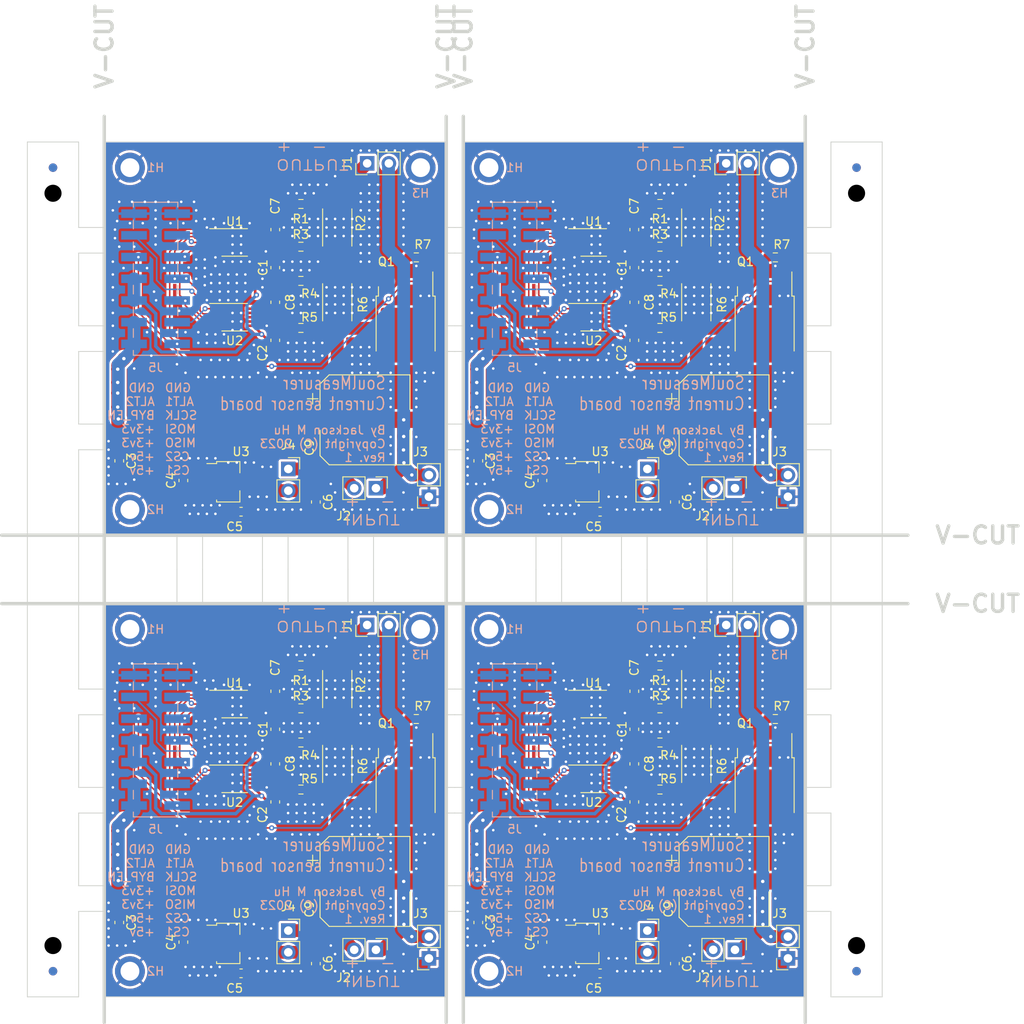
<source format=kicad_pcb>
(kicad_pcb (version 20221018) (generator pcbnew)
  (layers (0 "F.Cu" signal) (31 "B.Cu" signal) (34 "B.Paste" user) (35 "F.Paste" user) (36 "B.SilkS" user "B.Silkscreen") (37 "F.SilkS" user "F.Silkscreen") (38 "B.Mask" user) (39 "F.Mask" user) (44 "Edge.Cuts" user))
  (net 0 "")
  (net 1 "Board_0-+3.3VADC")
  (net 2 "Board_0-+3V3")
  (net 3 "Board_0-+5V")
  (net 4 "Board_0-ALERT1")
  (net 5 "Board_0-ALERT2")
  (net 6 "Board_0-CS1")
  (net 7 "Board_0-CS2")
  (net 8 "Board_0-GND")
  (net 9 "Board_0-HI_CURR_BYPASS")
  (net 10 "Board_0-IN1+")
  (net 11 "Board_0-IN1-")
  (net 12 "Board_0-IN2+")
  (net 13 "Board_0-IN2-")
  (net 14 "Board_0-MISO")
  (net 15 "Board_0-MOSI")
  (net 16 "Board_0-Net-(J1-Pin_1)")
  (net 17 "Board_0-Net-(J1-Pin_2)")
  (net 18 "Board_0-SCLK")
  (net 19 "Board_0-VBUS1")
  (net 20 "Board_0-VBUS2")
  (net 21 "Board_1-+3.3VADC")
  (net 22 "Board_1-+3V3")
  (net 23 "Board_1-+5V")
  (net 24 "Board_1-ALERT1")
  (net 25 "Board_1-ALERT2")
  (net 26 "Board_1-CS1")
  (net 27 "Board_1-CS2")
  (net 28 "Board_1-GND")
  (net 29 "Board_1-HI_CURR_BYPASS")
  (net 30 "Board_1-IN1+")
  (net 31 "Board_1-IN1-")
  (net 32 "Board_1-IN2+")
  (net 33 "Board_1-IN2-")
  (net 34 "Board_1-MISO")
  (net 35 "Board_1-MOSI")
  (net 36 "Board_1-Net-(J1-Pin_1)")
  (net 37 "Board_1-Net-(J1-Pin_2)")
  (net 38 "Board_1-SCLK")
  (net 39 "Board_1-VBUS1")
  (net 40 "Board_1-VBUS2")
  (net 41 "Board_2-+3.3VADC")
  (net 42 "Board_2-+3V3")
  (net 43 "Board_2-+5V")
  (net 44 "Board_2-ALERT1")
  (net 45 "Board_2-ALERT2")
  (net 46 "Board_2-CS1")
  (net 47 "Board_2-CS2")
  (net 48 "Board_2-GND")
  (net 49 "Board_2-HI_CURR_BYPASS")
  (net 50 "Board_2-IN1+")
  (net 51 "Board_2-IN1-")
  (net 52 "Board_2-IN2+")
  (net 53 "Board_2-IN2-")
  (net 54 "Board_2-MISO")
  (net 55 "Board_2-MOSI")
  (net 56 "Board_2-Net-(J1-Pin_1)")
  (net 57 "Board_2-Net-(J1-Pin_2)")
  (net 58 "Board_2-SCLK")
  (net 59 "Board_2-VBUS1")
  (net 60 "Board_2-VBUS2")
  (net 61 "Board_3-+3.3VADC")
  (net 62 "Board_3-+3V3")
  (net 63 "Board_3-+5V")
  (net 64 "Board_3-ALERT1")
  (net 65 "Board_3-ALERT2")
  (net 66 "Board_3-CS1")
  (net 67 "Board_3-CS2")
  (net 68 "Board_3-GND")
  (net 69 "Board_3-HI_CURR_BYPASS")
  (net 70 "Board_3-IN1+")
  (net 71 "Board_3-IN1-")
  (net 72 "Board_3-IN2+")
  (net 73 "Board_3-IN2-")
  (net 74 "Board_3-MISO")
  (net 75 "Board_3-MOSI")
  (net 76 "Board_3-Net-(J1-Pin_1)")
  (net 77 "Board_3-Net-(J1-Pin_2)")
  (net 78 "Board_3-SCLK")
  (net 79 "Board_3-VBUS1")
  (net 80 "Board_3-VBUS2")
  (footprint "Resistor_SMD:R_0603_1608Metric_Pad0.98x0.95mm_HandSolder" (layer "F.Cu") (at 172.5 95.75)
    (fp_text reference "R5")
    (fp_text value "47R")
  )
  (footprint "Connector_PinHeader_2.54mm:PinHeader_1x02_P2.54mm_Vertical" (layer "F.Cu") (at 181.275 60.5 -90)
    (fp_text reference "J2")
    (fp_text value "INPUT")
  )
  (footprint "Capacitor_SMD:C_0603_1608Metric_Pad1.08x0.95mm_HandSolder" (layer "F.Cu") (at 169.5 84.25 -90)
    (fp_text reference "C7")
    (fp_text value "0.1uF")
  )
  (footprint "Package_SO:VSSOP-10_3x3mm_P0.5mm" (layer "F.Cu") (at 122.75 94.5)
    (fp_text reference "U2")
    (fp_text value "INA229-Q1")
  )
  (footprint "Package_SO:VSSOP-10_3x3mm_P0.5mm" (layer "F.Cu") (at 164.75 40.5)
    (fp_text reference "U2")
    (fp_text value "INA229-Q1")
  )
  (footprint "Connector_PinSocket_2.54mm:PinSocket_1x02_P2.54mm_Vertical" (layer "F.Cu") (at 171.025 112.25)
    (fp_text reference "J4")
    (fp_text value "LDO_VCC")
  )
  (footprint "Package_SO:VSSOP-10_3x3mm_P0.5mm" (layer "F.Cu") (at 122.75 85.75)
    (fp_text reference "U1")
    (fp_text value "INA229-Q1")
  )
  (footprint "Resistor_SMD:R_0603_1608Metric_Pad0.98x0.95mm_HandSolder" (layer "F.Cu") (at 172.5 27.25)
    (fp_text reference "R1")
    (fp_text value "47R")
  )
  (footprint "Capacitor_SMD:C_0603_1608Metric_Pad1.08x0.95mm_HandSolder" (layer "F.Cu") (at 151.25 111.3025 -90)
    (fp_text reference "C3")
    (fp_text value "10uF")
  )
  (footprint "Capacitor_SMD:CP_Elec_10x12.6" (layer "F.Cu") (at 180 52.5)
    (fp_text reference "C9")
    (fp_text value "220uF")
  )
  (footprint "Connector_PinSocket_2.54mm:PinSocket_1x02_P2.54mm_Vertical" (layer "F.Cu") (at 187.475 115.5 180)
    (fp_text reference "J3")
    (fp_text value "LDO_GND")
  )
  (footprint "Capacitor_SMD:C_0603_1608Metric_Pad1.08x0.95mm_HandSolder" (layer "F.Cu") (at 174.25 62.1125 -90)
    (fp_text reference "C6")
    (fp_text value "10uF")
  )
  (footprint "NPTH" (layer "F.Cu") (at 195.5 26)
    (fp_text reference "REF**" hide)
    (fp_text value "NPTH" hide)
  )
  (footprint "Resistor_SMD:R_0603_1608Metric_Pad0.98x0.95mm_HandSolder" (layer "F.Cu") (at 172.5 90.25)
    (fp_text reference "R4")
    (fp_text value "47R")
  )
  (footprint "Fiducial" (layer "F.Cu") (at 101.5 23)
    (fp_text reference "REF**" hide)
    (fp_text value "Fiducial" hide)
  )
  (footprint "Capacitor_SMD:C_0603_1608Metric_Pad1.08x0.95mm_HandSolder" (layer "F.Cu") (at 127.5 30.25 -90)
    (fp_text reference "C7")
    (fp_text value "0.1uF")
  )
  (footprint "Capacitor_SMD:C_0603_1608Metric_Pad1.08x0.95mm_HandSolder" (layer "F.Cu") (at 169.5 34.7 90)
    (fp_text reference "C1")
    (fp_text value "0.1uF")
  )
  (footprint "NPTH" (layer "F.Cu") (at 195.5 114)
    (fp_text reference "REF**" hide)
    (fp_text value "NPTH" hide)
  )
  (footprint "Resistor_SMD:R_2512_6332Metric_Pad1.40x3.35mm_HandSolder" (layer "F.Cu") (at 134.75 30 90)
    (fp_text reference "R2")
    (fp_text value "0.05R")
  )
  (footprint "Resistor_SMD:R_0603_1608Metric_Pad0.98x0.95mm_HandSolder" (layer "F.Cu") (at 130.5 41.75)
    (fp_text reference "R5")
    (fp_text value "47R")
  )
  (footprint "Resistor_SMD:R_0603_1608Metric_Pad0.98x0.95mm_HandSolder" (layer "F.Cu") (at 130.5 27.25)
    (fp_text reference "R1")
    (fp_text value "47R")
  )
  (footprint "Capacitor_SMD:CP_Elec_10x12.6" (layer "F.Cu") (at 180 106.5)
    (fp_text reference "C9")
    (fp_text value "220uF")
  )
  (footprint "Package_TO_SOT_SMD:SOT-89-3_Handsoldering" (layer "F.Cu") (at 164 59.75)
    (fp_text reference "U3")
    (fp_text value "AMS1117/WL9005P3")
  )
  (footprint "Capacitor_SMD:C_0603_1608Metric_Pad1.08x0.95mm_HandSolder" (layer "F.Cu") (at 109.25 57.3025 -90)
    (fp_text reference "C3")
    (fp_text value "10uF")
  )
  (footprint "Capacitor_SMD:C_0603_1608Metric_Pad1.08x0.95mm_HandSolder" (layer "F.Cu") (at 127.5 88.7 90)
    (fp_text reference "C1")
    (fp_text value "0.1uF")
  )
  (footprint "Capacitor_SMD:C_0603_1608Metric_Pad1.08x0.95mm_HandSolder" (layer "F.Cu") (at 169.5 92.75 -90)
    (fp_text reference "C8")
    (fp_text value "0.1uF")
  )
  (footprint "Connector_PinHeader_2.54mm:PinHeader_1x02_P2.54mm_Vertical" (layer "F.Cu") (at 139.275 114.5 -90)
    (fp_text reference "J2")
    (fp_text value "INPUT")
  )
  (footprint "Package_SO:VSSOP-10_3x3mm_P0.5mm" (layer "F.Cu") (at 164.75 85.75)
    (fp_text reference "U1")
    (fp_text value "INA229-Q1")
  )
  (footprint "Capacitor_SMD:C_0603_1608Metric_Pad1.08x0.95mm_HandSolder" (layer "F.Cu") (at 169.5 38.75 -90)
    (fp_text reference "C8")
    (fp_text value "0.1uF")
  )
  (footprint "Capacitor_SMD:C_0603_1608Metric_Pad1.08x0.95mm_HandSolder" (layer "F.Cu") (at 132.25 62.1125 -90)
    (fp_text reference "C6")
    (fp_text value "10uF")
  )
  (footprint "Capacitor_SMD:C_0603_1608Metric_Pad1.08x0.95mm_HandSolder" (layer "F.Cu") (at 169.5 30.25 -90)
    (fp_text reference "C7")
    (fp_text value "0.1uF")
  )
  (footprint "Capacitor_SMD:C_0603_1608Metric_Pad1.08x0.95mm_HandSolder" (layer "F.Cu") (at 165.5 63.25)
    (fp_text reference "C5")
    (fp_text value "0.1uF")
  )
  (footprint "Connector_PinHeader_2.54mm:PinHeader_1x02_P2.54mm_Vertical" (layer "F.Cu") (at 138.25 22.5 90)
    (fp_text reference "J1")
    (fp_text value "OUTPUT")
  )
  (footprint "Connector_PinHeader_2.54mm:PinHeader_1x02_P2.54mm_Vertical" (layer "F.Cu") (at 138.25 76.5 90)
    (fp_text reference "J1")
    (fp_text value "OUTPUT")
  )
  (footprint "Capacitor_SMD:C_0603_1608Metric_Pad1.08x0.95mm_HandSolder" (layer "F.Cu") (at 127.5 34.7 90)
    (fp_text reference "C1")
    (fp_text value "0.1uF")
  )
  (footprint "Package_TO_SOT_SMD:SOT-89-3_Handsoldering" (layer "F.Cu") (at 122 59.75)
    (fp_text reference "U3")
    (fp_text value "AMS1117/WL9005P3")
  )
  (footprint "Resistor_SMD:R_0603_1608Metric_Pad0.98x0.95mm_HandSolder" (layer "F.Cu") (at 172.5 81.25)
    (fp_text reference "R1")
    (fp_text value "47R")
  )
  (footprint "Capacitor_SMD:C_0603_1608Metric_Pad1.08x0.95mm_HandSolder" (layer "F.Cu") (at 127.5 92.75 -90)
    (fp_text reference "C8")
    (fp_text value "0.1uF")
  )
  (footprint "Resistor_SMD:R_2512_6332Metric_Pad1.40x3.35mm_HandSolder" (layer "F.Cu") (at 176.75 84 90)
    (fp_text reference "R2")
    (fp_text value "0.05R")
  )
  (footprint "Connector_PinHeader_2.54mm:PinHeader_1x02_P2.54mm_Vertical" (layer "F.Cu") (at 180.25 22.5 90)
    (fp_text reference "J1")
    (fp_text value "OUTPUT")
  )
  (footprint "Capacitor_SMD:C_0603_1608Metric_Pad1.08x0.95mm_HandSolder" (layer "F.Cu") (at 116.75 59.6 90)
    (fp_text reference "C4")
    (fp_text value "0.1uF")
  )
  (footprint "Resistor_SMD:R_0603_1608Metric_Pad0.98x0.95mm_HandSolder" (layer "F.Cu") (at 130.5 86.25)
    (fp_text reference "R3")
    (fp_text value "47R")
  )
  (footprint "Fiducial" (layer "F.Cu") (at 195.5 117)
    (fp_text reference "REF**" hide)
    (fp_text value "Fiducial" hide)
  )
  (footprint "Capacitor_SMD:C_0603_1608Metric_Pad1.08x0.95mm_HandSolder" (layer "F.Cu") (at 109.25 111.3025 -90)
    (fp_text reference "C3")
    (fp_text value "10uF")
  )
  (footprint "NPTH" (layer "F.Cu") (at 101.5 114)
    (fp_text reference "REF**" hide)
    (fp_text value "NPTH" hide)
  )
  (footprint "Package_TO_SOT_SMD:TO-252-2" (layer "F.Cu") (at 142.75 41.34 -90)
    (fp_text reference "Q1")
    (fp_text value "AP2055K")
  )
  (footprint "Capacitor_SMD:C_0603_1608Metric_Pad1.08x0.95mm_HandSolder" (layer "F.Cu") (at 123.5 63.25)
    (fp_text reference "C5")
    (fp_text value "0.1uF")
  )
  (footprint "Connector_PinHeader_2.54mm:PinHeader_1x02_P2.54mm_Vertical" (layer "F.Cu") (at 180.25 76.5 90)
    (fp_text reference "J1")
    (fp_text value "OUTPUT")
  )
  (footprint "Fiducial" (layer "F.Cu") (at 101.5 117)
    (fp_text reference "REF**" hide)
    (fp_text value "Fiducial" hide)
  )
  (footprint "Resistor_SMD:R_0603_1608Metric_Pad0.98x0.95mm_HandSolder" (layer "F.Cu") (at 172.5 86.25)
    (fp_text reference "R3")
    (fp_text value "47R")
  )
  (footprint "Package_TO_SOT_SMD:SOT-89-3_Handsoldering" (layer "F.Cu") (at 122 113.75)
    (fp_text reference "U3")
    (fp_text value "AMS1117/WL9005P3")
  )
  (footprint "Connector_PinSocket_2.54mm:PinSocket_1x02_P2.54mm_Vertical" (layer "F.Cu") (at 171.025 58.25)
    (fp_text reference "J4")
    (fp_text value "LDO_VCC")
  )
  (footprint "Connector_PinSocket_2.54mm:PinSocket_1x02_P2.54mm_Vertical" (layer "F.Cu") (at 129.025 58.25)
    (fp_text reference "J4")
    (fp_text value "LDO_VCC")
  )
  (footprint "Resistor_SMD:R_0603_1608Metric_Pad0.98x0.95mm_HandSolder" (layer "F.Cu") (at 144 33.5 180)
    (fp_text reference "R7")
    (fp_text value "10k")
  )
  (footprint "Capacitor_SMD:C_0603_1608Metric_Pad1.08x0.95mm_HandSolder" (layer "F.Cu") (at 169.5 97.2 90)
    (fp_text reference "C2")
    (fp_text value "0.1uF")
  )
  (footprint "Capacitor_SMD:C_0603_1608Metric_Pad1.08x0.95mm_HandSolder" (layer "F.Cu") (at 127.5 38.75 -90)
    (fp_text reference "C8")
    (fp_text value "0.1uF")
  )
  (footprint "Package_SO:VSSOP-10_3x3mm_P0.5mm" (layer "F.Cu") (at 122.75 40.5)
    (fp_text reference "U2")
    (fp_text value "INA229-Q1")
  )
  (footprint "Connector_PinSocket_2.54mm:PinSocket_1x02_P2.54mm_Vertical" (layer "F.Cu") (at 187.475 61.5 180)
    (fp_text reference "J3")
    (fp_text value "LDO_GND")
  )
  (footprint "Capacitor_SMD:C_0603_1608Metric_Pad1.08x0.95mm_HandSolder" (layer "F.Cu") (at 158.75 59.6 90)
    (fp_text reference "C4")
    (fp_text value "0.1uF")
  )
  (footprint "Capacitor_SMD:C_0603_1608Metric_Pad1.08x0.95mm_HandSolder" (layer "F.Cu") (at 127.5 97.2 90)
    (fp_text reference "C2")
    (fp_text value "0.1uF")
  )
  (footprint "Fiducial" (layer "F.Cu") (at 195.5 23)
    (fp_text reference "REF**" hide)
    (fp_text value "Fiducial" hide)
  )
  (footprint "Package_TO_SOT_SMD:TO-252-2" (layer "F.Cu") (at 184.75 41.34 -90)
    (fp_text reference "Q1")
    (fp_text value "AP2055K")
  )
  (footprint "Connector_PinHeader_2.54mm:PinHeader_1x02_P2.54mm_Vertical" (layer "F.Cu") (at 139.275 60.5 -90)
    (fp_text reference "J2")
    (fp_text value "INPUT")
  )
  (footprint "Resistor_SMD:R_0603_1608Metric_Pad0.98x0.95mm_HandSolder" (layer "F.Cu") (at 186 33.5 180)
    (fp_text reference "R7")
    (fp_text value "10k")
  )
  (footprint "Package_SO:VSSOP-10_3x3mm_P0.5mm" (layer "F.Cu") (at 164.75 31.75)
    (fp_text reference "U1")
    (fp_text value "INA229-Q1")
  )
  (footprint "Resistor_SMD:R_0603_1608Metric_Pad0.98x0.95mm_HandSolder" (layer "F.Cu") (at 130.5 81.25)
    (fp_text reference "R1")
    (fp_text value "47R")
  )
  (footprint "Capacitor_SMD:C_0603_1608Metric_Pad1.08x0.95mm_HandSolder" (layer "F.Cu") (at 116.75 113.6 90)
    (fp_text reference "C4")
    (fp_text value "0.1uF")
  )
  (footprint "Package_TO_SOT_SMD:SOT-89-3_Handsoldering" (layer "F.Cu") (at 164 113.75)
    (fp_text reference "U3")
    (fp_text value "AMS1117/WL9005P3")
  )
  (footprint "Resistor_SMD:R_0603_1608Metric_Pad0.98x0.95mm_HandSolder" (layer "F.Cu") (at 130.5 32.25)
    (fp_text reference "R3")
    (fp_text value "47R")
  )
  (footprint "Resistor_SMD:R_2512_6332Metric_Pad1.40x3.35mm_HandSolder" (layer "F.Cu") (at 134.75 92.75 90)
    (fp_text reference "R6")
    (fp_text value "10R")
  )
  (footprint "Connector_PinSocket_2.54mm:PinSocket_1x02_P2.54mm_Vertical" (layer "F.Cu") (at 145.475 61.5 180)
    (fp_text reference "J3")
    (fp_text value "LDO_GND")
  )
  (footprint "Capacitor_SMD:CP_Elec_10x12.6" (layer "F.Cu") (at 138 106.5)
    (fp_text reference "C9")
    (fp_text value "220uF")
  )
  (footprint "Connector_PinSocket_2.54mm:PinSocket_1x02_P2.54mm_Vertical" (layer "F.Cu") (at 145.475 115.5 180)
    (fp_text reference "J3")
    (fp_text value "LDO_GND")
  )
  (footprint "Capacitor_SMD:C_0603_1608Metric_Pad1.08x0.95mm_HandSolder" (layer "F.Cu") (at 127.5 84.25 -90)
    (fp_text reference "C7")
    (fp_text value "0.1uF")
  )
  (footprint "NPTH" (layer "F.Cu") (at 101.5 26)
    (fp_text reference "REF**" hide)
    (fp_text value "NPTH" hide)
  )
  (footprint "Capacitor_SMD:C_0603_1608Metric_Pad1.08x0.95mm_HandSolder" (layer "F.Cu") (at 169.5 43.2 90)
    (fp_text reference "C2")
    (fp_text value "0.1uF")
  )
  (footprint "Capacitor_SMD:C_0603_1608Metric_Pad1.08x0.95mm_HandSolder" (layer "F.Cu") (at 165.5 117.25)
    (fp_text reference "C5")
    (fp_text value "0.1uF")
  )
  (footprint "Package_SO:VSSOP-10_3x3mm_P0.5mm" (layer "F.Cu") (at 122.75 31.75)
    (fp_text reference "U1")
    (fp_text value "INA229-Q1")
  )
  (footprint "Resistor_SMD:R_2512_6332Metric_Pad1.40x3.35mm_HandSolder" (layer "F.Cu") (at 176.75 38.75 90)
    (fp_text reference "R6")
    (fp_text value "10R")
  )
  (footprint "Capacitor_SMD:C_0603_1608Metric_Pad1.08x0.95mm_HandSolder" (layer "F.Cu") (at 127.5 43.2 90)
    (fp_text reference "C2")
    (fp_text value "0.1uF")
  )
  (footprint "Resistor_SMD:R_2512_6332Metric_Pad1.40x3.35mm_HandSolder" (layer "F.Cu") (at 176.75 30 90)
    (fp_text reference "R2")
    (fp_text value "0.05R")
  )
  (footprint "Package_SO:VSSOP-10_3x3mm_P0.5mm" (layer "F.Cu") (at 164.75 94.5)
    (fp_text reference "U2")
    (fp_text value "INA229-Q1")
  )
  (footprint "Resistor_SMD:R_0603_1608Metric_Pad0.98x0.95mm_HandSolder" (layer "F.Cu") (at 130.5 36.25)
    (fp_text reference "R4")
    (fp_text value "47R")
  )
  (footprint "Resistor_SMD:R_2512_6332Metric_Pad1.40x3.35mm_HandSolder" (layer "F.Cu") (at 134.75 38.75 90)
    (fp_text reference "R6")
    (fp_text value "10R")
  )
  (footprint "Package_TO_SOT_SMD:TO-252-2" (layer "F.Cu") (at 142.75 95.34 -90)
    (fp_text reference "Q1")
    (fp_text value "AP2055K")
  )
  (footprint "Capacitor_SMD:C_0603_1608Metric_Pad1.08x0.95mm_HandSolder" (layer "F.Cu") (at 169.5 88.7 90)
    (fp_text reference "C1")
    (fp_text value "0.1uF")
  )
  (footprint "Capacitor_SMD:C_0603_1608Metric_Pad1.08x0.95mm_HandSolder" (layer "F.Cu") (at 151.25 57.3025 -90)
    (fp_text reference "C3")
    (fp_text value "10uF")
  )
  (footprint "Resistor_SMD:R_2512_6332Metric_Pad1.40x3.35mm_HandSolder" (layer "F.Cu") (at 176.75 92.75 90)
    (fp_text reference "R6")
    (fp_text value "10R")
  )
  (footprint "Capacitor_SMD:C_0603_1608Metric_Pad1.08x0.95mm_HandSolder" (layer "F.Cu") (at 132.25 116.1125 -90)
    (fp_text reference "C6")
    (fp_text value "10uF")
  )
  (footprint "Resistor_SMD:R_0603_1608Metric_Pad0.98x0.95mm_HandSolder" (layer "F.Cu") (at 130.5 95.75)
    (fp_text reference "R5")
    (fp_text value "47R")
  )
  (footprint "Resistor_SMD:R_0603_1608Metric_Pad0.98x0.95mm_HandSolder" (layer "F.Cu") (at 130.5 90.25)
    (fp_text reference "R4")
    (fp_text value "47R")
  )
  (footprint "Connector_PinSocket_2.54mm:PinSocket_1x02_P2.54mm_Vertical" (layer "F.Cu") (at 129.025 112.25)
    (fp_text reference "J4")
    (fp_text value "LDO_VCC")
  )
  (footprint "Resistor_SMD:R_0603_1608Metric_Pad0.98x0.95mm_HandSolder" (layer "F.Cu") (at 172.5 36.25)
    (fp_text reference "R4")
    (fp_text value "47R")
  )
  (footprint "Resistor_SMD:R_0603_1608Metric_Pad0.98x0.95mm_HandSolder" (layer "F.Cu") (at 144 87.5 180)
    (fp_text reference "R7")
    (fp_text value "10k")
  )
  (footprint "Resistor_SMD:R_0603_1608Metric_Pad0.98x0.95mm_HandSolder" (layer "F.Cu") (at 186 87.5 180)
    (fp_text reference "R7")
    (fp_text value "10k")
  )
  (footprint "Resistor_SMD:R_0603_1608Metric_Pad0.98x0.95mm_HandSolder" (layer "F.Cu") (at 172.5 32.25)
    (fp_text reference "R3")
    (fp_text value "47R")
  )
  (footprint "Capacitor_SMD:C_0603_1608Metric_Pad1.08x0.95mm_HandSolder" (layer "F.Cu") (at 158.75 113.6 90)
    (fp_text reference "C4")
    (fp_text value "0.1uF")
  )
  (footprint "Resistor_SMD:R_2512_6332Metric_Pad1.40x3.35mm_HandSolder" (layer "F.Cu") (at 134.75 84 90)
    (fp_text reference "R2")
    (fp_text value "0.05R")
  )
  (footprint "Capacitor_SMD:C_0603_1608Metric_Pad1.08x0.95mm_HandSolder" (layer "F.Cu") (at 123.5 117.25)
    (fp_text reference "C5")
    (fp_text value "0.1uF")
  )
  (footprint "Capacitor_SMD:C_0603_1608Metric_Pad1.08x0.95mm_HandSolder" (layer "F.Cu") (at 174.25 116.1125 -90)
    (fp_text reference "C6")
    (fp_text value "10uF")
  )
  (footprint "Capacitor_SMD:CP_Elec_10x12.6" (layer "F.Cu") (at 138 52.5)
    (fp_text reference "C9")
    (fp_text value "220uF")
  )
  (footprint "Resistor_SMD:R_0603_1608Metric_Pad0.98x0.95mm_HandSolder" (layer "F.Cu") (at 172.5 41.75)
    (fp_text reference "R5")
    (fp_text value "47R")
  )
  (footprint "Connector_PinHeader_2.54mm:PinHeader_1x02_P2.54mm_Vertical" (layer "F.Cu") (at 181.275 114.5 -90)
    (fp_text reference "J2")
    (fp_text value "INPUT")
  )
  (footprint "Package_TO_SOT_SMD:TO-252-2" (layer "F.Cu") (at 184.75 95.34 -90)
    (fp_text reference "Q1")
    (fp_text value "AP2055K")
  )
  (footprint "Fiducial" (layer "B.Cu") (at 101.5 23)
    (fp_text reference "REF**" hide)
    (fp_text value "Fiducial" hide)
  )
  (footprint "MountingHole:MountingHole_2.2mm_M2_ISO7380_Pad_TopBottom" (layer "B.Cu") (at 152.5 23 180)
    (fp_text reference "H1")
    (fp_text value "M3_Hole")
  )
  (footprint "MountingHole:MountingHole_2.2mm_M2_ISO7380_Pad_TopBottom" (layer "B.Cu") (at 110.5 117 180)
    (fp_text reference "H2")
    (fp_text value "M3_Hole")
  )
  (footprint "MountingHole:MountingHole_2.2mm_M2_ISO7380_Pad_TopBottom" (layer "B.Cu") (at 152.5 77 180)
    (fp_text reference "H1")
    (fp_text value "M3_Hole")
  )
  (footprint "MountingHole:MountingHole_2.2mm_M2_ISO7380_Pad_TopBottom" (layer "B.Cu") (at 186.5 23 180)
    (fp_text reference "H3")
    (fp_text value "M3_Hole")
  )
  (footprint "Fiducial" (layer "B.Cu") (at 195.5 117)
    (fp_text reference "REF**" hide)
    (fp_text value "Fiducial" hide)
  )
  (footprint "MountingHole:MountingHole_2.2mm_M2_ISO7380_Pad_TopBottom" (layer "B.Cu") (at 144.5 23 180)
    (fp_text reference "H3")
    (fp_text value "M3_Hole")
  )
  (footprint "MountingHole:MountingHole_2.2mm_M2_ISO7380_Pad_TopBottom" (layer "B.Cu") (at 186.5 77 180)
    (fp_text reference "H3")
    (fp_text value "M3_Hole")
  )
  (footprint "Connector_PinSocket_2.54mm:PinSocket_2x07_P2.54mm_Vertical_SMD" (layer "B.Cu") (at 113.5 36)
    (fp_text reference "J5")
    (fp_text value "COMM")
  )
  (footprint "Connector_PinSocket_2.54mm:PinSocket_2x07_P2.54mm_Vertical_SMD" (layer "B.Cu") (at 155.5 36)
    (fp_text reference "J5")
    (fp_text value "COMM")
  )
  (footprint "Fiducial" (layer "B.Cu") (at 101.5 117)
    (fp_text reference "REF**" hide)
    (fp_text value "Fiducial" hide)
  )
  (footprint "MountingHole:MountingHole_2.2mm_M2_ISO7380_Pad_TopBottom" (layer "B.Cu") (at 110.5 23 180)
    (fp_text reference "H1")
    (fp_text value "M3_Hole")
  )
  (footprint "MountingHole:MountingHole_2.2mm_M2_ISO7380_Pad_TopBottom" (layer "B.Cu") (at 144.5 77 180)
    (fp_text reference "H3")
    (fp_text value "M3_Hole")
  )
  (footprint "Connector_PinSocket_2.54mm:PinSocket_2x07_P2.54mm_Vertical_SMD" (layer "B.Cu") (at 113.5 90)
    (fp_text reference "J5")
    (fp_text value "COMM")
  )
  (footprint "MountingHole:MountingHole_2.2mm_M2_ISO7380_Pad_TopBottom" (layer "B.Cu") (at 110.5 77 180)
    (fp_text reference "H1")
    (fp_text value "M3_Hole")
  )
  (footprint "MountingHole:MountingHole_2.2mm_M2_ISO7380_Pad_TopBottom" (layer "B.Cu") (at 152.5 63 180)
    (fp_text reference "H2")
    (fp_text value "M3_Hole")
  )
  (footprint "Fiducial" (layer "B.Cu") (at 195.5 23)
    (fp_text reference "REF**" hide)
    (fp_text value "Fiducial" hide)
  )
  (footprint "MountingHole:MountingHole_2.2mm_M2_ISO7380_Pad_TopBottom" (layer "B.Cu") (at 152.5 117 180)
    (fp_text reference "H2")
    (fp_text value "M3_Hole")
  )
  (footprint "Connector_PinSocket_2.54mm:PinSocket_2x07_P2.54mm_Vertical_SMD" (layer "B.Cu") (at 155.5 90)
    (fp_text reference "J5")
    (fp_text value "COMM")
  )
  (footprint "MountingHole:MountingHole_2.2mm_M2_ISO7380_Pad_TopBottom" (layer "B.Cu") (at 110.5 63 180)
    (fp_text reference "H2")
    (fp_text value "M3_Hole")
  )
  (gr_line (start 107.5 95.5) (end 104.5 95.5) (stroke (width 0.1)) (layer "Edge.Cuts"))
  (gr_line (start 104.5 53) (end 104.5 44.5) (stroke (width 0.1)) (layer "Edge.Cuts"))
  (gr_line (start 126 74) (end 126 74) (stroke (width 0.1)) (layer "Edge.Cuts"))
  (gr_line (start 148.5 87) (end 148.5 87) (stroke (width 0.1)) (layer "Edge.Cuts"))
  (gr_line (start 192.5 95.5) (end 189.5 95.5) (stroke (width 0.1)) (layer "Edge.Cuts"))
  (gr_line (start 189.5 44.5) (end 192.5 44.5) (stroke (width 0.1)) (layer "Edge.Cuts"))
  (gr_line (start 136 66) (end 136 70) (stroke (width 0.1)) (layer "Edge.Cuts"))
  (gr_line (start 198.5 120) (end 198.5 20) (stroke (width 0.1)) (layer "Edge.Cuts"))
  (gr_line (start 189.5 84) (end 189.5 74) (stroke (width 0.1)) (layer "Edge.Cuts"))
  (gr_line (start 147.5 87) (end 148.5 87) (stroke (width 0.1)) (layer "Edge.Cuts"))
  (gr_line (start 192.5 41.5) (end 189.5 41.5) (stroke (width 0.1)) (layer "Edge.Cuts"))
  (gr_line (start 189.5 98.5) (end 192.5 98.5) (stroke (width 0.1)) (layer "Edge.Cuts"))
  (gr_line (start 168 74) (end 161 74) (stroke (width 0.1)) (layer "Edge.Cuts"))
  (gr_line (start 147.5 84) (end 147.5 74) (stroke (width 0.1)) (layer "Edge.Cuts"))
  (gr_line (start 189.5 33) (end 192.5 33) (stroke (width 0.1)) (layer "Edge.Cuts"))
  (gr_line (start 198.5 20) (end 192.5 20) (stroke (width 0.1)) (layer "Edge.Cuts"))
  (gr_line (start 147.5 33) (end 148.5 33) (stroke (width 0.1)) (layer "Edge.Cuts"))
  (gr_line (start 98.5 120) (end 104.5 120) (stroke (width 0.1)) (layer "Edge.Cuts"))
  (gr_line (start 139 66) (end 147.5 66) (stroke (width 0.1)) (layer "Edge.Cuts"))
  (gr_line (start 104.5 56) (end 107.5 56) (stroke (width 0.1)) (layer "Edge.Cuts"))
  (gr_line (start 147.5 17) (end 147.5 123) (stroke (width 0.4)) (layer "Edge.Cuts"))
  (gr_line (start 116 70) (end 116 74) (stroke (width 0.1)) (layer "Edge.Cuts"))
  (gr_line (start 148.5 33) (end 148.5 33) (stroke (width 0.1)) (layer "Edge.Cuts"))
  (gr_line (start 147.5 41.5) (end 147.5 33) (stroke (width 0.1)) (layer "Edge.Cuts"))
  (gr_line (start 107.5 44.5) (end 107.5 44.5) (stroke (width 0.1)) (layer "Edge.Cuts"))
  (gr_line (start 139 74) (end 139 74) (stroke (width 0.1)) (layer "Edge.Cuts"))
  (gr_line (start 148.5 33) (end 149.5 33) (stroke (width 0.1)) (layer "Edge.Cuts"))
  (gr_line (start 147.5 44.5) (end 148.5 44.5) (stroke (width 0.1)) (layer "Edge.Cuts"))
  (gr_line (start 148.5 107) (end 147.5 107) (stroke (width 0.1)) (layer "Edge.Cuts"))
  (gr_line (start 147.5 107) (end 147.5 98.5) (stroke (width 0.1)) (layer "Edge.Cuts"))
  (gr_line (start 119 74) (end 119 70) (stroke (width 0.1)) (layer "Edge.Cuts"))
  (gr_line (start 104.5 87) (end 107.5 87) (stroke (width 0.1)) (layer "Edge.Cuts"))
  (gr_line (start 149.5 41.5) (end 148.5 41.5) (stroke (width 0.1)) (layer "Edge.Cuts"))
  (gr_line (start 149.5 95.5) (end 148.5 95.5) (stroke (width 0.1)) (layer "Edge.Cuts"))
  (gr_line (start 161 66) (end 168 66) (stroke (width 0.1)) (layer "Edge.Cuts"))
  (gr_line (start 148.5 30) (end 147.5 30) (stroke (width 0.1)) (layer "Edge.Cuts"))
  (gr_line (start 147.5 110) (end 148.5 110) (stroke (width 0.1)) (layer "Edge.Cuts"))
  (gr_line (start 178 70) (end 178 74) (stroke (width 0.1)) (layer "Edge.Cuts"))
  (gr_line (start 147.5 95.5) (end 147.5 87) (stroke (width 0.1)) (layer "Edge.Cuts"))
  (gr_line (start 171 74) (end 171 70) (stroke (width 0.1)) (layer "Edge.Cuts"))
  (gr_line (start 189.5 41.5) (end 189.5 41.5) (stroke (width 0.1)) (layer "Edge.Cuts"))
  (gr_line (start 161 74) (end 161 70) (stroke (width 0.1)) (layer "Edge.Cuts"))
  (gr_line (start 149.5 56) (end 149.5 66) (stroke (width 0.1)) (layer "Edge.Cuts"))
  (gr_line (start 136 70) (end 136 74) (stroke (width 0.1)) (layer "Edge.Cuts"))
  (gr_line (start 107.5 107) (end 104.5 107) (stroke (width 0.1)) (layer "Edge.Cuts"))
  (gr_line (start 192.5 98.5) (end 192.5 107) (stroke (width 0.1)) (layer "Edge.Cuts"))
  (gr_line (start 95.5 74) (end 201.5 74) (stroke (width 0.4)) (layer "Edge.Cuts"))
  (gr_line (start 149.5 87) (end 149.5 95.5) (stroke (width 0.1)) (layer "Edge.Cuts"))
  (gr_line (start 189.5 120) (end 189.5 110) (stroke (width 0.1)) (layer "Edge.Cuts"))
  (gr_line (start 107.5 66) (end 116 66) (stroke (width 0.1)) (layer "Edge.Cuts"))
  (gr_line (start 147.5 74) (end 139 74) (stroke (width 0.1)) (layer "Edge.Cuts"))
  (gr_line (start 189.5 95.5) (end 189.5 87) (stroke (width 0.1)) (layer "Edge.Cuts"))
  (gr_line (start 148.5 44.5) (end 149.5 44.5) (stroke (width 0.1)) (layer "Edge.Cuts"))
  (gr_line (start 149.5 33) (end 149.5 41.5) (stroke (width 0.1)) (layer "Edge.Cuts"))
  (gr_line (start 161 70) (end 161 66) (stroke (width 0.1)) (layer "Edge.Cuts"))
  (gr_line (start 104.5 84) (end 104.5 56) (stroke (width 0.1)) (layer "Edge.Cuts"))
  (gr_line (start 107.5 33) (end 107.5 33) (stroke (width 0.1)) (layer "Edge.Cuts"))
  (gr_line (start 149.5 107) (end 148.5 107) (stroke (width 0.1)) (layer "Edge.Cuts"))
  (gr_line (start 189.5 56) (end 192.5 56) (stroke (width 0.1)) (layer "Edge.Cuts"))
  (gr_line (start 129 70) (end 129 66) (stroke (width 0.1)) (layer "Edge.Cuts"))
  (gr_line (start 107.5 87) (end 107.5 95.5) (stroke (width 0.1)) (layer "Edge.Cuts"))
  (gr_line (start 147.5 30) (end 147.5 20) (stroke (width 0.1)) (layer "Edge.Cuts"))
  (gr_line (start 147.5 120) (end 147.5 110) (stroke (width 0.1)) (layer "Edge.Cuts"))
  (gr_line (start 107.5 120) (end 147.5 120) (stroke (width 0.1)) (layer "Edge.Cuts"))
  (gr_line (start 95.5 66) (end 201.5 66) (stroke (width 0.4)) (layer "Edge.Cuts"))
  (gr_line (start 98.5 20) (end 98.5 120) (stroke (width 0.1)) (layer "Edge.Cuts"))
  (gr_line (start 104.5 33) (end 107.5 33) (stroke (width 0.1)) (layer "Edge.Cuts"))
  (gr_line (start 149.5 20) (end 149.5 30) (stroke (width 0.1)) (layer "Edge.Cuts"))
  (gr_line (start 171 70) (end 171 66) (stroke (width 0.1)) (layer "Edge.Cuts"))
  (gr_line (start 149.5 44.5) (end 149.5 53) (stroke (width 0.1)) (layer "Edge.Cuts"))
  (gr_line (start 168 66) (end 168 70) (stroke (width 0.1)) (layer "Edge.Cuts"))
  (gr_line (start 129 66) (end 136 66) (stroke (width 0.1)) (layer "Edge.Cuts"))
  (gr_line (start 98.5 20) (end 98.5 20) (stroke (width 0.1)) (layer "Edge.Cuts"))
  (gr_line (start 189.5 74) (end 181 74) (stroke (width 0.1)) (layer "Edge.Cuts"))
  (gr_line (start 192.5 84) (end 189.5 84) (stroke (width 0.1)) (layer "Edge.Cuts"))
  (gr_line (start 104.5 20) (end 98.5 20) (stroke (width 0.1)) (layer "Edge.Cuts"))
  (gr_line (start 189.5 17) (end 189.5 123) (stroke (width 0.4)) (layer "Edge.Cuts"))
  (gr_line (start 107.5 110) (end 107.5 120) (stroke (width 0.1)) (layer "Edge.Cuts"))
  (gr_line (start 107.5 87) (end 107.5 87) (stroke (width 0.1)) (layer "Edge.Cuts"))
  (gr_line (start 116 74) (end 107.5 74) (stroke (width 0.1)) (layer "Edge.Cuts"))
  (gr_line (start 149.5 17) (end 149.5 123) (stroke (width 0.4)) (layer "Edge.Cuts"))
  (gr_line (start 129 74) (end 129 70) (stroke (width 0.1)) (layer "Edge.Cuts"))
  (gr_line (start 192.5 20) (end 192.5 30) (stroke (width 0.1)) (layer "Edge.Cuts"))
  (gr_line (start 148.5 110) (end 149.5 110) (stroke (width 0.1)) (layer "Edge.Cuts"))
  (gr_line (start 181 66) (end 189.5 66) (stroke (width 0.1)) (layer "Edge.Cuts"))
  (gr_line (start 116 66) (end 116 70) (stroke (width 0.1)) (layer "Edge.Cuts"))
  (gr_line (start 149.5 53) (end 148.5 53) (stroke (width 0.1)) (layer "Edge.Cuts"))
  (gr_line (start 189.5 30) (end 189.5 20) (stroke (width 0.1)) (layer "Edge.Cuts"))
  (gr_line (start 107.5 20) (end 107.5 30) (stroke (width 0.1)) (layer "Edge.Cuts"))
  (gr_line (start 148.5 98.5) (end 149.5 98.5) (stroke (width 0.1)) (layer "Edge.Cuts"))
  (gr_line (start 147.5 56) (end 148.5 56) (stroke (width 0.1)) (layer "Edge.Cuts"))
  (gr_line (start 178 66) (end 178 70) (stroke (width 0.1)) (layer "Edge.Cuts"))
  (gr_line (start 104.5 107) (end 104.5 98.5) (stroke (width 0.1)) (layer "Edge.Cuts"))
  (gr_line (start 149.5 98.5) (end 149.5 107) (stroke (width 0.1)) (layer "Edge.Cuts"))
  (gr_line (start 192.5 107) (end 189.5 107) (stroke (width 0.1)) (layer "Edge.Cuts"))
  (gr_line (start 148.5 53) (end 147.5 53) (stroke (width 0.1)) (layer "Edge.Cuts"))
  (gr_line (start 147.5 20) (end 107.5 20) (stroke (width 0.1)) (layer "Edge.Cuts"))
  (gr_line (start 148.5 44.5) (end 148.5 44.5) (stroke (width 0.1)) (layer "Edge.Cuts"))
  (gr_line (start 149.5 30) (end 148.5 30) (stroke (width 0.1)) (layer "Edge.Cuts"))
  (gr_line (start 107.5 30) (end 104.5 30) (stroke (width 0.1)) (layer "Edge.Cuts"))
  (gr_line (start 136 74) (end 136 74) (stroke (width 0.1)) (layer "Edge.Cuts"))
  (gr_line (start 104.5 95.5) (end 104.5 87) (stroke (width 0.1)) (layer "Edge.Cuts"))
  (gr_line (start 119 66) (end 126 66) (stroke (width 0.1)) (layer "Edge.Cuts"))
  (gr_line (start 107.5 41.5) (end 104.5 41.5) (stroke (width 0.1)) (layer "Edge.Cuts"))
  (gr_line (start 136 74) (end 129 74) (stroke (width 0.1)) (layer "Edge.Cuts"))
  (gr_line (start 107.5 53) (end 104.5 53) (stroke (width 0.1)) (layer "Edge.Cuts"))
  (gr_line (start 104.5 110) (end 107.5 110) (stroke (width 0.1)) (layer "Edge.Cuts"))
  (gr_line (start 126 74) (end 119 74) (stroke (width 0.1)) (layer "Edge.Cuts"))
  (gr_line (start 148.5 87) (end 149.5 87) (stroke (width 0.1)) (layer "Edge.Cuts"))
  (gr_line (start 148.5 95.5) (end 147.5 95.5) (stroke (width 0.1)) (layer "Edge.Cuts"))
  (gr_line (start 189.5 84) (end 189.5 84) (stroke (width 0.1)) (layer "Edge.Cuts"))
  (gr_line (start 104.5 44.5) (end 107.5 44.5) (stroke (width 0.1)) (layer "Edge.Cuts"))
  (gr_line (start 192.5 120) (end 198.5 120) (stroke (width 0.1)) (layer "Edge.Cuts"))
  (gr_line (start 171 66) (end 178 66) (stroke (width 0.1)) (layer "Edge.Cuts"))
  (gr_line (start 126 70) (end 126 74) (stroke (width 0.1)) (layer "Edge.Cuts"))
  (gr_line (start 119 70) (end 119 66) (stroke (width 0.1)) (layer "Edge.Cuts"))
  (gr_line (start 149.5 120) (end 189.5 120) (stroke (width 0.1)) (layer "Edge.Cuts"))
  (gr_line (start 192.5 33) (end 192.5 41.5) (stroke (width 0.1)) (layer "Edge.Cuts"))
  (gr_line (start 148.5 84) (end 147.5 84) (stroke (width 0.1)) (layer "Edge.Cuts"))
  (gr_line (start 189.5 87) (end 192.5 87) (stroke (width 0.1)) (layer "Edge.Cuts"))
  (gr_line (start 147.5 98.5) (end 148.5 98.5) (stroke (width 0.1)) (layer "Edge.Cuts"))
  (gr_line (start 107.5 98.5) (end 107.5 107) (stroke (width 0.1)) (layer "Edge.Cuts"))
  (gr_line (start 192.5 30) (end 189.5 30) (stroke (width 0.1)) (layer "Edge.Cuts"))
  (gr_line (start 149.5 74) (end 149.5 84) (stroke (width 0.1)) (layer "Edge.Cuts"))
  (gr_line (start 192.5 110) (end 192.5 120) (stroke (width 0.1)) (layer "Edge.Cuts"))
  (gr_line (start 107.5 74) (end 107.5 84) (stroke (width 0.1)) (layer "Edge.Cuts"))
  (gr_line (start 104.5 98.5) (end 107.5 98.5) (stroke (width 0.1)) (layer "Edge.Cuts"))
  (gr_line (start 139 74) (end 139 70) (stroke (width 0.1)) (layer "Edge.Cuts"))
  (gr_line (start 126 66) (end 126 70) (stroke (width 0.1)) (layer "Edge.Cuts"))
  (gr_line (start 148.5 98.5) (end 148.5 98.5) (stroke (width 0.1)) (layer "Edge.Cuts"))
  (gr_line (start 189.5 20) (end 149.5 20) (stroke (width 0.1)) (layer "Edge.Cuts"))
  (gr_line (start 107.5 56) (end 107.5 66) (stroke (width 0.1)) (layer "Edge.Cuts"))
  (gr_line (start 181 74) (end 181 70) (stroke (width 0.1)) (layer "Edge.Cuts"))
  (gr_line (start 107.5 33) (end 107.5 41.5) (stroke (width 0.1)) (layer "Edge.Cuts"))
  (gr_line (start 107.5 98.5) (end 107.5 98.5) (stroke (width 0.1)) (layer "Edge.Cuts"))
  (gr_line (start 189.5 53) (end 189.5 44.5) (stroke (width 0.1)) (layer "Edge.Cuts"))
  (gr_line (start 149.5 66) (end 158 66) (stroke (width 0.1)) (layer "Edge.Cuts"))
  (gr_line (start 149.5 110) (end 149.5 120) (stroke (width 0.1)) (layer "Edge.Cuts"))
  (gr_line (start 189.5 41.5) (end 189.5 33) (stroke (width 0.1)) (layer "Edge.Cuts"))
  (gr_line (start 192.5 53) (end 189.5 53) (stroke (width 0.1)) (layer "Edge.Cuts"))
  (gr_line (start 104.5 41.5) (end 104.5 33) (stroke (width 0.1)) (layer "Edge.Cuts"))
  (gr_line (start 192.5 87) (end 192.5 95.5) (stroke (width 0.1)) (layer "Edge.Cuts"))
  (gr_line (start 107.5 56) (end 107.5 56) (stroke (width 0.1)) (layer "Edge.Cuts"))
  (gr_line (start 158 70) (end 158 74) (stroke (width 0.1)) (layer "Edge.Cuts"))
  (gr_line (start 189.5 107) (end 189.5 107) (stroke (width 0.1)) (layer "Edge.Cuts"))
  (gr_line (start 147.5 53) (end 147.5 44.5) (stroke (width 0.1)) (layer "Edge.Cuts"))
  (gr_line (start 192.5 44.5) (end 192.5 53) (stroke (width 0.1)) (layer "Edge.Cuts"))
  (gr_line (start 148.5 41.5) (end 147.5 41.5) (stroke (width 0.1)) (layer "Edge.Cuts"))
  (gr_line (start 158 74) (end 149.5 74) (stroke (width 0.1)) (layer "Edge.Cuts"))
  (gr_line (start 104.5 120) (end 104.5 110) (stroke (width 0.1)) (layer "Edge.Cuts"))
  (gr_line (start 148.5 56) (end 149.5 56) (stroke (width 0.1)) (layer "Edge.Cuts"))
  (gr_line (start 189.5 110) (end 192.5 110) (stroke (width 0.1)) (layer "Edge.Cuts"))
  (gr_line (start 189.5 66) (end 189.5 56) (stroke (width 0.1)) (layer "Edge.Cuts"))
  (gr_line (start 158 66) (end 158 70) (stroke (width 0.1)) (layer "Edge.Cuts"))
  (gr_line (start 104.5 30) (end 104.5 20) (stroke (width 0.1)) (layer "Edge.Cuts"))
  (gr_line (start 189.5 53) (end 189.5 53) (stroke (width 0.1)) (layer "Edge.Cuts"))
  (gr_line (start 107.5 84) (end 104.5 84) (stroke (width 0.1)) (layer "Edge.Cuts"))
  (gr_line (start 168 74) (end 168 74) (stroke (width 0.1)) (layer "Edge.Cuts"))
  (gr_line (start 107.5 44.5) (end 107.5 53) (stroke (width 0.1)) (layer "Edge.Cuts"))
  (gr_line (start 168 70) (end 168 74) (stroke (width 0.1)) (layer "Edge.Cuts"))
  (gr_line (start 181 70) (end 181 66) (stroke (width 0.1)) (layer "Edge.Cuts"))
  (gr_line (start 147.5 66) (end 147.5 56) (stroke (width 0.1)) (layer "Edge.Cuts"))
  (gr_line (start 139 70) (end 139 66) (stroke (width 0.1)) (layer "Edge.Cuts"))
  (gr_line (start 178 74) (end 171 74) (stroke (width 0.1)) (layer "Edge.Cuts"))
  (gr_line (start 149.5 84) (end 148.5 84) (stroke (width 0.1)) (layer "Edge.Cuts"))
  (gr_line (start 189.5 95.5) (end 189.5 95.5) (stroke (width 0.1)) (layer "Edge.Cuts"))
  (gr_line (start 178 74) (end 178 74) (stroke (width 0.1)) (layer "Edge.Cuts"))
  (gr_line (start 192.5 56) (end 192.5 84) (stroke (width 0.1)) (layer "Edge.Cuts"))
  (gr_line (start 107.5 17) (end 107.5 123) (stroke (width 0.4)) (layer "Edge.Cuts"))
  (gr_line (start 189.5 107) (end 189.5 98.5) (stroke (width 0.1)) (layer "Edge.Cuts"))
  (gr_text "GND\nALT1\nSCLK\nMOSI\nMISO\nCS2\nCS1" (at 114.5 113) (layer "B.SilkS") (effects (font (size 1 1)) (justify right bottom mirror)))
  (gr_text "OUTPUT\n+  -" (at 169.5 74 180) (layer "B.SilkS") (effects (font (size 1.2 1.5)) (justify left bottom mirror)))
  (gr_text "By Jackson M Hu\nCopyright (C) 2023\nRev. 1" (at 140.5 57.5) (layer "B.SilkS") (effects (font (size 1 1)) (justify left bottom mirror)))
  (gr_text "GND\nALT1\nSCLK\nMOSI\nMISO\nCS2\nCS1" (at 156.5 113) (layer "B.SilkS") (effects (font (size 1 1)) (justify right bottom mirror)))
  (gr_text "SoulMeasurer\nCurrent sensor board\n" (at 182.5 105.5) (layer "B.SilkS") (effects (font (size 1.5 1.2) (thickness 0.16)) (justify left bottom mirror)))
  (gr_text "OUTPUT\n+  -" (at 169.5 20 180) (layer "B.SilkS") (effects (font (size 1.2 1.5)) (justify left bottom mirror)))
  (gr_text "SoulMeasurer\nCurrent sensor board\n" (at 140.5 105.5) (layer "B.SilkS") (effects (font (size 1.5 1.2) (thickness 0.16)) (justify left bottom mirror)))
  (gr_text "INPUT\n+  -" (at 135.5 115.5 180) (layer "B.SilkS") (effects (font (size 1.2 1.5)) (justify left bottom mirror)))
  (gr_text "By Jackson M Hu\nCopyright (C) 2023\nRev. 1" (at 140.5 111.5) (layer "B.SilkS") (effects (font (size 1 1)) (justify left bottom mirror)))
  (gr_text "INPUT\n+  -" (at 177.5 115.5 180) (layer "B.SilkS") (effects (font (size 1.2 1.5)) (justify left bottom mirror)))
  (gr_text "GND\nALT2\nBYP_EN\n+3v3\n+3v3\n+5v\n+5v" (at 155.5 59) (layer "B.SilkS") (effects (font (size 1 1)) (justify left bottom mirror)))
  (gr_text "GND\nALT2\nBYP_EN\n+3v3\n+3v3\n+5v\n+5v" (at 155.5 113) (layer "B.SilkS") (effects (font (size 1 1)) (justify left bottom mirror)))
  (gr_text "GND\nALT2\nBYP_EN\n+3v3\n+3v3\n+5v\n+5v" (at 113.5 59) (layer "B.SilkS") (effects (font (size 1 1)) (justify left bottom mirror)))
  (gr_text "GND\nALT1\nSCLK\nMOSI\nMISO\nCS2\nCS1" (at 114.5 59) (layer "B.SilkS") (effects (font (size 1 1)) (justify right bottom mirror)))
  (gr_text "SoulMeasurer\nCurrent sensor board\n" (at 140.5 51.5) (layer "B.SilkS") (effects (font (size 1.5 1.2) (thickness 0.16)) (justify left bottom mirror)))
  (gr_text "By Jackson M Hu\nCopyright (C) 2023\nRev. 1" (at 182.5 111.5) (layer "B.SilkS") (effects (font (size 1 1)) (justify left bottom mirror)))
  (gr_text "SoulMeasurer\nCurrent sensor board\n" (at 182.5 51.5) (layer "B.SilkS") (effects (font (size 1.5 1.2) (thickness 0.16)) (justify left bottom mirror)))
  (gr_text "INPUT\n+  -" (at 135.5 61.5 180) (layer "B.SilkS") (effects (font (size 1.2 1.5)) (justify left bottom mirror)))
  (gr_text "OUTPUT\n+  -" (at 127.5 74 180) (layer "B.SilkS") (effects (font (size 1.2 1.5)) (justify left bottom mirror)))
  (gr_text "INPUT\n+  -" (at 177.5 61.5 180) (layer "B.SilkS") (effects (font (size 1.2 1.5)) (justify left bottom mirror)))
  (gr_text "GND\nALT1\nSCLK\nMOSI\nMISO\nCS2\nCS1" (at 156.5 59) (layer "B.SilkS") (effects (font (size 1 1)) (justify right bottom mirror)))
  (gr_text "GND\nALT2\nBYP_EN\n+3v3\n+3v3\n+5v\n+5v" (at 113.5 113) (layer "B.SilkS") (effects (font (size 1 1)) (justify left bottom mirror)))
  (gr_text "By Jackson M Hu\nCopyright (C) 2023\nRev. 1" (at 182.5 57.5) (layer "B.SilkS") (effects (font (size 1 1)) (justify left bottom mirror)))
  (gr_text "OUTPUT\n+  -" (at 127.5 20 180) (layer "B.SilkS") (effects (font (size 1.2 1.5)) (justify left bottom mirror)))
  (gr_text "V-CUT" (at 204.5 66) (layer "Edge.Cuts") (effects (font (size 2 2) (thickness 0.4)) (justify left)))
  (gr_text "V-CUT" (at 107.5 14 90) (layer "Edge.Cuts") (effects (font (size 2 2) (thickness 0.4)) (justify left)))
  (gr_text "V-CUT" (at 147.5 14 90) (layer "Edge.Cuts") (effects (font (size 2 2) (thickness 0.4)) (justify left)))
  (gr_text "V-CUT" (at 149.5 14 90) (layer "Edge.Cuts") (effects (font (size 2 2) (thickness 0.4)) (justify left)))
  (gr_text "V-CUT" (at 204.5 74) (layer "Edge.Cuts") (effects (font (size 2 2) (thickness 0.4)) (justify left)))
  (gr_text "V-CUT" (at 189.5 14 90) (layer "Edge.Cuts") (effects (font (size 2 2) (thickness 0.4)) (justify left)))
  (segment (start 127.965 60.79) (end 129.025 60.79) (width 1.5) (layer "F.Cu") (net 1))
  (segment (start 129.025 60.79) (end 131.79 60.79) (width 1.5) (layer "F.Cu") (net 1))
  (segment (start 119.6375 59.75) (end 126.925 59.75) (width 1.5) (layer "F.Cu") (net 1))
  (segment (start 121.55 59.75) (end 122.6375 60.8375) (width 1.5) (layer "F.Cu") (net 1))
  (segment (start 131.79 60.79) (end 132.25 61.25) (width 1.5) (layer "F.Cu") (net 1))
  (segment (start 126.925 59.75) (end 127.965 60.79) (width 1.5) (layer "F.Cu") (net 1))
  (segment (start 119.6375 59.75) (end 121.55 59.75) (width 1.5) (layer "F.Cu") (net 1))
  (segment (start 122.6375 60.8375) (end 122.6375 63.25) (width 1.5) (layer "F.Cu") (net 1))
  (segment (start 126.2 34) (end 126.2 34) (width 0.3048) (layer "F.Cu") (net 2))
  (segment (start 125.15 32.95) (end 125.1524 32.9524) (width 0.3048) (layer "F.Cu") (net 2))
  (segment (start 127.5 35.3) (end 126.2 34) (width 0.3048) (layer "F.Cu") (net 2))
  (segment (start 125.3 37.9) (end 125.3 38) (width 0.3048) (layer "F.Cu") (net 2))
  (segment (start 125.1524 32.9524) (end 125.1524 37.8524) (width 0.3048) (layer "F.Cu") (net 2))
  (segment (start 124.9524 41.5024) (end 124.95 41.5024) (width 0.3048) (layer "F.Cu") (net 2))
  (segment (start 127.5 44.0625) (end 127.5 44.05) (width 0.3048) (layer "F.Cu") (net 2))
  (segment (start 127.5 35.5625) (end 127.5 35.3) (width 0.3048) (layer "F.Cu") (net 2))
  (segment (start 125.95 42.5) (end 125.9 42.5) (width 0.3048) (layer "F.Cu") (net 2))
  (segment (start 126.2 34) (end 125.15 32.95) (width 0.3048) (layer "F.Cu") (net 2))
  (segment (start 125.3 38) (end 125.3 38) (width 0.3048) (layer "F.Cu") (net 2))
  (segment (start 125.2 37.9) (end 125.3 37.9) (width 0.3048) (layer "F.Cu") (net 2))
  (segment (start 125.15 32.95) (end 124.9524 32.7524) (width 0.3048) (layer "F.Cu") (net 2))
  (segment (start 125.9 42.5) (end 125.9 42.45) (width 0.3048) (layer "F.Cu") (net 2))
  (segment (start 125.9 42.45) (end 124.9524 41.5024) (width 0.3048) (layer "F.Cu") (net 2))
  (segment (start 127.5 44.05) (end 125.95 42.5) (width 0.3048) (layer "F.Cu") (net 2))
  (segment (start 125.1524 37.8524) (end 125.2 37.9) (width 0.3048) (layer "F.Cu") (net 2))
  (segment (start 124.95 41.5) (end 124.95 41.5125) (width 0.254) (layer "F.Cu") (net 2))
  (segment (start 124.9524 32.7524) (end 124.95 32.7524) (width 0.3048) (layer "F.Cu") (net 2))
  (segment (start 126.2 34) (end 126.2 34) (width 0.3048) (layer "F.Cu") (net 2))
  (via (at 125.9 42.5) (size 0.6) (drill 0.3) (layers "F.Cu" "B.Cu") (net 2))
  (via (at 125.3 37.9) (size 0.6) (drill 0.3) (layers "F.Cu" "B.Cu") (net 2))
  (segment (start 125.825 42.575) (end 125.9 42.5) (width 0.3048) (layer "B.Cu") (net 2))
  (segment (start 113.52 43.901) (end 114.189 44.57) (width 0.381) (layer "B.Cu") (net 2))
  (segment (start 114.189 44.57) (end 122.88 44.57) (width 0.381) (layer "B.Cu") (net 2))
  (segment (start 110.98 38.54) (end 111.98 38.54) (width 0.381) (layer "B.Cu") (net 2))
  (segment (start 125.9 42.5) (end 124.95 42.5) (width 0.381) (layer "B.Cu") (net 2))
  (segment (start 113.52 40.08) (end 113.52 43.901) (width 0.381) (layer "B.Cu") (net 2))
  (segment (start 124.1905 41.7405) (end 124.1905 39.0095) (width 0.381) (layer "B.Cu") (net 2))
  (segment (start 122.88 44.57) (end 124.95 42.5) (width 0.381) (layer "B.Cu") (net 2))
  (segment (start 110.98 36) (end 110.98 38.54) (width 1.5) (layer "B.Cu") (net 2))
  (segment (start 124.1905 39.0095) (end 125.3 37.9) (width 0.381) (layer "B.Cu") (net 2))
  (segment (start 111.98 38.54) (end 113.52 40.08) (width 0.381) (layer "B.Cu") (net 2))
  (segment (start 124.95 42.5) (end 124.1905 41.7405) (width 0.381) (layer "B.Cu") (net 2))
  (segment (start 109.14 52.4) (end 109.075 52.335) (width 1.5) (layer "F.Cu") (net 3))
  (segment (start 109.075 53.279379) (end 109.075 52.465) (width 1.5) (layer "F.Cu") (net 3))
  (segment (start 109.07 46.58) (end 109.075 46.575) (width 1.5) (layer "F.Cu") (net 3))
  (segment (start 109.14 56.33) (end 109.25 56.44) (width 0.508) (layer "F.Cu") (net 3))
  (segment (start 109.79 45.34) (end 109.87 45.34) (width 1.5) (layer "F.Cu") (net 3))
  (segment (start 109.075 53.279379) (end 116.258121 60.4625) (width 1.5) (layer "F.Cu") (net 3))
  (segment (start 109.87 45.34) (end 109.86 45.35) (width 1.5) (layer "F.Cu") (net 3))
  (segment (start 109.075 46.575) (end 109.075 46.135) (width 1.5) (layer "F.Cu") (net 3))
  (segment (start 109.07 49.37) (end 109.075 49.365) (width 1.5) (layer "F.Cu") (net 3))
  (segment (start 109.075 49.365) (end 109.075 48.135) (width 1.5) (layer "F.Cu") (net 3))
  (segment (start 109.075 46.585) (end 109.07 46.58) (width 1.5) (layer "F.Cu") (net 3))
  (segment (start 116.75 60.4625) (end 117.5375 61.25) (width 0.762) (layer "F.Cu") (net 3))
  (segment (start 109.075 46.135) (end 109.79 45.42) (width 1.5) (layer "F.Cu") (net 3))
  (segment (start 109.07 48.13) (end 109.075 48.125) (width 1.5) (layer "F.Cu") (net 3))
  (segment (start 109.075 52.335) (end 109.075 51.015) (width 1.5) (layer "F.Cu") (net 3))
  (segment (start 109.075 52.465) (end 109.14 52.4) (width 1.5) (layer "F.Cu") (net 3))
  (segment (start 117.5375 61.25) (end 119.55 61.25) (width 0.762) (layer "F.Cu") (net 3))
  (segment (start 109.14 52.4) (end 109.14 56.33) (width 0.508) (layer "F.Cu") (net 3))
  (segment (start 109.07 51.01) (end 109.075 51.005) (width 1.5) (layer "F.Cu") (net 3))
  (segment (start 116.258121 60.4625) (end 116.75 60.4625) (width 1.5) (layer "F.Cu") (net 3))
  (segment (start 109.79 45.42) (end 109.79 45.34) (width 1.5) (layer "F.Cu") (net 3))
  (segment (start 109.075 48.135) (end 109.07 48.13) (width 1.5) (layer "F.Cu") (net 3))
  (segment (start 109.075 48.125) (end 109.075 46.585) (width 1.5) (layer "F.Cu") (net 3))
  (segment (start 109.075 49.375) (end 109.07 49.37) (width 1.5) (layer "F.Cu") (net 3))
  (segment (start 109.075 51.005) (end 109.075 49.375) (width 1.5) (layer "F.Cu") (net 3))
  (segment (start 109.075 51.015) (end 109.07 51.01) (width 1.5) (layer "F.Cu") (net 3))
  (via (at 109.07 49.37) (size 0.8) (drill 0.4) (layers "F.Cu" "B.Cu") (net 3))
  (via (at 109.07 46.58) (size 0.8) (drill 0.4) (layers "F.Cu" "B.Cu") (net 3))
  (via (at 109.07 51.01) (size 0.8) (drill 0.4) (layers "F.Cu" "B.Cu") (net 3))
  (via (at 109.14 52.4) (size 0.8) (drill 0.4) (layers "F.Cu" "B.Cu") (net 3))
  (via (at 109.79 45.34) (size 0.8) (drill 0.4) (layers "F.Cu" "B.Cu") (net 3))
  (via (at 109.07 48.13) (size 0.8) (drill 0.4) (layers "F.Cu" "B.Cu") (net 3))
  (segment (start 109.14 46.02) (end 109.14 52.4) (width 1.5) (layer "B.Cu") (net 3))
  (segment (start 110.98 43.62) (end 110.98 41.08) (width 1.5) (layer "B.Cu") (net 3))
  (segment (start 110.98 43.62) (end 110.98 44.18) (width 1.5) (layer "B.Cu") (net 3))
  (segment (start 110.98 44.18) (end 109.14 46.02) (width 1.5) (layer "B.Cu") (net 3))
  (segment (start 117.78 31.75) (end 120.55 31.75) (width 0.1778) (layer "F.Cu") (net 4))
  (segment (start 117.685 31.655) (end 117.78 31.75) (width 0.1778) (layer "F.Cu") (net 4))
  (via (at 117.685 31.655) (size 0.6) (drill 0.3) (layers "F.Cu" "B.Cu") (net 4))
  (segment (start 116.02 30.92) (end 116.95 30.92) (width 0.1778) (layer "B.Cu") (net 4))
  (segment (start 116.95 30.92) (end 117.685 31.655) (width 0.1778) (layer "B.Cu") (net 4))
  (segment (start 117.748938 37.461062) (end 118.29649 38.008614) (width 0.1778) (layer "F.Cu") (net 5))
  (segment (start 118.922879 40.5) (end 120.55 40.5) (width 0.1778) (layer "F.Cu") (net 5))
  (segment (start 118.29649 38.008614) (end 118.29649 39.873611) (width 0.1778) (layer "F.Cu") (net 5))
  (segment (start 118.29649 39.873611) (end 118.922879 40.5) (width 0.1778) (layer "F.Cu") (net 5))
  (via (at 117.748938 37.461062) (size 0.6) (drill 0.3) (layers "F.Cu" "B.Cu") (net 5))
  (segment (start 117.748938 37.461062) (end 117.527876 37.24) (width 0.1778) (layer "B.Cu") (net 5))
  (segment (start 113.63 33.57) (end 110.98 30.92) (width 0.1778) (layer "B.Cu") (net 5))
  (segment (start 117.527876 37.24) (end 114.68 37.24) (width 0.1778) (layer "B.Cu") (net 5))
  (segment (start 113.63 36.19) (end 113.63 33.57) (width 0.1778) (layer "B.Cu") (net 5))
  (segment (start 114.68 37.24) (end 113.63 36.19) (width 0.1778) (layer "B.Cu") (net 5))
  (segment (start 117.284579 30.6883) (end 120.4883 30.6883) (width 0.1778) (layer "F.Cu") (net 6))
  (segment (start 115.1538 42.7538) (end 115.1538 32.819079) (width 0.1778) (layer "F.Cu") (net 6))
  (segment (start 115.1538 32.819079) (end 117.284579 30.6883) (width 0.1778) (layer "F.Cu") (net 6))
  (segment (start 120.4883 30.6883) (end 120.55 30.75) (width 0.1778) (layer "F.Cu") (net 6))
  (segment (start 116.02 43.62) (end 115.1538 42.7538) (width 0.1778) (layer "F.Cu") (net 6))
  (via (at 116.02 43.62) (size 0.6) (drill 0.3) (layers "F.Cu" "B.Cu") (net 6))
  (segment (start 119.29 39.5) (end 120.55 39.5) (width 0.1778) (layer "F.Cu") (net 7))
  (segment (start 120.084006 39.5) (end 120.55 39.5) (width 0.254) (layer "F.Cu") (net 7))
  (via (at 119.29 39.5) (size 0.6) (drill 0.3) (layers "F.Cu" "B.Cu") (net 7))
  (segment (start 117.71 41.08) (end 119.29 39.5) (width 0.1778) (layer "B.Cu") (net 7))
  (segment (start 116.02 41.08) (end 117.71 41.08) (width 0.1778) (layer "B.Cu") (net 7))
  (segment (start 136.475 62.975) (end 136.5 63) (width 1.5) (layer "F.Cu") (net 8))
  (segment (start 116.75 58.7375) (end 117.2375 58.25) (width 0.762) (layer "F.Cu") (net 8))
  (segment (start 143.475 62.975) (end 143.5 63) (width 1.5) (layer "F.Cu") (net 8))
  (segment (start 126.5 41.5) (end 126.6625 41.5) (width 0.254) (layer "F.Cu") (net 8))
  (segment (start 123.5 40) (end 123.5 40.343514) (width 0.254) (layer "F.Cu") (net 8))
  (segment (start 128 45.5) (end 128.302 45.802) (width 0.254) (layer "F.Cu") (net 8))
  (segment (start 129.475 62.975) (end 128.525 62.975) (width 1.5) (layer "F.Cu") (net 8))
  (segment (start 127.475 62.975) (end 126.525 62.975) (width 1.5) (layer "F.Cu") (net 8))
  (segment (start 139.5 63) (end 139.525 62.975) (width 1.5) (layer "F.Cu") (net 8))
  (segment (start 143.525 62.975) (end 144 62.975) (width 1.5) (layer "F.Cu") (net 8))
  (segment (start 140.5 63) (end 140.525 62.975) (width 1.5) (layer "F.Cu") (net 8))
  (segment (start 140.525 62.975) (end 141.475 62.975) (width 1.5) (layer "F.Cu") (net 8))
  (segment (start 144 62.975) (end 145.475 61.5) (width 1.5) (layer "F.Cu") (net 8))
  (segment (start 132.25 62.975) (end 130.525 62.975) (width 1.5) (layer "F.Cu") (net 8))
  (segment (start 128.302 45.198) (end 128 45.5) (width 0.254) (layer "F.Cu") (net 8))
  (segment (start 128.5 63) (end 128.475 62.975) (width 1.5) (layer "F.Cu") (net 8))
  (segment (start 125.475 62.975) (end 124.6375 62.975) (width 1.5) (layer "F.Cu") (net 8))
  (segment (start 126.475 62.975) (end 125.525 62.975) (width 1.5) (layer "F.Cu") (net 8))
  (segment (start 134.525 62.975) (end 135.475 62.975) (width 1.5) (layer "F.Cu") (net 8))
  (segment (start 127.5 42.3375) (end 128.302 43.1395) (width 0.254) (layer "F.Cu") (net 8))
  (segment (start 138.525 62.975) (end 139.475 62.975) (width 1.5) (layer "F.Cu") (net 8))
  (segment (start 141.475 62.975) (end 141.5 63) (width 1.5) (layer "F.Cu") (net 8))
  (segment (start 123.5 40.343514) (end 124.156486 41) (width 0.254) (layer "F.Cu") (net 8))
  (segment (start 126.525 62.975) (end 126.5 63) (width 1.5) (layer "F.Cu") (net 8))
  (segment (start 128.302 45.802) (end 128.302 49.498) (width 0.254) (layer "F.Cu") (net 8))
  (segment (start 126.4 32.7375) (end 126.4 32.8) (width 0.254) (layer "F.Cu") (net 8))
  (segment (start 137.525 62.975) (end 138.475 62.975) (width 1.5) (layer "F.Cu") (net 8))
  (segment (start 135.475 62.975) (end 135.5 63) (width 1.5) (layer "F.Cu") (net 8))
  (segment (start 123.5 33) (end 123.5 34) (width 0.254) (layer "F.Cu") (net 8))
  (segment (start 139.525 62.975) (end 140.475 62.975) (width 1.5) (layer "F.Cu") (net 8))
  (segment (start 134.5 63) (end 134.525 62.975) (width 1.5) (layer "F.Cu") (net 8))
  (segment (start 124.6375 62.975) (end 124.3625 63.25) (width 1.5) (layer "F.Cu") (net 8))
  (segment (start 142.525 62.975) (end 143.475 62.975) (width 1.5) (layer "F.Cu") (net 8))
  (segment (start 130.525 62.975) (end 130.5 63) (width 1.5) (layer "F.Cu") (net 8))
  (segment (start 123.5 39) (end 123.5 40) (width 0.254) (layer "F.Cu") (net 8))
  (segment (start 141.525 62.975) (end 142.475 62.975) (width 1.5) (layer "F.Cu") (net 8))
  (segment (start 136.5 63) (end 136.525 62.975) (width 1.5) (layer "F.Cu") (net 8))
  (segment (start 126.4625 32.8) (end 127.5 33.8375) (width 0.254) (layer "F.Cu") (net 8))
  (segment (start 127.5 63) (end 127.475 62.975) (width 1.5) (layer "F.Cu") (net 8))
  (segment (start 135.525 62.975) (end 136.475 62.975) (width 1.5) (layer "F.Cu") (net 8))
  (segment (start 132.25 62.975) (end 134.475 62.975) (width 1.5) (layer "F.Cu") (net 8))
  (segment (start 126.6625 41.5) (end 127.5 42.3375) (width 0.254) (layer "F.Cu") (net 8))
  (segment (start 137.475 62.975) (end 137.5 63) (width 1.5) (layer "F.Cu") (net 8))
  (segment (start 137.5 63) (end 137.525 62.975) (width 1.5) (layer "F.Cu") (net 8))
  (segment (start 128.302 43.1395) (end 128.302 45.198) (width 0.254) (layer "F.Cu") (net 8))
  (segment (start 126.5 41.3375) (end 126.5 41.5) (width 0.254) (layer "F.Cu") (net 8))
  (segment (start 126.5 63) (end 126.475 62.975) (width 1.5) (layer "F.Cu") (net 8))
  (segment (start 135.5 63) (end 135.525 62.975) (width 1.5) (layer "F.Cu") (net 8))
  (segment (start 142.5 63) (end 142.525 62.975) (width 1.5) (layer "F.Cu") (net 8))
  (segment (start 124.95 41) (end 126.1625 41) (width 0.254) (layer "F.Cu") (net 8))
  (segment (start 130.5 63) (end 130.475 62.975) (width 1.5) (layer "F.Cu") (net 8))
  (segment (start 125.525 62.975) (end 125.5 63) (width 1.5) (layer "F.Cu") (net 8))
  (segment (start 134.475 62.975) (end 134.5 63) (width 1.5) (layer "F.Cu") (net 8))
  (segment (start 128.525 62.975) (end 128.5 63) (width 1.5) (layer "F.Cu") (net 8))
  (segment (start 139.475 62.975) (end 139.5 63) (width 1.5) (layer "F.Cu") (net 8))
  (segment (start 124.156486 41) (end 124.5 41) (width 0.254) (layer "F.Cu") (net 8))
  (segment (start 117.2375 58.25) (end 119.55 58.25) (width 0.762) (layer "F.Cu") (net 8))
  (segment (start 124.95 32.25) (end 124.156486 32.25) (width 0.254) (layer "F.Cu") (net 8))
  (segment (start 129.5 63) (end 129.475 62.975) (width 1.5) (layer "F.Cu") (net 8))
  (segment (start 124.156486 32.25) (end 123.5 32.906486) (width 0.254) (layer "F.Cu") (net 8))
  (segment (start 124.95 32.25) (end 125.9125 32.25) (width 0.254) (layer "F.Cu") (net 8))
  (segment (start 126.4 32.8) (end 126.4625 32.8) (width 0.254) (layer "F.Cu") (net 8))
  (segment (start 141.5 63) (end 141.525 62.975) (width 1.5) (layer "F.Cu") (net 8))
  (segment (start 128.475 62.975) (end 127.525 62.975) (width 1.5) (layer "F.Cu") (net 8))
  (segment (start 138.475 62.975) (end 138.5 63) (width 1.5) (layer "F.Cu") (net 8))
  (segment (start 127.525 62.975) (end 127.5 63) (width 1.5) (layer "F.Cu") (net 8))
  (segment (start 136.525 62.975) (end 137.475 62.975) (width 1.5) (layer "F.Cu") (net 8))
  (segment (start 120.5 57) (end 120.5 57.3) (width 0.254) (layer "F.Cu") (net 8))
  (segment (start 125.5 63) (end 125.475 62.975) (width 1.5) (layer "F.Cu") (net 8))
  (segment (start 125.9125 32.25) (end 126.4 32.7375) (width 0.254) (layer "F.Cu") (net 8))
  (segment (start 120.5 57.3) (end 119.55 58.25) (width 0.254) (layer "F.Cu") (net 8))
  (segment (start 123.5 34) (end 123.5 39) (width 0.254) (layer "F.Cu") (net 8))
  (segment (start 130.475 62.975) (end 129.525 62.975) (width 1.5) (layer "F.Cu") (net 8))
  (segment (start 128.302 49.498) (end 120.8 57) (width 0.254) (layer "F.Cu") (net 8))
  (segment (start 142.475 62.975) (end 142.5 63) (width 1.5) (layer "F.Cu") (net 8))
  (segment (start 143.5 63) (end 143.525 62.975) (width 1.5) (layer "F.Cu") (net 8))
  (segment (start 140.475 62.975) (end 140.5 63) (width 1.5) (layer "F.Cu") (net 8))
  (segment (start 120.8 57) (end 120.5 57) (width 0.254) (layer "F.Cu") (net 8))
  (segment (start 126.1625 41) (end 126.5 41.3375) (width 0.254) (layer "F.Cu") (net 8))
  (segment (start 123.5 32.906486) (end 123.5 33) (width 0.254) (layer "F.Cu") (net 8))
  (segment (start 129.525 62.975) (end 129.5 63) (width 1.5) (layer "F.Cu") (net 8))
  (segment (start 138.5 63) (end 138.525 62.975) (width 1.5) (layer "F.Cu") (net 8))
  (via (at 133.5 25) (size 0.6) (drill 0.3) (layers "F.Cu" "B.Cu") (net 8))
  (via (at 113.56 38.52) (size 0.6) (drill 0.3) (layers "F.Cu" "B.Cu") (net 8))
  (via (at 119.5 47.5) (size 0.6) (drill 0.3) (layers "F.Cu" "B.Cu") (net 8))
  (via (at 118.5 42.25) (size 0.6) (drill 0.3) (layers "F.Cu" "B.Cu") (net 8))
  (via (at 120 45.5) (size 0.6) (drill 0.3) (layers "F.Cu" "B.Cu") (net 8))
  (via (at 124.5 61.5) (size 0.6) (drill 0.3) (layers "F.Cu" "B.Cu") (net 8))
  (via (at 136.5 30) (size 0.6) (drill 0.3) (layers "F.Cu" "B.Cu") (net 8))
  (via (at 116.5 27) (size 0.6) (drill 0.3) (layers "F.Cu" "B.Cu") (net 8))
  (via (at 108 60) (size 0.6) (drill 0.3) (layers "F.Cu" "B.Cu") (net 8))
  (via (at 109.25 32.25) (size 0.6) (drill 0.3) (layers "F.Cu" "B.Cu") (net 8))
  (via (at 132.5 39) (size 0.6) (drill 0.3) (layers "F.Cu" "B.Cu") (net 8))
  (via (at 117.37 34.69) (size 0.6) (drill 0.3) (layers "F.Cu" "B.Cu") (net 8))
  (via (at 117 47) (size 0.6) (drill 0.3) (layers "F.Cu" "B.Cu") (net 8))
  (via (at 109 29.25) (size 0.6) (drill 0.3) (layers "F.Cu" "B.Cu") (net 8))
  (via (at 129.5 31) (size 0.6) (drill 0.3) (layers "F.Cu" "B.Cu") (net 8))
  (via (at 124.5 47.5) (size 0.6) (drill 0.3) (layers "F.Cu" "B.Cu") (net 8))
  (via (at 125 43.75) (size 0.6) (drill 0.3) (layers "F.Cu" "B.Cu") (net 8))
  (via (at 113.32 37.51) (size 0.6) (drill 0.3) (layers "F.Cu" "B.Cu") (net 8))
  (via (at 128 45.5) (size 0.6) (drill 0.3) (layers "F.Cu" "B.Cu") (net 8))
  (via (at 128.5 63) (size 0.6) (drill 0.3) (layers "F.Cu" "B.Cu") (net 8))
  (via (at 119.5 57) (size 0.6) (drill 0.3) (layers "F.Cu" "B.Cu") (net 8))
  (via (at 126.4 32.8) (size 0.6) (drill 0.3) (layers "F.Cu" "B.Cu") (net 8))
  (via (at 139.5 21) (size 0.6) (drill 0.3) (layers "F.Cu" "B.Cu") (net 8))
  (via (at 139.5 63) (size 0.6) (drill 0.3) (layers "F.Cu" "B.Cu") (net 8))
  (via (at 127.5 63) (size 0.6) (drill 0.3) (layers "F.Cu" "B.Cu") (net 8))
  (via (at 137.5 27) (size 0.6) (drill 0.3) (layers "F.Cu" "B.Cu") (net 8))
  (via (at 138.5 30) (size 0.6) (drill 0.3) (layers "F.Cu" "B.Cu") (net 8))
  (via (at 117.5 63.5) (size 0.6) (drill 0.3) (layers "F.Cu" "B.Cu") (net 8))
  (via (at 126.5 63) (size 0.6) (drill 0.3) (layers "F.Cu" "B.Cu") (net 8))
  (via (at 137.5 26) (size 0.6) (drill 0.3) (layers "F.Cu" "B.Cu") (net 8))
  (via (at 129 26) (size 0.6) (drill 0.3) (layers "F.Cu" "B.Cu") (net 8))
  (via (at 138.5 25) (size 0.6) (drill 0.3) (layers "F.Cu" "B.Cu") (net 8))
  (via (at 138.5 21) (size 0.6) (drill 0.3) (layers "F.Cu" "B.Cu") (net 8))
  (via (at 123 36.5) (size 0.6) (drill 0.3) (layers "F.Cu" "B.Cu") (net 8))
  (via (at 144 34.5) (size 0.6) (drill 0.3) (layers "F.Cu" "B.Cu") (net 8))
  (via (at 138.5 29) (size 0.6) (drill 0.3) (layers "F.Cu" "B.Cu") (net 8))
  (via (at 131.5 30) (size 0.6) (drill 0.3) (layers "F.Cu" "B.Cu") (net 8))
  (via (at 123.5 40) (size 0.6) (drill 0.3) (layers "F.Cu" "B.Cu") (net 8))
  (via (at 130 44.5) (size 0.6) (drill 0.3) (layers "F.Cu" "B.Cu") (net 8))
  (via (at 119.25 33.75) (size 0.6) (drill 0.3) (layers "F.Cu" "B.Cu") (net 8))
  (via (at 145 48) (size 0.6) (drill 0.3) (layers "F.Cu" "B.Cu") (net 8))
  (via (at 124 35.5) (size 0.6) (drill 0.3) (layers "F.Cu" "B.Cu") (net 8))
  (via (at 144 47) (size 0.6) (drill 0.3) (layers "F.Cu" "B.Cu") (net 8))
  (via (at 138.5 28) (size 0.6) (drill 0.3) (layers "F.Cu" "B.Cu") (net 8))
  (via (at 125.5 63) (size 0.6) (drill 0.3) (layers "F.Cu" "B.Cu") (net 8))
  (via (at 119.25 34.75) (size 0.6) (drill 0.3) (layers "F.Cu" "B.Cu") (net 8))
  (via (at 121.5 42.5) (size 0.6) (drill 0.3) (layers "F.Cu" "B.Cu") (net 8))
  (via (at 122 36.5) (size 0.6) (drill 0.3) (layers "F.Cu" "B.Cu") (net 8))
  (via (at 117 62.5) (size 0.6) (drill 0.3) (layers "F.Cu" "B.Cu") (net 8))
  (via (at 131.5 35) (size 0.6) (drill 0.3) (layers "F.Cu" "B.Cu") (net 8))
  (via (at 126 58) (size 0.6) (drill 0.3) (layers "F.Cu" "B.Cu") (net 8))
  (via (at 122 38.5) (size 0.6) (drill 0.3) (layers "F.Cu" "B.Cu") (net 8))
  (via (at 123.5 32) (size 0.6) (drill 0.3) (layers "F.Cu" "B.Cu") (net 8))
  (via (at 113.5 30) (size 0.6) (drill 0.3) (layers "F.Cu" "B.Cu") (net 8))
  (via (at 129 44.5) (size 0.6) (drill 0.3) (layers "F.Cu" "B.Cu") (net 8))
  (via (at 142.5 26) (size 0.6) (drill 0.3) (layers "F.Cu" "B.Cu") (net 8))
  (via (at 108 55) (size 0.6) (drill 0.3) (layers "F.Cu" "B.Cu") (net 8))
  (via (at 127 58) (size 0.6) (drill 0.3) (layers "F.Cu" "B.Cu") (net 8))
  (via (at 133.5 29) (size 0.6) (drill 0.3) (layers "F.Cu" "B.Cu") (net 8))
  (via (at 111 32.25) (size 0.6) (drill 0.3) (layers "F.Cu" "B.Cu") (net 8))
  (via (at 138.5 46) (size 0.6) (drill 0.3) (layers "F.Cu" "B.Cu") (net 8))
  (via (at 145 47) (size 0.6) (drill 0.3) (layers "F.Cu" "B.Cu") (net 8))
  (via (at 141 54.5) (size 0.6) (drill 0.3) (layers "F.Cu" "B.Cu") (net 8))
  (via (at 123.5 31) (size 0.6) (drill 0.3) (layers "F.Cu" "B.Cu") (net 8))
  (via (at 139.5 32) (size 0.6) (drill 0.3) (layers "F.Cu" "B.Cu") (net 8))
  (via (at 121 62.5) (size 0.6) (drill 0.3) (layers "F.Cu" "B.Cu") (net 8))
  (via (at 141 50) (size 0.6) (drill 0.3) (layers "F.Cu" "B.Cu") (net 8))
  (via (at 123 38.5) (size 0.6) (drill 0.3) (layers "F.Cu" "B.Cu") (net 8))
  (via (at 131.5 29) (size 0.6) (drill 0.3) (layers "F.Cu" "B.Cu") (net 8))
  (via (at 146 47) (size 0.6) (drill 0.3) (layers "F.Cu" "B.Cu") (net 8))
  (via (at 123.5 42) (size 0.6) (drill 0.3) (layers "F.Cu" "B.Cu") (net 8))
  (via (at 112.25 27) (size 0.6) (drill 0.3) (layers "F.Cu" "B.Cu") (net 8))
  (via (at 123.5 30) (size 0.6) (drill 0.3) (layers "F.Cu" "B.Cu") (net 8))
  (via (at 118.5 57) (size 0.6) (drill 0.3) (layers "F.Cu" "B.Cu") (net 8))
  (via (at 118.25 29.25) (size 0.6) (drill 0.3) (layers "F.Cu" "B.Cu") (net 8))
  (via (at 142.5 63) (size 0.6) (drill 0.3) (layers "F.Cu" "B.Cu") (net 8))
  (via (at 130.5 35) (size 0.6) (drill 0.3) (layers "F.Cu" "B.Cu") (net 8))
  (via (at 140.5 21) (size 0.6) (drill 0.3) (layers "F.Cu" "B.Cu") (net 8))
  (via (at 139.5 29) (size 0.6) (drill 0.3) (layers "F.Cu" "B.Cu") (net 8))
  (via (at 113.5 29) (size 0.6) (drill 0.3) (layers "F.Cu" "B.Cu") (net 8))
  (via (at 120.5 30) (size 0.6) (drill 0.3) (layers "F.Cu" "B.Cu") (net 8))
  (via (at 134.5 37) (size 0.6) (drill 0.3) (layers "F.Cu" "B.Cu") (net 8))
  (via (at 112.5 34.75) (size 0.6) (drill 0.3) (layers "F.Cu" "B.Cu") (net 8))
  (via (at 132 43.5) (size 0.6) (drill 0.3) (layers "F.Cu" "B.Cu") (net 8))
  (via (at 132.5 34) (size 0.6) (drill 0.3) (layers "F.Cu" "B.Cu") (net 8))
  (via (at 133.5 40) (size 0.6) (drill 0.3) (layers "F.Cu" "B.Cu") (net 8))
  (via (at 141 51) (size 0.6) (drill 0.3) (layers "F.Cu" "B.Cu") (net 8))
  (via (at 132 26) (size 0.6) (drill 0.3) (layers "F.Cu" "B.Cu") (net 8))
  (via (at 123.5 34) (size 0.6) (drill 0.3) (layers "F.Cu" "B.Cu") (net 8))
  (via (at 116 46) (size 0.6) (drill 0.3) (layers "F.Cu" "B.Cu") (net 8))
  (via (at 136.5 63) (size 0.6) (drill 0.3) (layers "F.Cu" "B.Cu") (net 8))
  (via (at 134.5 30) (size 0.6) (drill 0.3) (layers "F.Cu" "B.Cu") (net 8))
  (via (at 118.5 43.5) (size 0.6) (drill 0.3) (layers "F.Cu" "B.Cu") (net 8))
  (via (at 137.5 47) (size 0.6) (drill 0.3) (layers "F.Cu" "B.Cu") (net 8))
  (via (at 115 27) (size 0.6) (drill 0.3) (layers "F.Cu" "B.Cu") (net 8))
  (via (at 137.5 33) (size 0.6) (drill 0.3) (layers "F.Cu" "B.Cu") (net 8))
  (via (at 122.5 32) (size 0.6) (drill 0.3) (layers "F.Cu" "B.Cu") (net 8))
  (via (at 110.5 29.5) (size 0.6) (drill 0.3) (layers "F.Cu" "B.Cu") (net 8))
  (via (at 118 62.5) (size 0.6) (drill 0.3) (layers "F.Cu" "B.Cu") (net 8))
  (via (at 121.5 47.5) (size 0.6) (drill 0.3) (layers "F.Cu" "B.Cu") (net 8))
  (via (at 139.5 26) (size 0.6) (drill 0.3) (layers "F.Cu" "B.Cu") (net 8))
  (via (at 122.5 42) (size 0.6) (drill 0.3) (layers "F.Cu" "B.Cu") (net 8))
  (via (at 126.5 41.5) (size 0.6) (drill 0.3) (layers "F.Cu" "B.Cu") (net 8))
  (via (at 130.5 25) (size 0.6) (drill 0.3) (layers "F.Cu" "B.Cu") (net 8))
  (via (at 117.5 57) (size 0.6) (drill 0.3) (layers "F.Cu" "B.Cu") (net 8))
  (via (at 108.5 34) (size 0.6) (drill 0.3) (layers "F.Cu" "B.Cu") (net 8))
  (via (at 144 49) (size 0.6) (drill 0.3) (layers "F.Cu" "B.Cu") (net 8))
  (via (at 124.5 29.5) (size 0.6) (drill 0.3) (layers "F.Cu" "B.Cu") (net 8))
  (via (at 135.5 63) (size 0.6) (drill 0.3) (layers "F.Cu" "B.Cu") (net 8))
  (via (at 137.5 32) (size 0.6) (drill 0.3) (layers "F.Cu" "B.Cu") (net 8))
  (via (at 121 38.5) (size 0.6) (drill 0.3) (layers "F.Cu" "B.Cu") (net 8))
  (via (at 138.5 37) (size 0.6) (drill 0.3) (layers "F.Cu" "B.Cu") (net 8))
  (via (at 108 58) (size 0.6) (drill 0.3) (layers "F.Cu" "B.Cu") (net 8))
  (via (at 137.5 46) (size 0.6) (drill 0.3) (layers "F.Cu" "B.Cu") (net 8))
  (via (at 134.5 40) (size 0.6) (drill 0.3) (layers "F.Cu" "B.Cu") (net 8))
  (via (at 129.5 47) (size 0.6) (drill 0.3) (layers "F.Cu" "B.Cu") (net 8))
  (via (at 131.5 47) (size 0.6) (drill 0.3) (layers "F.Cu" "B.Cu") (net 8))
  (via (at 137.5 37) (size 0.6) (drill 0.3) (layers "F.Cu" "B.Cu") (net 8))
  (via (at 112.5 42.25) (size 0.6) (drill 0.3) (layers "F.Cu" "B.Cu") (net 8))
  (via (at 130 26) (size 0.6) (drill 0.3) (layers "F.Cu" "B.Cu") (net 8))
  (via (at 113.5 28) (size 0.6) (drill 0.3) (layers "F.Cu" "B.Cu") (net 8))
  (via (at 119.25 36.75) (size 0.6) (drill 0.3) (layers "F.Cu" "B.Cu") (net 8))
  (via (at 132 44.5) (size 0.6) (drill 0.3) (layers "F.Cu" "B.Cu") (net 8))
  (via (at 141 55.5) (size 0.6) (drill 0.3) (layers "F.Cu" "B.Cu") (net 8))
  (via (at 108.5 28) (size 0.6) (drill 0.3) (layers "F.Cu" "B.Cu") (net 8))
  (via (at 142.5 29) (size 0.6) (drill 0.3) (layers "F.Cu" "B.Cu") (net 8))
  (via (at 125 57.5) (size 0.6) (drill 0.3) (layers "F.Cu" "B.Cu") (net 8))
  (via (at 134.5 61) (size 0.6) (drill 0.3) (layers "F.Cu" "B.Cu") (net 8))
  (via (at 131.5 39) (size 0.6) (drill 0.3) (layers "F.Cu" "B.Cu") (net 8))
  (via (at 129 43.5) (size 0.6) (drill 0.3) (layers "F.Cu" "B.Cu") (net 8))
  (via (at 120 37.5) (size 0.6) (drill 0.3) (layers "F.Cu" "B.Cu") (net 8))
  (via (at 124 57.5) (size 0.6) (drill 0.3) (layers "F.Cu" "B.Cu") (net 8))
  (via (at 137.5 28) (size 0.6) (drill 0.3) (layers "F.Cu" "B.Cu") (net 8))
  (via (at 118.75 45.5) (size 0.6) (drill 0.3) (layers "F.Cu" "B.Cu") (net 8))
  (via (at 132.5 25) (size 0.6) (drill 0.3) (layers "F.Cu" "B.Cu") (net 8))
  (via (at 135.5 39) (size 0.6) (drill 0.3) (layers "F.Cu" "B.Cu") (net 8))
  (via (at 134 60) (size 0.6) (drill 0.3) (layers "F.Cu" "B.Cu") (net 8))
  (via (at 119.5 43.5) (size 0.6) (drill 0.3) (layers "F.Cu" "B.Cu") (net 8))
  (via (at 137.5 63) (size 0.6) (drill 0.3) (layers "F.Cu" "B.Cu") (net 8))
  (via (at 108.5 40) (size 0.6) (drill 0.3) (layers "F.Cu" "B.Cu") (net 8))
  (via (at 118.5 47.5) (size 0.6) (drill 0.3) (layers "F.Cu" "B.Cu") (net 8))
  (via (at 119.25 29) (size 0.6) (drill 0.3) (layers "F.Cu" "B.Cu") (net 8))
  (via (at 123 37.5) (size 0.6) (drill 0.3) (layers "F.Cu" "B.Cu") (net 8))
  (via (at 133.5 37) (size 0.6) (drill 0.3) (layers "F.Cu" "B.Cu") (net 8))
  (via (at 138.5 32) (size 0.6) (drill 0.3) (layers "F.Cu" "B.Cu") (net 8))
  (via (at 136.5 44) (size 0.6) (drill 0.3) (layers "F.Cu" "B.Cu") (net 8))
  (via (at 123 57.5) (size 0.6) (drill 0.3) (layers "F.Cu" "B.Cu") (net 8))
  (via (at 127.5 47.5) (size 0.6) (drill 0.3) (layers "F.Cu" "B.Cu") (net 8))
  (via (at 122 45.5) (size 0.6) (drill 0.3) (layers "F.Cu" "B.Cu") (net 8))
  (via (at 145.5 38) (size 0.6) (drill 0.3) (layers "F.Cu" "B.Cu") (net 8))
  (via (at 131.5 31) (size 0.6) (drill 0.3) (layers "F.Cu" "B.Cu") (net 8))
  (via (at 138.5 63) (size 0.6) (drill 0.3) (layers "F.Cu" "B.Cu") (net 8))
  (via (at 137.5 31) (size 0.6) (drill 0.3) (layers "F.Cu" "B.Cu") (net 8))
  (via (at 124.5 44.75) (size 0.6) (drill 0.3) (layers "F.Cu" "B.Cu") (net 8))
  (via (at 119.5 63.5) (size 0.6) (drill 0.3) (layers "F.Cu" "B.Cu") (net 8))
  (via (at 123.25 45.5) (size 0.6) (drill 0.3) (layers "F.Cu" "B.Cu") (net 8))
  (via (at 108.5 38.5) (size 0.6) (drill 0.3) (layers "F.Cu" "B.Cu") (net 8))
  (via (at 118 27) (size 0.6) (drill 0.3) (layers "F.Cu" "B.Cu") (net 8))
  (via (at 138.5 31) (size 0.6) (drill 0.3) (layers "F.Cu" "B.Cu") (net 8))
  (via (at 132.5 47) (size 0.6) (drill 0.3) (layers "F.Cu" "B.Cu") (net 8))
  (via (at 134.5 29) (size 0.6) (drill 0.3) (layers "F.Cu" "B.Cu") (net 8))
  (via (at 132.5 29) (size 0.6) (drill 0.3) (layers "F.Cu" "B.Cu") (net 8))
  (via (at 122 35.5) (size 0.6) (drill 0.3) (layers "F.Cu" "B.Cu") (net 8))
  (via (at 139.5 30) (size 0.6) (drill 0.3) (layers "F.Cu" "B.Cu") (net 8))
  (via (at 141 48) (size 0.6) (drill 0.3) (layers "F.Cu" "B.Cu") (net 8))
  (via (at 120.5 34.5) (size 0.6) (drill 0.3) (layers "F.Cu" "B.Cu") (net 8))
  (via (at 126.5 47.5) (size 0.6) (drill 0.3) (layers "F.Cu" "B.Cu") (net 8))
  (via (at 120.5 42.5) (size 0.6) (drill 0.3) (layers "F.Cu" "B.Cu") (net 8))
  (via (at 129.5 30) (size 0.6) (drill 0.3) (layers "F.Cu" "B.Cu") (net 8))
  (via (at 129.5 35) (size 0.6) (drill 0.3) (layers "F.Cu" "B.Cu") (net 8))
  (via (at 138.5 47) (size 0.6) (drill 0.3) (layers "F.Cu" "B.Cu") (net 8))
  (via (at 124 36.5) (size 0.6) (drill 0.3) (layers "F.Cu" "B.Cu") (net 8))
  (via (at 137.5 45) (size 0.6) (drill 0.3) (layers "F.Cu" "B.Cu") (net 8))
  (via (at 118.25 33.75) (size 0.6) (drill 0.3) (layers "F.Cu" "B.Cu") (net 8))
  (via (at 120.5 33.5) (size 0.6) (drill 0.3) (layers "F.Cu" "B.Cu") (net 8))
  (via (at 113.5 31) (size 0.6) (drill 0.3) (layers "F.Cu" "B.Cu") (net 8))
  (via (at 136.5 46) (size 0.6) (drill 0.3) (layers "F.Cu" "B.Cu") (net 8))
  (via (at 116.25 39.75) (size 0.6) (drill 0.3) (layers "F.Cu" "B.Cu") (net 8))
  (via (at 139.5 27) (size 0.6) (drill 0.3) (layers "F.Cu" "B.Cu") (net 8))
  (via (at 131 43.5) (size 0.6) (drill 0.3) (layers "F.Cu" "B.Cu") (net 8))
  (via (at 138.5 26) (size 0.6) (drill 0.3) (layers "F.Cu" "B.Cu") (net 8))
  (via (at 141 56.5) (size 0.6) (drill 0.3) (layers "F.Cu" "B.Cu") (net 8))
  (via (at 121 45.5) (size 0.6) (drill 0.3) (layers "F.Cu" "B.Cu") (net 8))
  (via (at 139 38.5) (size 0.6) (drill 0.3) (layers "F.Cu" "B.Cu") (net 8))
  (via (at 130.5 40) (size 0.6) (drill 0.3) (layers "F.Cu" "B.Cu") (net 8))
  (via (at 110.75 27) (size 0.6) (drill 0.3) (layers "F.Cu" "B.Cu") (net 8))
  (via (at 130.5 38) (size 0.6) (drill 0.3) (layers "F.Cu" "B.Cu") (net 8))
  (via (at 122.5 47.5) (size 0.6) (drill 0.3) (layers "F.Cu" "B.Cu") (net 8))
  (via (at 120.5 63.5) (size 0.6) (drill 0.3) (layers "F.Cu" "B.Cu") (net 8))
  (via (at 111 59.5) (size 0.6) (drill 0.3) (layers "F.Cu" "B.Cu") (net 8))
  (via (at 130 43.5) (size 0.6) (drill 0.3) (layers "F.Cu" "B.Cu") (net 8))
  (via (at 124.25 45.5) (size 0.6) (drill 0.3) (layers "F.Cu" "B.Cu") (net 8))
  (via (at 121.5 43.5) (size 0.6) (drill 0.3) (layers "F.Cu" "B.Cu") (net 8))
  (via (at 142.5 61) (size 0.6) (drill 0.3) (layers "F.Cu" "B.Cu") (net 8))
  (via (at 144 48) (size 0.6) (drill 0.3) (layers "F.Cu" "B.Cu") (net 8))
  (via (at 129.5 40) (size 0.6) (drill 0.3) (layers "F.Cu" "B.Cu") (net 8))
  (via (at 120 62.5) (size 0.6) (drill 0.3) (layers "F.Cu" "B.Cu") (net 8))
  (via (at 130.5 30) (size 0.6) (drill 0.3) (layers "F.Cu" "B.Cu") (net 8))
  (via (at 141.5 63) (size 0.6) (drill 0.3) (layers "F.Cu" "B.Cu") (net 8))
  (via (at 137.5 21) (size 0.6) (drill 0.3) (layers "F.Cu" "B.Cu") (net 8))
  (via (at 121 36.5) (size 0.6) (drill 0.3) (layers "F.Cu" "B.Cu") (net 8))
  (via (at 138.5 34) (size 0.6) (drill 0.3) (layers "F.Cu" "B.Cu") (net 8))
  (via (at 135.5 38) (size 0.6) (drill 0.3) (layers "F.Cu" "B.Cu") (net 8))
  (via (at 124.5 34) (size 0.6) (drill 0.3) (layers "F.Cu" "B.Cu") (net 8))
  (via (at 133.5 38) (size 0.6) (drill 0.3) (layers "F.Cu" "B.Cu") (net 8))
  (via (at 118.25 36) (size 0.6) (drill 0.3) (layers "F.Cu" "B.Cu") (net 8))
  (via (at 118.25 28) (size 0.6) (drill 0.3) (layers "F.Cu" "B.Cu") (net 8))
  (via (at 113.5 27) (size 0.6) (drill 0.3) (layers "F.Cu" "B.Cu") (net 8))
  (via (at 109.25 27) (size 0.6) (drill 0.3) (layers "F.Cu" "B.Cu") (net 8))
  (via (at 108.5 44.5) (size 0.6) (drill 0.3) (layers "F.Cu" "B.Cu") (net 8))
  (via (at 137.5 44) (size 0.6) (drill 0.3) (layers "F.Cu" "B.Cu") (net 8))
  (via (at 143.5 63) (size 0.6) (drill 0.3) (layers "F.Cu" "B.Cu") (net 8))
  (via (at 136.5 37) (size 0.6) (drill 0.3) (layers "F.Cu" "B.Cu") (net 8))
  (via (at 142.5 21) (size 0.6) (drill 0.3) (layers "F.Cu" "B.Cu") (net 8))
  (via (at 114.5 34.75) (size 0.6) (drill 0.3) (layers "F.Cu" "B.Cu") (net 8))
  (via (at 138.5 44) (size 0.6) (drill 0.3) (layers "F.Cu" "B.Cu") (net 8))
  (via (at 108.5 35.5) (size 0.6) (drill 0.3) (layers "F.Cu" "B.Cu") (net 8))
  (via (at 142.5 28) (size 0.6) (drill 0.3) (layers "F.Cu" "B.Cu") (net 8))
  (via (at 122.5 33) (size 0.6) (drill 0.3) (layers "F.Cu" "B.Cu") (net 8))
  (via (at 108 59) (size 0.6) (drill 0.3) (layers "F.Cu" "B.Cu") (net 8))
  (via (at 128.5 34) (size 0.6) (drill 0.3) (layers "F.Cu" "B.Cu") (net 8))
  (via (at 125.5 61.5) (size 0.6) (drill 0.3) (layers "F.Cu" "B.Cu") (net 8))
  (via (at 121.5 34) (size 0.6) (drill 0.3) (layers "F.Cu" "B.Cu") (net 8))
  (via (at 116 42.25) (size 0.6) (drill 0.3) (layers "F.Cu" "B.Cu") (net 8))
  (via (at 136.5 31) (size 0.6) (drill 0.3) (layers "F.Cu" "B.Cu") (net 8))
  (via (at 109.75 34.75) (size 0.6) (drill 0.3) (layers "F.Cu" "B.Cu") (net 8))
  (via (at 122.5 34) (size 0.6) (drill 0.3) (layers "F.Cu" "B.Cu") (net 8))
  (via (at 119.25 35.75) (size 0.6) (drill 0.3) (layers "F.Cu" "B.Cu") (net 8))
  (via (at 137.5 34) (size 0.6) (drill 0.3) (layers "F.Cu" "B.Cu") (net 8))
  (via (at 136.5 40) (size 0.6) (drill 0.3) (layers "F.Cu" "B.Cu") (net 8))
  (via (at 138.5 45) (size 0.6) (drill 0.3) (layers "F.Cu" "B.Cu") (net 8))
  (via (at 130 45.5) (size 0.6) (drill 0.3) (layers "F.Cu" "B.Cu") (net 8))
  (via (at 122.5 30) (size 0.6) (drill 0.3) (layers "F.Cu" "B.Cu") (net 8))
  (via (at 136.5 39) (size 0.6) (drill 0.3) (layers "F.Cu" "B.Cu") (net 8))
  (via (at 110 60) (size 0.6) (drill 0.3) (layers "F.Cu" "B.Cu") (net 8))
  (via (at 129.5 34) (size 0.6) (drill 0.3) (layers "F.Cu" "B.Cu") (net 8))
  (via (at 122 37.5) (size 0.6) (drill 0.3) (layers "F.Cu" "B.Cu") (net 8))
  (via (at 130.5 39) (size 0.6) (drill 0.3) (layers "F.Cu" "B.Cu") (net 8))
  (via (at 126 36) (size 0.6) (drill 0.3) (layers "F.Cu" "B.Cu") (net 8))
  (via (at 136.5 45) (size 0.6) (drill 0.3) (layers "F.Cu" "B.Cu") (net 8))
  (via (at 108 57) (size 0.6) (drill 0.3) (layers "F.Cu" "B.Cu") (net 8))
  (via (at 131 26) (size 0.6) (drill 0.3) (layers "F.Cu" "B.Cu") (net 8))
  (via (at 144 54.5) (size 0.6) (drill 0.3) (layers "F.Cu" "B.Cu") (net 8))
  (via (at 134.5 24) (size 0.6) (drill 0.3) (layers "F.Cu" "B.Cu") (net 8))
  (via (at 136.5 47) (size 0.6) (drill 0.3) (layers "F.Cu" "B.Cu") (net 8))
  (via (at 139.5 47) (size 0.6) (drill 0.3) (layers "F.Cu" "B.Cu") (net 8))
  (via (at 134.5 31) (size 0.6) (drill 0.3) (layers "F.Cu" "B.Cu") (net 8))
  (via (at 120.5 43.5) (size 0.6) (drill 0.3) (layers "F.Cu" "B.Cu") (net 8))
  (via (at 108.75 30.25) (size 0.6) (drill 0.3) (layers "F.Cu" "B.Cu") (net 8))
  (via (at 129.5 38) (size 0.6) (drill 0.3) (layers "F.Cu" "B.Cu") (net 8))
  (via (at 135.5 30) (size 0.6) (drill 0.3) (layers "F.Cu" "B.Cu") (net 8))
  (via (at 120 35.5) (size 0.6) (drill 0.3) (layers "F.Cu" "B.Cu") (net 8))
  (via (at 122.5 40) (size 0.6) (drill 0.3) (layers "F.Cu" "B.Cu") (net 8))
  (via (at 123.5 33) (size 0.6) (drill 0.3) (layers "F.Cu" "B.Cu") (net 8))
  (via (at 126 35) (size 0.6) (drill 0.3) (layers "F.Cu" "B.Cu") (net 8))
  (via (at 128.5 35) (size 0.6) (drill 0.3) (layers "F.Cu" "B.Cu") (net 8))
  (via (at 136.5 21) (size 0.6) (drill 0.3) (layers "F.Cu" "B.Cu") (net 8))
  (via (at 140.5 63) (size 0.6) (drill 0.3) (layers "F.Cu" "B.Cu") (net 8))
  (via (at 122.5 31) (size 0.6) (drill 0.3) (layers "F.Cu" "B.Cu") (net 8))
  (via (at 120.5 47.5) (size 0.6) (drill 0.3) (layers "F.Cu" "B.Cu") (net 8))
  (via (at 113 45) (size 0.6) (drill 0.3) (layers "F.Cu" "B.Cu") (net 8))
  (via (at 136.5 29) (size 0.6) (drill 0.3) (layers "F.Cu" "B.Cu") (net 8))
  (via (at 134.5 63) (size 0.6) (drill 0.3) (layers "F.Cu" "B.Cu") (net 8))
  (via (at 130.5 47) (size 0.6) (drill 0.3) (layers "F.Cu" "B.Cu") (net 8))
  (via (at 131.5 34) (size 0.6) (drill 0.3) (layers "F.Cu" "B.Cu") (net 8))
  (via (at 131 44.5) (size 0.6) (drill 0.3) (layers "F.Cu" "B.Cu") (net 8))
  (via (at 141.5 21) (size 0.6) (drill 0.3) (layers "F.Cu" "B.Cu") (net 8))
  (via (at 133.5 31) (size 0.6) (drill 0.3) (layers "F.Cu" "B.Cu") (net 8))
  (via (at 120 36.5) (size 0.6) (drill 0.3) (layers "F.Cu" "B.Cu") (net 8))
  (via (at 142.5 25) (size 0.6) (drill 0.3) (layers "F.Cu" "B.Cu") (net 8))
  (via (at 126 37) (size 0.6) (drill 0.3) (layers "F.Cu" "B.Cu") (net 8))
  (via (at 133.5 30) (size 0.6) (drill 0.3) (layers "F.Cu" "B.Cu") (net 8))
  (via (at 142.5 27) (size 0.6) (drill 0.3) (layers "F.Cu" "B.Cu") (net 8))
  (via (at 135.5 40) (size 0.6) (drill 0.3) (layers "F.Cu" "B.Cu") (net 8))
  (via (at 121.5 29.5) (size 0.6) (drill 0.3) (layers "F.Cu" "B.Cu") (net 8))
  (via (at 123.5 41) (size 0.6) (drill 0.3) (layers "F.Cu" "B.Cu") (net 8))
  (via (at 117 42.25) (size 0.6) (drill 0.3) (layers "F.Cu" "B.Cu") (net 8))
  (via (at 108.5 37) (size 0.6) (drill 0.3) (layers "F.Cu" "B.Cu") (net 8))
  (via (at 132.5 30) (size 0.6) (drill 0.3) (layers "F.Cu" "B.Cu") (net 8))
  (via (at 132.5 31) (size 0.6) (drill 0.3) (layers "F.Cu" "B.Cu") (net 8))
  (via (at 135.5 29) (size 0.6) (drill 0.3) (layers "F.Cu" "B.Cu") (net 8))
  (via (at 111 46.5) (size 0.6) (drill 0.3) (layers "F.Cu" "B.Cu") (net 8))
  (via (at 118.5 63.5) (size 0.6) (drill 0.3) (layers "F.Cu" "B.Cu") (net 8))
  (via (at 123 35.5) (size 0.6) (drill 0.3) (layers "F.Cu" "B.Cu") (net 8))
  (via (at 119.5 38.5) (size 0.6) (drill 0.3) (layers "F.Cu" "B.Cu") (net 8))
  (via (at 122 57.5) (size 0.6) (drill 0.3) (layers "F.Cu" "B.Cu") (net 8))
  (via (at 119.5 42.5) (size 0.6) (drill 0.3) (layers "F.Cu" "B.Cu") (net 8))
  (via (at 131 45.5) (size 0.6) (drill 0.3) (layers "F.Cu" "B.Cu") (net 8))
  (via (at 134.5 38) (size 0.6) (drill 0.3) (layers "F.Cu" "B.Cu") (net 8))
  (via (at 138.5 27) (size 0.6) (drill 0.3) (layers "F.Cu" "B.Cu") (net 8))
  (via (at 119.5 30) (size 0.6) (drill 0.3) (layers "F.Cu" "B.Cu") (net 8))
  (via (at 118.25 34.75) (size 0.6) (drill 0.3) (layers "F.Cu" "B.Cu") (net 8))
  (via (at 144 50) (size 0.6) (drill 0.3) (layers "F.Cu" "B.Cu") (net 8))
  (via (at 121 37.5) (size 0.6) (drill 0.3) (layers "F.Cu" "B.Cu") (net 8))
  (via (at 124 37.5) (size 0.6) (drill 0.3) (layers "F.Cu" "B.Cu") (net 8))
  (via (at 112 29.5) (size 0.6) (drill 0.3) (layers "F.Cu" "B.Cu") (net 8))
  (via (at 121 35.5) (size 0.6) (drill 0.3) (layers "F.Cu" "B.Cu") (net 8))
  (via (at 130.5 34) (size 0.6) (drill 0.3) (layers "F.Cu" "B.Cu") (net 8))
  (via (at 129 45.5) (size 0.6) (drill 0.3) (layers "F.Cu" "B.Cu") (net 8))
  (via (at 144 51) (size 0.6) (drill 0.3) (layers "F.Cu" "B.Cu") (net 8))
  (via (at 142.5 31) (size 0.6) (drill 0.3) (layers "F.Cu" "B.Cu") (net 8))
  (via (at 108 56) (size 0.6) (drill 0.3) (layers "F.Cu" "B.Cu") (net 8))
  (via (at 119 62.5) (size 0.6) (drill 0.3) (layers "F.Cu" "B.Cu") (net 8))
  (via (at 139.5 31) (size 0.6) (drill 0.3) (layers "F.Cu" "B.Cu") (net 8))
  (via (at 141 47) (size 0.6) (drill 0.3) (layers "F.Cu" "B.Cu") (net 8))
  (via (at 139.5 25) (size 0.6) (drill 0.3) (layers "F.Cu" "B.Cu") (net 8))
  (via (at 125.5 47) (size 0.6) (drill 0.3) (layers "F.Cu" "B.Cu") (net 8))
  (via (at 130.5 63) (size 0.6) (drill 0.3) (layers "F.Cu" "B.Cu") (net 8))
  (via (at 122.5 41) (size 0.6) (drill 0.3) (layers "F.Cu" "B.Cu") (net 8))
  (via (at 136.5 38) (size 0.6) (drill 0.3) (layers "F.Cu" "B.Cu") (net 8))
  (via (at 113.5 32) (size 0.6) (drill 0.3) (layers "F.Cu" "B.Cu") (net 8))
  (via (at 132.5 38) (size 0.6) (drill 0.3) (layers "F.Cu" "B.Cu") (net 8))
  (via (at 132 45.5) (size 0.6) (drill 0.3) (layers "F.Cu" "B.Cu") (net 8))
  (via (at 141 49) (size 0.6) (drill 0.3) (layers "F.Cu" "B.Cu") (net 8))
  (via (at 116.5 57) (size 0.6) (drill 0.3) (layers "F.Cu" "B.Cu") (net 8))
  (via (at 129.5 63) (size 0.6) (drill 0.3) (layers "F.Cu" "B.Cu") (net 8))
  (via (at 120.25 29) (size 0.6) (drill 0.3) (layers "F.Cu" "B.Cu") (net 8))
  (via (at 138.5 33) (size 0.6) (drill 0.3) (layers "F.Cu" "B.Cu") (net 8))
  (via (at 135.5 31) (size 0.6) (drill 0.3) (layers "F.Cu" "B.Cu") (net 8))
  (via (at 133 45) (size 0.6) (drill 0.3) (layers "F.Cu" "B.Cu") (net 8))
  (via (at 128.5 30) (size 0.6) (drill 0.3) (layers "F.Cu" "B.Cu") (net 8))
  (via (at 116.75 29.5) (size 0.6) (drill 0.3) (layers "F.Cu" "B.Cu") (net 8))
  (via (at 134.5 39) (size 0.6) (drill 0.3) (layers "F.Cu" "B.Cu") (net 8))
  (via (at 115.25 29.5) (size 0.6) (drill 0.3) (layers "F.Cu" "B.Cu") (net 8))
  (via (at 108.5 43) (size 0.6) (drill 0.3) (layers "F.Cu" "B.Cu") (net 8))
  (via (at 133.5 39) (size 0.6) (drill 0.3) (layers "F.Cu" "B.Cu") (net 8))
  (via (at 126.5 61.5) (size 0.6) (drill 0.3) (layers "F.Cu" "B.Cu") (net 8))
  (via (at 142.5 32) (size 0.6) (drill 0.3) (layers "F.Cu" "B.Cu") (net 8))
  (via (at 109 60) (size 0.6) (drill 0.3) (layers "F.Cu" "B.Cu") (net 8))
  (via (at 108.5 41.5) (size 0.6) (drill 0.3) (layers "F.Cu" "B.Cu") (net 8))
  (via (at 126.5 45) (size 0.6) (drill 0.3) (layers "F.Cu" "B.Cu") (net 8))
  (via (at 133 43.5) (size 0.6) (drill 0.3) (layers "F.Cu" "B.Cu") (net 8))
  (via (at 108.75 31.25) (size 0.6) (drill 0.3) (layers "F.Cu" "B.Cu") (net 8))
  (via (at 139.5 28) (size 0.6) (drill 0.3) (layers "F.Cu" "B.Cu") (net 8))
  (via (at 142.5 30) (size 0.6) (drill 0.3) (layers "F.Cu" "B.Cu") (net 8))
  (via (at 123.5 47.5) (size 0.6) (drill 0.3) (layers "F.Cu" "B.Cu") (net 8))
  (via (at 120.5 57) (size 0.6) (drill 0.3) (layers "F.Cu" "B.Cu") (net 8))
  (via (at 131.5 25) (size 0.6) (drill 0.3) (layers "F.Cu" "B.Cu") (net 8))
  (via (at 129.5 29) (size 0.6) (drill 0.3) (layers "F.Cu" "B.Cu") (net 8))
  (via (at 129.5 25) (size 0.6) (drill 0.3) (layers "F.Cu" "B.Cu") (net 8))
  (via (at 144.5 38) (size 0.6) (drill 0.3) (layers "F.Cu" "B.Cu") (net 8))
  (via (at 135.5 37) (size 0.6) (drill 0.3) (layers "F.Cu" "B.Cu") (net 8))
  (segment (start 142.8 36.3) (end 145.03 36.3) (width 0.1778) (layer "F.Cu") (net 9))
  (segment (start 140.75 38.35) (end 142.8 36.3) (width 0.1778) (layer "F.Cu") (net 9))
  (segment (start 111.49 33.47) (end 111.49 39.922831) (width 0.1778) (layer "F.Cu") (net 9))
  (segment (start 127.08 46.24) (end 127.04 46.29) (width 0.1778) (layer "F.Cu") (net 9))
  (segment (start 111.49 39.922831) (end 117.857169 46.29) (width 0.1778) (layer "F.Cu") (net 9))
  (segment (start 144.9125 33.5) (end 144.9125 36.1825) (width 0.254) (layer "F.Cu") (net 9))
  (segment (start 144.9125 36.1825) (end 145.03 36.3) (width 0.254) (layer "F.Cu") (net 9))
  (segment (start 117.857169 46.29) (end 127.08 46.24) (width 0.1778) (layer "F.Cu") (net 9))
  (via (at 111.49 33.47) (size 0.6) (drill 0.3) (layers "F.Cu" "B.Cu") (net 9))
  (via (at 140.75 38.35) (size 0.6) (drill 0.3) (layers "F.Cu" "B.Cu") (net 9))
  (via (at 127.08 46.24) (size 0.6) (drill 0.3) (layers "F.Cu" "B.Cu") (net 9))
  (segment (start 132.86 46.24) (end 127.08 46.24) (width 0.1778) (layer "B.Cu") (net 9))
  (segment (start 140.75 38.35) (end 132.86 46.24) (width 0.1778) (layer "B.Cu") (net 9))
  (segment (start 124.95 30.75) (end 126.1375 30.75) (width 0.254) (layer "F.Cu") (net 10))
  (segment (start 126.1375 30.75) (end 127.5 29.3875) (width 0.254) (layer "F.Cu") (net 10))
  (segment (start 127.5 29.3875) (end 127.5 29.3375) (width 0.254) (layer "F.Cu") (net 10))
  (segment (start 127.5 29.3375) (end 129.5875 27.25) (width 0.254) (layer "F.Cu") (net 10))
  (segment (start 128.45 31.1125) (end 129.5875 32.25) (width 0.254) (layer "F.Cu") (net 11))
  (segment (start 124.95 31.25) (end 127.3625 31.25) (width 0.254) (layer "F.Cu") (net 11))
  (segment (start 127.3625 31.25) (end 127.5 31.1125) (width 0.254) (layer "F.Cu") (net 11))
  (segment (start 127.5 31.1125) (end 128.45 31.1125) (width 0.254) (layer "F.Cu") (net 11))
  (segment (start 127.5 37.8875) (end 127.95 37.8875) (width 0.254) (layer "F.Cu") (net 12))
  (segment (start 127.95 37.8875) (end 129.5875 36.25) (width 0.254) (layer "F.Cu") (net 12))
  (segment (start 127.5 37.8875) (end 127.5 37.8375) (width 0.254) (layer "F.Cu") (net 12))
  (segment (start 124.95 39.5) (end 125.8875 39.5) (width 0.254) (layer "F.Cu") (net 12))
  (segment (start 125.8875 39.5) (end 127.5 37.8875) (width 0.254) (layer "F.Cu") (net 12))
  (segment (start 127.5 39.6625) (end 129.5875 41.75) (width 0.254) (layer "F.Cu") (net 13))
  (segment (start 124.95 40) (end 127.1125 40) (width 0.254) (layer "F.Cu") (net 13))
  (segment (start 127.1125 40) (end 127.5 39.6125) (width 0.254) (layer "F.Cu") (net 13))
  (segment (start 127.5 39.6125) (end 127.5 39.6625) (width 0.254) (layer "F.Cu") (net 13))
  (segment (start 116.3311 33.1289) (end 116.3311 37.9311) (width 0.1778) (layer "F.Cu") (net 14))
  (segment (start 117.21 32.25) (end 116.3311 33.1289) (width 0.1778) (layer "F.Cu") (net 14))
  (segment (start 116.98 39.13) (end 116.98 38.58) (width 0.1778) (layer "F.Cu") (net 14))
  (segment (start 120.55 41) (end 118.85 41) (width 0.1778) (layer "F.Cu") (net 14))
  (segment (start 120.55 32.25) (end 117.21 32.25) (width 0.1778) (layer "F.Cu") (net 14))
  (segment (start 116.3311 37.9311) (end 116.98 38.58) (width 0.1778) (layer "F.Cu") (net 14))
  (segment (start 118.85 41) (end 116.98 39.13) (width 0.1778) (layer "F.Cu") (net 14))
  (via (at 116.98 38.58) (size 0.6) (drill 0.3) (layers "F.Cu" "B.Cu") (net 14))
  (segment (start 119.810368 40) (end 120.55 40) (width 0.1778) (layer "F.Cu") (net 15))
  (segment (start 117.441069 31.0661) (end 115.7427 32.764469) (width 0.1778) (layer "F.Cu") (net 15))
  (segment (start 118.7011 37.5811) (end 118.7011 39.743931) (width 0.1778) (layer "F.Cu") (net 15))
  (segment (start 119.057169 40.1) (end 119.710368 40.1) (width 0.1778) (layer "F.Cu") (net 15))
  (segment (start 117.5689 36.4589) (end 117.5789 36.4589) (width 0.1778) (layer "F.Cu") (net 15))
  (segment (start 117.5789 36.4589) (end 118.7011 37.5811) (width 0.1778) (layer "F.Cu") (net 15))
  (segment (start 115.7427 32.764469) (end 115.7427 36) (width 0.1778) (layer "F.Cu") (net 15))
  (segment (start 117.08 35.97) (end 117.5689 36.4589) (width 0.1778) (layer "F.Cu") (net 15))
  (segment (start 120.55 31.25) (end 118.112831 31.25) (width 0.1778) (layer "F.Cu") (net 15))
  (segment (start 117.928931 31.0661) (end 117.441069 31.0661) (width 0.1778) (layer "F.Cu") (net 15))
  (segment (start 118.112831 31.25) (end 117.928931 31.0661) (width 0.1778) (layer "F.Cu") (net 15))
  (segment (start 119.710368 40.1) (end 119.810368 40) (width 0.1778) (layer "F.Cu") (net 15))
  (segment (start 118.7011 39.743931) (end 119.057169 40.1) (width 0.1778) (layer "F.Cu") (net 15))
  (via (at 117.08 35.97) (size 0.6) (drill 0.3) (layers "F.Cu" "B.Cu") (net 15))
  (via (at 115.7427 36) (size 0.6) (drill 0.3) (layers "F.Cu" "B.Cu") (net 15))
  (segment (start 134.75 26) (end 138.25 22.5) (width 1.5) (layer "F.Cu") (net 16))
  (segment (start 132 27.25) (end 132.5 26.75) (width 0.254) (layer "F.Cu") (net 16))
  (segment (start 134.55 26.75) (end 134.75 26.95) (width 0.254) (layer "F.Cu") (net 16))
  (segment (start 131.4125 27.25) (end 132 27.25) (width 0.254) (layer "F.Cu") (net 16))
  (segment (start 132.5 26.75) (end 134.55 26.75) (width 0.254) (layer "F.Cu") (net 16))
  (segment (start 134.75 26.95) (end 134.75 26) (width 1.5) (layer "F.Cu") (net 16))
  (segment (start 143.475 58.95) (end 145.465 58.95) (width 1.5) (layer "F.Cu") (net 17))
  (segment (start 142.5 57.575) (end 142.55 57.525) (width 1.5) (layer "F.Cu") (net 17))
  (segment (start 142.525 52.5) (end 142.35 52.5) (width 1.5) (layer "F.Cu") (net 17))
  (segment (start 143.46 58.96) (end 142.5 58) (width 1.5) (layer "F.Cu") (net 17))
  (segment (start 145.465 58.95) (end 145.475 58.96) (width 1.5) (layer "F.Cu") (net 17))
  (segment (start 142.5 57.475) (end 142.5 56.025) (width 1.5) (layer "F.Cu") (net 17))
  (segment (start 142.525 52.675) (end 142.525 52.5) (width 1.5) (layer "F.Cu") (net 17))
  (segment (start 142.5 56.025) (end 142.5 54.475) (width 1.5) (layer "F.Cu") (net 17))
  (segment (start 142.5 52.65) (end 142.525 52.675) (width 1.5) (layer "F.Cu") (net 17))
  (segment (start 142.35 52.5) (end 142.35 52.5) (width 1.5) (layer "F.Cu") (net 17))
  (segment (start 142.525 54.45) (end 142.5 54.425) (width 1.5) (layer "F.Cu") (net 17))
  (segment (start 139.275 60.5) (end 140 60.5) (width 1.5) (layer "F.Cu") (net 17))
  (segment (start 143.465 58.96) (end 143.46 58.96) (width 1.5) (layer "F.Cu") (net 17))
  (segment (start 142.55 57.525) (end 142.5 57.475) (width 1.5) (layer "F.Cu") (net 17))
  (segment (start 142.5 54.425) (end 142.5 52.65) (width 1.5) (layer "F.Cu") (net 17))
  (segment (start 142.5 58) (end 142.5 57.575) (width 1.5) (layer "F.Cu") (net 17))
  (segment (start 140 60.5) (end 142.5 58) (width 1.5) (layer "F.Cu") (net 17))
  (segment (start 143.475 58.95) (end 143.465 58.96) (width 1.5) (layer "F.Cu") (net 17))
  (segment (start 142.5 54.475) (end 142.525 54.45) (width 1.5) (layer "F.Cu") (net 17))
  (via (at 143.475 58.95) (size 0.8) (drill 0.4) (layers "F.Cu" "B.Cu") (net 17))
  (via (at 142.55 57.525) (size 0.8) (drill 0.4) (layers "F.Cu" "B.Cu") (net 17))
  (via (at 142.525 54.45) (size 0.8) (drill 0.4) (layers "F.Cu" "B.Cu") (net 17))
  (via (at 142.525 52.5) (size 0.8) (drill 0.4) (layers "F.Cu" "B.Cu") (net 17))
  (via (at 142.5 56.025) (size 0.8) (drill 0.4) (layers "F.Cu" "B.Cu") (net 17))
  (segment (start 142.525 52.5) (end 142.525 58) (width 1.5) (layer "B.Cu") (net 17))
  (segment (start 140.75 22.54) (end 140.79 22.5) (width 1.5) (layer "B.Cu") (net 17))
  (segment (start 142.525 34.292767) (end 140.75 32.517767) (width 1.5) (layer "B.Cu") (net 17))
  (segment (start 142.525 52.5) (end 142.525 34.292767) (width 1.5) (layer "B.Cu") (net 17))
  (segment (start 142.525 58) (end 143.475 58.95) (width 1.5) (layer "B.Cu") (net 17))
  (segment (start 140.75 32.517767) (end 140.75 22.54) (width 1.5) (layer "B.Cu") (net 17))
  (segment (start 117.58 32.75) (end 120.55 32.75) (width 0.1778) (layer "F.Cu") (net 18))
  (segment (start 116.92 33.41) (end 117.58 32.75) (width 0.1778) (layer "F.Cu") (net 18))
  (via (at 116.92 33.41) (size 0.6) (drill 0.3) (layers "F.Cu" "B.Cu") (net 18))
  (segment (start 132.2125 33.05) (end 134.75 33.05) (width 0.254) (layer "F.Cu") (net 19))
  (segment (start 132 36.25) (end 132.5 35.75) (width 0.254) (layer "F.Cu") (net 19))
  (segment (start 139.87 35.7) (end 140.47 36.3) (width 1.5) (layer "F.Cu") (net 19))
  (segment (start 134.75 35.7) (end 139.87 35.7) (width 1.5) (layer "F.Cu") (net 19))
  (segment (start 134.7 33) (end 134.75 33.05) (width 0.254) (layer "F.Cu") (net 19))
  (segment (start 131.4125 36.25) (end 132 36.25) (width 0.254) (layer "F.Cu") (net 19))
  (segment (start 128.027 31.977) (end 129.102 33.052) (width 0.254) (layer "F.Cu") (net 19))
  (segment (start 127.028676 31.977) (end 128.027 31.977) (width 0.254) (layer "F.Cu") (net 19))
  (segment (start 126.801676 31.75) (end 127.028676 31.977) (width 0.254) (layer "F.Cu") (net 19))
  (segment (start 129.102 33.052) (end 130.6105 33.052) (width 0.254) (layer "F.Cu") (net 19))
  (segment (start 132.5 35.75) (end 134.7 35.75) (width 0.254) (layer "F.Cu") (net 19))
  (segment (start 130.6105 33.052) (end 131.4125 32.25) (width 0.254) (layer "F.Cu") (net 19))
  (segment (start 124.95 31.75) (end 126.801676 31.75) (width 0.254) (layer "F.Cu") (net 19))
  (segment (start 134.75 33.05) (end 134.75 34.25) (width 1.5) (layer "F.Cu") (net 19))
  (segment (start 134.7 35.75) (end 134.75 35.7) (width 0.254) (layer "F.Cu") (net 19))
  (segment (start 131.4125 32.25) (end 132.2125 33.05) (width 0.254) (layer "F.Cu") (net 19))
  (segment (start 134.75 34.25) (end 134.75 35.7) (width 1.5) (layer "F.Cu") (net 19))
  (segment (start 132.815 58.25) (end 133.65 57.415) (width 1.5) (layer "F.Cu") (net 20))
  (segment (start 134.75 41.8) (end 141.95 41.8) (width 1.5) (layer "F.Cu") (net 20))
  (segment (start 141.95 41.8) (end 142.75 42.6) (width 1.5) (layer "F.Cu") (net 20))
  (segment (start 134.75 51.4) (end 133.65 52.5) (width 1.5) (layer "F.Cu") (net 20))
  (segment (start 131.4625 41.8) (end 131.4125 41.75) (width 0.254) (layer "F.Cu") (net 20))
  (segment (start 134.75 41.8) (end 131.4625 41.8) (width 0.254) (layer "F.Cu") (net 20))
  (segment (start 127.051676 40.5) (end 129.103676 42.552) (width 0.254) (layer "F.Cu") (net 20))
  (segment (start 124.95 40.5) (end 127.051676 40.5) (width 0.254) (layer "F.Cu") (net 20))
  (segment (start 129.025 58.25) (end 132.815 58.25) (width 1.5) (layer "F.Cu") (net 20))
  (segment (start 129.103676 42.552) (end 130.6105 42.552) (width 0.254) (layer "F.Cu") (net 20))
  (segment (start 133.65 57.415) (end 136.735 60.5) (width 1.5) (layer "F.Cu") (net 20))
  (segment (start 133.65 52.5) (end 133.65 57.415) (width 1.5) (layer "F.Cu") (net 20))
  (segment (start 134.75 41.8) (end 134.75 51.4) (width 1.5) (layer "F.Cu") (net 20))
  (segment (start 130.6105 42.552) (end 131.4125 41.75) (width 0.254) (layer "F.Cu") (net 20))
  (segment (start 173.79 60.79) (end 174.25 61.25) (width 1.5) (layer "F.Cu") (net 21))
  (segment (start 169.965 60.79) (end 171.025 60.79) (width 1.5) (layer "F.Cu") (net 21))
  (segment (start 171.025 60.79) (end 173.79 60.79) (width 1.5) (layer "F.Cu") (net 21))
  (segment (start 161.6375 59.75) (end 168.925 59.75) (width 1.5) (layer "F.Cu") (net 21))
  (segment (start 161.6375 59.75) (end 163.55 59.75) (width 1.5) (layer "F.Cu") (net 21))
  (segment (start 168.925 59.75) (end 169.965 60.79) (width 1.5) (layer "F.Cu") (net 21))
  (segment (start 164.6375 60.8375) (end 164.6375 63.25) (width 1.5) (layer "F.Cu") (net 21))
  (segment (start 163.55 59.75) (end 164.6375 60.8375) (width 1.5) (layer "F.Cu") (net 21))
  (segment (start 169.5 35.5625) (end 169.5 35.3) (width 0.3048) (layer "F.Cu") (net 22))
  (segment (start 167.1524 32.9524) (end 167.1524 37.8524) (width 0.3048) (layer "F.Cu") (net 22))
  (segment (start 167.2 37.9) (end 167.3 37.9) (width 0.3048) (layer "F.Cu") (net 22))
  (segment (start 166.95 41.5) (end 166.95 41.5125) (width 0.254) (layer "F.Cu") (net 22))
  (segment (start 167.3 37.9) (end 167.3 38) (width 0.3048) (layer "F.Cu") (net 22))
  (segment (start 168.2 34) (end 168.2 34) (width 0.3048) (layer "F.Cu") (net 22))
  (segment (start 169.5 44.0625) (end 169.5 44.05) (width 0.3048) (layer "F.Cu") (net 22))
  (segment (start 169.5 35.3) (end 168.2 34) (width 0.3048) (layer "F.Cu") (net 22))
  (segment (start 167.15 32.95) (end 166.9524 32.7524) (width 0.3048) (layer "F.Cu") (net 22))
  (segment (start 167.3 38) (end 167.3 38) (width 0.3048) (layer "F.Cu") (net 22))
  (segment (start 167.9 42.45) (end 166.9524 41.5024) (width 0.3048) (layer "F.Cu") (net 22))
  (segment (start 166.9524 32.7524) (end 166.95 32.7524) (width 0.3048) (layer "F.Cu") (net 22))
  (segment (start 168.2 34) (end 167.15 32.95) (width 0.3048) (layer "F.Cu") (net 22))
  (segment (start 169.5 44.05) (end 167.95 42.5) (width 0.3048) (layer "F.Cu") (net 22))
  (segment (start 167.1524 37.8524) (end 167.2 37.9) (width 0.3048) (layer "F.Cu") (net 22))
  (segment (start 166.9524 41.5024) (end 166.95 41.5024) (width 0.3048) (layer "F.Cu") (net 22))
  (segment (start 167.95 42.5) (end 167.9 42.5) (width 0.3048) (layer "F.Cu") (net 22))
  (segment (start 167.9 42.5) (end 167.9 42.45) (width 0.3048) (layer "F.Cu") (net 22))
  (segment (start 167.15 32.95) (end 167.1524 32.9524) (width 0.3048) (layer "F.Cu") (net 22))
  (segment (start 168.2 34) (end 168.2 34) (width 0.3048) (layer "F.Cu") (net 22))
  (via (at 167.9 42.5) (size 0.6) (drill 0.3) (layers "F.Cu" "B.Cu") (net 22))
  (via (at 167.3 37.9) (size 0.6) (drill 0.3) (layers "F.Cu" "B.Cu") (net 22))
  (segment (start 166.1905 39.0095) (end 167.3 37.9) (width 0.381) (layer "B.Cu") (net 22))
  (segment (start 156.189 44.57) (end 164.88 44.57) (width 0.381) (layer "B.Cu") (net 22))
  (segment (start 155.52 40.08) (end 155.52 43.901) (width 0.381) (layer "B.Cu") (net 22))
  (segment (start 152.98 36) (end 152.98 38.54) (width 1.5) (layer "B.Cu") (net 22))
  (segment (start 167.825 42.575) (end 167.9 42.5) (width 0.3048) (layer "B.Cu") (net 22))
  (segment (start 153.98 38.54) (end 155.52 40.08) (width 0.381) (layer "B.Cu") (net 22))
  (segment (start 155.52 43.901) (end 156.189 44.57) (width 0.381) (layer "B.Cu") (net 22))
  (segment (start 166.1905 41.7405) (end 166.1905 39.0095) (width 0.381) (layer "B.Cu") (net 22))
  (segment (start 164.88 44.57) (end 166.95 42.5) (width 0.381) (layer "B.Cu") (net 22))
  (segment (start 167.9 42.5) (end 166.95 42.5) (width 0.381) (layer "B.Cu") (net 22))
  (segment (start 166.95 42.5) (end 166.1905 41.7405) (width 0.381) (layer "B.Cu") (net 22))
  (segment (start 152.98 38.54) (end 153.98 38.54) (width 0.381) (layer "B.Cu") (net 22))
  (segment (start 151.14 52.4) (end 151.075 52.335) (width 1.5) (layer "F.Cu") (net 23))
  (segment (start 158.258121 60.4625) (end 158.75 60.4625) (width 1.5) (layer "F.Cu") (net 23))
  (segment (start 151.075 52.335) (end 151.075 51.015) (width 1.5) (layer "F.Cu") (net 23))
  (segment (start 151.87 45.34) (end 151.86 45.35) (width 1.5) (layer "F.Cu") (net 23))
  (segment (start 151.075 51.005) (end 151.075 49.375) (width 1.5) (layer "F.Cu") (net 23))
  (segment (start 151.14 52.4) (end 151.14 56.33) (width 0.508) (layer "F.Cu") (net 23))
  (segment (start 151.07 46.58) (end 151.075 46.575) (width 1.5) (layer "F.Cu") (net 23))
  (segment (start 151.79 45.42) (end 151.79 45.34) (width 1.5) (layer "F.Cu") (net 23))
  (segment (start 151.14 56.33) (end 151.25 56.44) (width 0.508) (layer "F.Cu") (net 23))
  (segment (start 159.5375 61.25) (end 161.55 61.25) (width 0.762) (layer "F.Cu") (net 23))
  (segment (start 151.075 51.015) (end 151.07 51.01) (width 1.5) (layer "F.Cu") (net 23))
  (segment (start 151.075 48.125) (end 151.075 46.585) (width 1.5) (layer "F.Cu") (net 23))
  (segment (start 151.07 49.37) (end 151.075 49.365) (width 1.5) (layer "F.Cu") (net 23))
  (segment (start 151.075 52.465) (end 151.14 52.4) (width 1.5) (layer "F.Cu") (net 23))
  (segment (start 151.075 53.279379) (end 158.258121 60.4625) (width 1.5) (layer "F.Cu") (net 23))
  (segment (start 151.075 46.585) (end 151.07 46.58) (width 1.5) (layer "F.Cu") (net 23))
  (segment (start 151.075 46.135) (end 151.79 45.42) (width 1.5) (layer "F.Cu") (net 23))
  (segment (start 151.07 48.13) (end 151.075 48.125) (width 1.5) (layer "F.Cu") (net 23))
  (segment (start 151.07 51.01) (end 151.075 51.005) (width 1.5) (layer "F.Cu") (net 23))
  (segment (start 151.075 46.575) (end 151.075 46.135) (width 1.5) (layer "F.Cu") (net 23))
  (segment (start 151.79 45.34) (end 151.87 45.34) (width 1.5) (layer "F.Cu") (net 23))
  (segment (start 151.075 53.279379) (end 151.075 52.465) (width 1.5) (layer "F.Cu") (net 23))
  (segment (start 151.075 49.365) (end 151.075 48.135) (width 1.5) (layer "F.Cu") (net 23))
  (segment (start 151.075 48.135) (end 151.07 48.13) (width 1.5) (layer "F.Cu") (net 23))
  (segment (start 158.75 60.4625) (end 159.5375 61.25) (width 0.762) (layer "F.Cu") (net 23))
  (segment (start 151.075 49.375) (end 151.07 49.37) (width 1.5) (layer "F.Cu") (net 23))
  (via (at 151.07 49.37) (size 0.8) (drill 0.4) (layers "F.Cu" "B.Cu") (net 23))
  (via (at 151.07 46.58) (size 0.8) (drill 0.4) (layers "F.Cu" "B.Cu") (net 23))
  (via (at 151.07 51.01) (size 0.8) (drill 0.4) (layers "F.Cu" "B.Cu") (net 23))
  (via (at 151.07 48.13) (size 0.8) (drill 0.4) (layers "F.Cu" "B.Cu") (net 23))
  (via (at 151.79 45.34) (size 0.8) (drill 0.4) (layers "F.Cu" "B.Cu") (net 23))
  (via (at 151.14 52.4) (size 0.8) (drill 0.4) (layers "F.Cu" "B.Cu") (net 23))
  (segment (start 152.98 44.18) (end 151.14 46.02) (width 1.5) (layer "B.Cu") (net 23))
  (segment (start 151.14 46.02) (end 151.14 52.4) (width 1.5) (layer "B.Cu") (net 23))
  (segment (start 152.98 43.62) (end 152.98 44.18) (width 1.5) (layer "B.Cu") (net 23))
  (segment (start 152.98 43.62) (end 152.98 41.08) (width 1.5) (layer "B.Cu") (net 23))
  (segment (start 159.78 31.75) (end 162.55 31.75) (width 0.1778) (layer "F.Cu") (net 24))
  (segment (start 159.685 31.655) (end 159.78 31.75) (width 0.1778) (layer "F.Cu") (net 24))
  (via (at 159.685 31.655) (size 0.6) (drill 0.3) (layers "F.Cu" "B.Cu") (net 24))
  (segment (start 158.95 30.92) (end 159.685 31.655) (width 0.1778) (layer "B.Cu") (net 24))
  (segment (start 158.02 30.92) (end 158.95 30.92) (width 0.1778) (layer "B.Cu") (net 24))
  (segment (start 160.29649 38.008614) (end 160.29649 39.873611) (width 0.1778) (layer "F.Cu") (net 25))
  (segment (start 159.748938 37.461062) (end 160.29649 38.008614) (width 0.1778) (layer "F.Cu") (net 25))
  (segment (start 160.29649 39.873611) (end 160.922879 40.5) (width 0.1778) (layer "F.Cu") (net 25))
  (segment (start 160.922879 40.5) (end 162.55 40.5) (width 0.1778) (layer "F.Cu") (net 25))
  (via (at 159.748938 37.461062) (size 0.6) (drill 0.3) (layers "F.Cu" "B.Cu") (net 25))
  (segment (start 159.748938 37.461062) (end 159.527876 37.24) (width 0.1778) (layer "B.Cu") (net 25))
  (segment (start 159.527876 37.24) (end 156.68 37.24) (width 0.1778) (layer "B.Cu") (net 25))
  (segment (start 156.68 37.24) (end 155.63 36.19) (width 0.1778) (layer "B.Cu") (net 25))
  (segment (start 155.63 36.19) (end 155.63 33.57) (width 0.1778) (layer "B.Cu") (net 25))
  (segment (start 155.63 33.57) (end 152.98 30.92) (width 0.1778) (layer "B.Cu") (net 25))
  (segment (start 157.1538 32.819079) (end 159.284579 30.6883) (width 0.1778) (layer "F.Cu") (net 26))
  (segment (start 157.1538 42.7538) (end 157.1538 32.819079) (width 0.1778) (layer "F.Cu") (net 26))
  (segment (start 158.02 43.62) (end 157.1538 42.7538) (width 0.1778) (layer "F.Cu") (net 26))
  (segment (start 159.284579 30.6883) (end 162.4883 30.6883) (width 0.1778) (layer "F.Cu") (net 26))
  (segment (start 162.4883 30.6883) (end 162.55 30.75) (width 0.1778) (layer "F.Cu") (net 26))
  (via (at 158.02 43.62) (size 0.6) (drill 0.3) (layers "F.Cu" "B.Cu") (net 26))
  (segment (start 162.084006 39.5) (end 162.55 39.5) (width 0.254) (layer "F.Cu") (net 27))
  (segment (start 161.29 39.5) (end 162.55 39.5) (width 0.1778) (layer "F.Cu") (net 27))
  (via (at 161.29 39.5) (size 0.6) (drill 0.3) (layers "F.Cu" "B.Cu") (net 27))
  (segment (start 159.71 41.08) (end 161.29 39.5) (width 0.1778) (layer "B.Cu") (net 27))
  (segment (start 158.02 41.08) (end 159.71 41.08) (width 0.1778) (layer "B.Cu") (net 27))
  (segment (start 183.475 62.975) (end 183.5 63) (width 1.5) (layer "F.Cu") (net 28))
  (segment (start 182.5 63) (end 182.525 62.975) (width 1.5) (layer "F.Cu") (net 28))
  (segment (start 186 62.975) (end 187.475 61.5) (width 1.5) (layer "F.Cu") (net 28))
  (segment (start 171.5 63) (end 171.475 62.975) (width 1.5) (layer "F.Cu") (net 28))
  (segment (start 169.475 62.975) (end 168.525 62.975) (width 1.5) (layer "F.Cu") (net 28))
  (segment (start 176.525 62.975) (end 177.475 62.975) (width 1.5) (layer "F.Cu") (net 28))
  (segment (start 181.475 62.975) (end 181.5 63) (width 1.5) (layer "F.Cu") (net 28))
  (segment (start 166.6375 62.975) (end 166.3625 63.25) (width 1.5) (layer "F.Cu") (net 28))
  (segment (start 166.95 41) (end 168.1625 41) (width 0.254) (layer "F.Cu") (net 28))
  (segment (start 181.5 63) (end 181.525 62.975) (width 1.5) (layer "F.Cu") (net 28))
  (segment (start 165.5 34) (end 165.5 39) (width 0.254) (layer "F.Cu") (net 28))
  (segment (start 168.5 41.3375) (end 168.5 41.5) (width 0.254) (layer "F.Cu") (net 28))
  (segment (start 162.5 57) (end 162.5 57.3) (width 0.254) (layer "F.Cu") (net 28))
  (segment (start 165.5 40.343514) (end 166.156486 41) (width 0.254) (layer "F.Cu") (net 28))
  (segment (start 184.475 62.975) (end 184.5 63) (width 1.5) (layer "F.Cu") (net 28))
  (segment (start 166.156486 41) (end 166.5 41) (width 0.254) (layer "F.Cu") (net 28))
  (segment (start 178.525 62.975) (end 179.475 62.975) (width 1.5) (layer "F.Cu") (net 28))
  (segment (start 168.4625 32.8) (end 169.5 33.8375) (width 0.254) (layer "F.Cu") (net 28))
  (segment (start 167.9125 32.25) (end 168.4 32.7375) (width 0.254) (layer "F.Cu") (net 28))
  (segment (start 178.475 62.975) (end 178.5 63) (width 1.5) (layer "F.Cu") (net 28))
  (segment (start 165.5 33) (end 165.5 34) (width 0.254) (layer "F.Cu") (net 28))
  (segment (start 177.475 62.975) (end 177.5 63) (width 1.5) (layer "F.Cu") (net 28))
  (segment (start 170 45.5) (end 170.302 45.802) (width 0.254) (layer "F.Cu") (net 28))
  (segment (start 168.5 41.5) (end 168.6625 41.5) (width 0.254) (layer "F.Cu") (net 28))
  (segment (start 180.475 62.975) (end 180.5 63) (width 1.5) (layer "F.Cu") (net 28))
  (segment (start 168.1625 41) (end 168.5 41.3375) (width 0.254) (layer "F.Cu") (net 28))
  (segment (start 185.475 62.975) (end 185.5 63) (width 1.5) (layer "F.Cu") (net 28))
  (segment (start 166.156486 32.25) (end 165.5 32.906486) (width 0.254) (layer "F.Cu") (net 28))
  (segment (start 172.475 62.975) (end 171.525 62.975) (width 1.5) (layer "F.Cu") (net 28))
  (segment (start 182.475 62.975) (end 182.5 63) (width 1.5) (layer "F.Cu") (net 28))
  (segment (start 170.475 62.975) (end 169.525 62.975) (width 1.5) (layer "F.Cu") (net 28))
  (segment (start 174.25 62.975) (end 176.475 62.975) (width 1.5) (layer "F.Cu") (net 28))
  (segment (start 162.8 57) (end 162.5 57) (width 0.254) (layer "F.Cu") (net 28))
  (segment (start 166.95 32.25) (end 166.156486 32.25) (width 0.254) (layer "F.Cu") (net 28))
  (segment (start 183.5 63) (end 183.525 62.975) (width 1.5) (layer "F.Cu") (net 28))
  (segment (start 168.5 63) (end 168.475 62.975) (width 1.5) (layer "F.Cu") (net 28))
  (segment (start 172.525 62.975) (end 172.5 63) (width 1.5) (layer "F.Cu") (net 28))
  (segment (start 168.4 32.8) (end 168.4625 32.8) (width 0.254) (layer "F.Cu") (net 28))
  (segment (start 177.5 63) (end 177.525 62.975) (width 1.5) (layer "F.Cu") (net 28))
  (segment (start 177.525 62.975) (end 178.475 62.975) (width 1.5) (layer "F.Cu") (net 28))
  (segment (start 167.5 63) (end 167.475 62.975) (width 1.5) (layer "F.Cu") (net 28))
  (segment (start 185.5 63) (end 185.525 62.975) (width 1.5) (layer "F.Cu") (net 28))
  (segment (start 182.525 62.975) (end 183.475 62.975) (width 1.5) (layer "F.Cu") (net 28))
  (segment (start 170.302 49.498) (end 162.8 57) (width 0.254) (layer "F.Cu") (net 28))
  (segment (start 178.5 63) (end 178.525 62.975) (width 1.5) (layer "F.Cu") (net 28))
  (segment (start 180.5 63) (end 180.525 62.975) (width 1.5) (layer "F.Cu") (net 28))
  (segment (start 179.5 63) (end 179.525 62.975) (width 1.5) (layer "F.Cu") (net 28))
  (segment (start 168.6625 41.5) (end 169.5 42.3375) (width 0.254) (layer "F.Cu") (net 28))
  (segment (start 185.525 62.975) (end 186 62.975) (width 1.5) (layer "F.Cu") (net 28))
  (segment (start 169.5 42.3375) (end 170.302 43.1395) (width 0.254) (layer "F.Cu") (net 28))
  (segment (start 162.5 57.3) (end 161.55 58.25) (width 0.254) (layer "F.Cu") (net 28))
  (segment (start 179.525 62.975) (end 180.475 62.975) (width 1.5) (layer "F.Cu") (net 28))
  (segment (start 179.475 62.975) (end 179.5 63) (width 1.5) (layer "F.Cu") (net 28))
  (segment (start 170.302 43.1395) (end 170.302 45.198) (width 0.254) (layer "F.Cu") (net 28))
  (segment (start 172.5 63) (end 172.475 62.975) (width 1.5) (layer "F.Cu") (net 28))
  (segment (start 170.302 45.802) (end 170.302 49.498) (width 0.254) (layer "F.Cu") (net 28))
  (segment (start 167.475 62.975) (end 166.6375 62.975) (width 1.5) (layer "F.Cu") (net 28))
  (segment (start 170.302 45.198) (end 170 45.5) (width 0.254) (layer "F.Cu") (net 28))
  (segment (start 165.5 39) (end 165.5 40) (width 0.254) (layer "F.Cu") (net 28))
  (segment (start 168.4 32.7375) (end 168.4 32.8) (width 0.254) (layer "F.Cu") (net 28))
  (segment (start 158.75 58.7375) (end 159.2375 58.25) (width 0.762) (layer "F.Cu") (net 28))
  (segment (start 180.525 62.975) (end 181.475 62.975) (width 1.5) (layer "F.Cu") (net 28))
  (segment (start 165.5 40) (end 165.5 40.343514) (width 0.254) (layer "F.Cu") (net 28))
  (segment (start 159.2375 58.25) (end 161.55 58.25) (width 0.762) (layer "F.Cu") (net 28))
  (segment (start 184.525 62.975) (end 185.475 62.975) (width 1.5) (layer "F.Cu") (net 28))
  (segment (start 171.525 62.975) (end 171.5 63) (width 1.5) (layer "F.Cu") (net 28))
  (segment (start 184.5 63) (end 184.525 62.975) (width 1.5) (layer "F.Cu") (net 28))
  (segment (start 183.525 62.975) (end 184.475 62.975) (width 1.5) (layer "F.Cu") (net 28))
  (segment (start 169.5 63) (end 169.475 62.975) (width 1.5) (layer "F.Cu") (net 28))
  (segment (start 170.525 62.975) (end 170.5 63) (width 1.5) (layer "F.Cu") (net 28))
  (segment (start 165.5 32.906486) (end 165.5 33) (width 0.254) (layer "F.Cu") (net 28))
  (segment (start 169.525 62.975) (end 169.5 63) (width 1.5) (layer "F.Cu") (net 28))
  (segment (start 168.525 62.975) (end 168.5 63) (width 1.5) (layer "F.Cu") (net 28))
  (segment (start 168.475 62.975) (end 167.525 62.975) (width 1.5) (layer "F.Cu") (net 28))
  (segment (start 171.475 62.975) (end 170.525 62.975) (width 1.5) (layer "F.Cu") (net 28))
  (segment (start 170.5 63) (end 170.475 62.975) (width 1.5) (layer "F.Cu") (net 28))
  (segment (start 176.5 63) (end 176.525 62.975) (width 1.5) (layer "F.Cu") (net 28))
  (segment (start 174.25 62.975) (end 172.525 62.975) (width 1.5) (layer "F.Cu") (net 28))
  (segment (start 167.525 62.975) (end 167.5 63) (width 1.5) (layer "F.Cu") (net 28))
  (segment (start 181.525 62.975) (end 182.475 62.975) (width 1.5) (layer "F.Cu") (net 28))
  (segment (start 176.475 62.975) (end 176.5 63) (width 1.5) (layer "F.Cu") (net 28))
  (segment (start 166.95 32.25) (end 167.9125 32.25) (width 0.254) (layer "F.Cu") (net 28))
  (via (at 176 60) (size 0.6) (drill 0.3) (layers "F.Cu" "B.Cu") (net 28))
  (via (at 161.25 35.75) (size 0.6) (drill 0.3) (layers "F.Cu" "B.Cu") (net 28))
  (via (at 179.5 34) (size 0.6) (drill 0.3) (layers "F.Cu" "B.Cu") (net 28))
  (via (at 171.5 31) (size 0.6) (drill 0.3) (layers "F.Cu" "B.Cu") (net 28))
  (via (at 179.5 33) (size 0.6) (drill 0.3) (layers "F.Cu" "B.Cu") (net 28))
  (via (at 166.25 45.5) (size 0.6) (drill 0.3) (layers "F.Cu" "B.Cu") (net 28))
  (via (at 177.5 30) (size 0.6) (drill 0.3) (layers "F.Cu" "B.Cu") (net 28))
  (via (at 173.5 25) (size 0.6) (drill 0.3) (layers "F.Cu" "B.Cu") (net 28))
  (via (at 173 44.5) (size 0.6) (drill 0.3) (layers "F.Cu" "B.Cu") (net 28))
  (via (at 181.5 32) (size 0.6) (drill 0.3) (layers "F.Cu" "B.Cu") (net 28))
  (via (at 165.5 30) (size 0.6) (drill 0.3) (layers "F.Cu" "B.Cu") (net 28))
  (via (at 161.25 29) (size 0.6) (drill 0.3) (layers "F.Cu" "B.Cu") (net 28))
  (via (at 179.5 63) (size 0.6) (drill 0.3) (layers "F.Cu" "B.Cu") (net 28))
  (via (at 162 37.5) (size 0.6) (drill 0.3) (layers "F.Cu" "B.Cu") (net 28))
  (via (at 184.5 25) (size 0.6) (drill 0.3) (layers "F.Cu" "B.Cu") (net 28))
  (via (at 178.5 37) (size 0.6) (drill 0.3) (layers "F.Cu" "B.Cu") (net 28))
  (via (at 178.5 46) (size 0.6) (drill 0.3) (layers "F.Cu" "B.Cu") (net 28))
  (via (at 184.5 61) (size 0.6) (drill 0.3) (layers "F.Cu" "B.Cu") (net 28))
  (via (at 162 36.5) (size 0.6) (drill 0.3) (layers "F.Cu" "B.Cu") (net 28))
  (via (at 150.5 43) (size 0.6) (drill 0.3) (layers "F.Cu" "B.Cu") (net 28))
  (via (at 180.5 45) (size 0.6) (drill 0.3) (layers "F.Cu" "B.Cu") (net 28))
  (via (at 176.5 61) (size 0.6) (drill 0.3) (layers "F.Cu" "B.Cu") (net 28))
  (via (at 183 48) (size 0.6) (drill 0.3) (layers "F.Cu" "B.Cu") (net 28))
  (via (at 163 62.5) (size 0.6) (drill 0.3) (layers "F.Cu" "B.Cu") (net 28))
  (via (at 179.5 26) (size 0.6) (drill 0.3) (layers "F.Cu" "B.Cu") (net 28))
  (via (at 161.5 42.5) (size 0.6) (drill 0.3) (layers "F.Cu" "B.Cu") (net 28))
  (via (at 170.5 34) (size 0.6) (drill 0.3) (layers "F.Cu" "B.Cu") (net 28))
  (via (at 166 37.5) (size 0.6) (drill 0.3) (layers "F.Cu" "B.Cu") (net 28))
  (via (at 153 32.25) (size 0.6) (drill 0.3) (layers "F.Cu" "B.Cu") (net 28))
  (via (at 183.5 63) (size 0.6) (drill 0.3) (layers "F.Cu" "B.Cu") (net 28))
  (via (at 186 51) (size 0.6) (drill 0.3) (layers "F.Cu" "B.Cu") (net 28))
  (via (at 161.5 63.5) (size 0.6) (drill 0.3) (layers "F.Cu" "B.Cu") (net 28))
  (via (at 173.5 29) (size 0.6) (drill 0.3) (layers "F.Cu" "B.Cu") (net 28))
  (via (at 184.5 30) (size 0.6) (drill 0.3) (layers "F.Cu" "B.Cu") (net 28))
  (via (at 163.5 43.5) (size 0.6) (drill 0.3) (layers "F.Cu" "B.Cu") (net 28))
  (via (at 184.5 28) (size 0.6) (drill 0.3) (layers "F.Cu" "B.Cu") (net 28))
  (via (at 171 26) (size 0.6) (drill 0.3) (layers "F.Cu" "B.Cu") (net 28))
  (via (at 166.5 29.5) (size 0.6) (drill 0.3) (layers "F.Cu" "B.Cu") (net 28))
  (via (at 163 35.5) (size 0.6) (drill 0.3) (layers "F.Cu" "B.Cu") (net 28))
  (via (at 171.5 63) (size 0.6) (drill 0.3) (layers "F.Cu" "B.Cu") (net 28))
  (via (at 184.5 63) (size 0.6) (drill 0.3) (layers "F.Cu" "B.Cu") (net 28))
  (via (at 186 49) (size 0.6) (drill 0.3) (layers "F.Cu" "B.Cu") (net 28))
  (via (at 160 62.5) (size 0.6) (drill 0.3) (layers "F.Cu" "B.Cu") (net 28))
  (via (at 158 46) (size 0.6) (drill 0.3) (layers "F.Cu" "B.Cu") (net 28))
  (via (at 173.5 39) (size 0.6) (drill 0.3) (layers "F.Cu" "B.Cu") (net 28))
  (via (at 181.5 27) (size 0.6) (drill 0.3) (layers "F.Cu" "B.Cu") (net 28))
  (via (at 150 60) (size 0.6) (drill 0.3) (layers "F.Cu" "B.Cu") (net 28))
  (via (at 180.5 31) (size 0.6) (drill 0.3) (layers "F.Cu" "B.Cu") (net 28))
  (via (at 186 54.5) (size 0.6) (drill 0.3) (layers "F.Cu" "B.Cu") (net 28))
  (via (at 176.5 29) (size 0.6) (drill 0.3) (layers "F.Cu" "B.Cu") (net 28))
  (via (at 166 36.5) (size 0.6) (drill 0.3) (layers "F.Cu" "B.Cu") (net 28))
  (via (at 183.5 21) (size 0.6) (drill 0.3) (layers "F.Cu" "B.Cu") (net 28))
  (via (at 163 37.5) (size 0.6) (drill 0.3) (layers "F.Cu" "B.Cu") (net 28))
  (via (at 165.5 31) (size 0.6) (drill 0.3) (layers "F.Cu" "B.Cu") (net 28))
  (via (at 166.5 34) (size 0.6) (drill 0.3) (layers "F.Cu" "B.Cu") (net 28))
  (via (at 160.5 63.5) (size 0.6) (drill 0.3) (layers "F.Cu" "B.Cu") (net 28))
  (via (at 186 48) (size 0.6) (drill 0.3) (layers "F.Cu" "B.Cu") (net 28))
  (via (at 164.5 32) (size 0.6) (drill 0.3) (layers "F.Cu" "B.Cu") (net 28))
  (via (at 183 55.5) (size 0.6) (drill 0.3) (layers "F.Cu" "B.Cu") (net 28))
  (via (at 175.5 37) (size 0.6) (drill 0.3) (layers "F.Cu" "B.Cu") (net 28))
  (via (at 164.5 34) (size 0.6) (drill 0.3) (layers "F.Cu" "B.Cu") (net 28))
  (via (at 184.5 27) (size 0.6) (drill 0.3) (layers "F.Cu" "B.Cu") (net 28))
  (via (at 174.5 34) (size 0.6) (drill 0.3) (layers "F.Cu" "B.Cu") (net 28))
  (via (at 186 50) (size 0.6) (drill 0.3) (layers "F.Cu" "B.Cu") (net 28))
  (via (at 178.5 47) (size 0.6) (drill 0.3) (layers "F.Cu" "B.Cu") (net 28))
  (via (at 165.5 34) (size 0.6) (drill 0.3) (layers "F.Cu" "B.Cu") (net 28))
  (via (at 164.5 31) (size 0.6) (drill 0.3) (layers "F.Cu" "B.Cu") (net 28))
  (via (at 172.5 35) (size 0.6) (drill 0.3) (layers "F.Cu" "B.Cu") (net 28))
  (via (at 171.5 40) (size 0.6) (drill 0.3) (layers "F.Cu" "B.Cu") (net 28))
  (via (at 162.5 43.5) (size 0.6) (drill 0.3) (layers "F.Cu" "B.Cu") (net 28))
  (via (at 180.5 34) (size 0.6) (drill 0.3) (layers "F.Cu" "B.Cu") (net 28))
  (via (at 165 37.5) (size 0.6) (drill 0.3) (layers "F.Cu" "B.Cu") (net 28))
  (via (at 169.5 63) (size 0.6) (drill 0.3) (layers "F.Cu" "B.Cu") (net 28))
  (via (at 165 36.5) (size 0.6) (drill 0.3) (layers "F.Cu" "B.Cu") (net 28))
  (via (at 172.5 34) (size 0.6) (drill 0.3) (layers "F.Cu" "B.Cu") (net 28))
  (via (at 177.5 31) (size 0.6) (drill 0.3) (layers "F.Cu" "B.Cu") (net 28))
  (via (at 177.5 29) (size 0.6) (drill 0.3) (layers "F.Cu" "B.Cu") (net 28))
  (via (at 165.5 41) (size 0.6) (drill 0.3) (layers "F.Cu" "B.Cu") (net 28))
  (via (at 173.5 47) (size 0.6) (drill 0.3) (layers "F.Cu" "B.Cu") (net 28))
  (via (at 184.5 26) (size 0.6) (drill 0.3) (layers "F.Cu" "B.Cu") (net 28))
  (via (at 150.5 40) (size 0.6) (drill 0.3) (layers "F.Cu" "B.Cu") (net 28))
  (via (at 160.25 36) (size 0.6) (drill 0.3) (layers "F.Cu" "B.Cu") (net 28))
  (via (at 168 35) (size 0.6) (drill 0.3) (layers "F.Cu" "B.Cu") (net 28))
  (via (at 175 45) (size 0.6) (drill 0.3) (layers "F.Cu" "B.Cu") (net 28))
  (via (at 170.5 30) (size 0.6) (drill 0.3) (layers "F.Cu" "B.Cu") (net 28))
  (via (at 171 43.5) (size 0.6) (drill 0.3) (layers "F.Cu" "B.Cu") (net 28))
  (via (at 150 56) (size 0.6) (drill 0.3) (layers "F.Cu" "B.Cu") (net 28))
  (via (at 164 35.5) (size 0.6) (drill 0.3) (layers "F.Cu" "B.Cu") (net 28))
  (via (at 174 44.5) (size 0.6) (drill 0.3) (layers "F.Cu" "B.Cu") (net 28))
  (via (at 185.5 63) (size 0.6) (drill 0.3) (layers "F.Cu" "B.Cu") (net 28))
  (via (at 175.5 39) (size 0.6) (drill 0.3) (layers "F.Cu" "B.Cu") (net 28))
  (via (at 180.5 37) (size 0.6) (drill 0.3) (layers "F.Cu" "B.Cu") (net 28))
  (via (at 171.5 34) (size 0.6) (drill 0.3) (layers "F.Cu" "B.Cu") (net 28))
  (via (at 161.5 30) (size 0.6) (drill 0.3) (layers "F.Cu" "B.Cu") (net 28))
  (via (at 178.5 21) (size 0.6) (drill 0.3) (layers "F.Cu" "B.Cu") (net 28))
  (via (at 180.5 28) (size 0.6) (drill 0.3) (layers "F.Cu" "B.Cu") (net 28))
  (via (at 184.5 21) (size 0.6) (drill 0.3) (layers "F.Cu" "B.Cu") (net 28))
  (via (at 163 36.5) (size 0.6) (drill 0.3) (layers "F.Cu" "B.Cu") (net 28))
  (via (at 175.5 29) (size 0.6) (drill 0.3) (layers "F.Cu" "B.Cu") (net 28))
  (via (at 155.32 37.51) (size 0.6) (drill 0.3) (layers "F.Cu" "B.Cu") (net 28))
  (via (at 184.5 29) (size 0.6) (drill 0.3) (layers "F.Cu" "B.Cu") (net 28))
  (via (at 178.5 44) (size 0.6) (drill 0.3) (layers "F.Cu" "B.Cu") (net 28))
  (via (at 177.5 40) (size 0.6) (drill 0.3) (layers "F.Cu" "B.Cu") (net 28))
  (via (at 187.5 38) (size 0.6) (drill 0.3) (layers "F.Cu" "B.Cu") (net 28))
  (via (at 150.75 31.25) (size 0.6) (drill 0.3) (layers "F.Cu" "B.Cu") (net 28))
  (via (at 178.5 39) (size 0.6) (drill 0.3) (layers "F.Cu" "B.Cu") (net 28))
  (via (at 161 62.5) (size 0.6) (drill 0.3) (layers "F.Cu" "B.Cu") (net 28))
  (via (at 184.5 32) (size 0.6) (drill 0.3) (layers "F.Cu" "B.Cu") (net 28))
  (via (at 161.5 43.5) (size 0.6) (drill 0.3) (layers "F.Cu" "B.Cu") (net 28))
  (via (at 177.5 39) (size 0.6) (drill 0.3) (layers "F.Cu" "B.Cu") (net 28))
  (via (at 184.5 31) (size 0.6) (drill 0.3) (layers "F.Cu" "B.Cu") (net 28))
  (via (at 164 57.5) (size 0.6) (drill 0.3) (layers "F.Cu" "B.Cu") (net 28))
  (via (at 187 47) (size 0.6) (drill 0.3) (layers "F.Cu" "B.Cu") (net 28))
  (via (at 166.5 44.75) (size 0.6) (drill 0.3) (layers "F.Cu" "B.Cu") (net 28))
  (via (at 158.25 39.75) (size 0.6) (drill 0.3) (layers "F.Cu" "B.Cu") (net 28))
  (via (at 172.5 38) (size 0.6) (drill 0.3) (layers "F.Cu" "B.Cu") (net 28))
  (via (at 172.5 25) (size 0.6) (drill 0.3) (layers "F.Cu" "B.Cu") (net 28))
  (via (at 168.5 47.5) (size 0.6) (drill 0.3) (layers "F.Cu" "B.Cu") (net 28))
  (via (at 155.5 30) (size 0.6) (drill 0.3) (layers "F.Cu" "B.Cu") (net 28))
  (via (at 165.5 32) (size 0.6) (drill 0.3) (layers "F.Cu" "B.Cu") (net 28))
  (via (at 162.5 63.5) (size 0.6) (drill 0.3) (layers "F.Cu" "B.Cu") (net 28))
  (via (at 174.5 47) (size 0.6) (drill 0.3) (layers "F.Cu" "B.Cu") (net 28))
  (via (at 160.5 57) (size 0.6) (drill 0.3) (layers "F.Cu" "B.Cu") (net 28))
  (via (at 152.5 29.5) (size 0.6) (drill 0.3) (layers "F.Cu" "B.Cu") (net 28))
  (via (at 174.5 30) (size 0.6) (drill 0.3) (layers "F.Cu" "B.Cu") (net 28))
  (via (at 168.5 41.5) (size 0.6) (drill 0.3) (layers "F.Cu" "B.Cu") (net 28))
  (via (at 171.5 47) (size 0.6) (drill 0.3) (layers "F.Cu" "B.Cu") (net 28))
  (via (at 183 51) (size 0.6) (drill 0.3) (layers "F.Cu" "B.Cu") (net 28))
  (via (at 154.5 34.75) (size 0.6) (drill 0.3) (layers "F.Cu" "B.Cu") (net 28))
  (via (at 177.5 37) (size 0.6) (drill 0.3) (layers "F.Cu" "B.Cu") (net 28))
  (via (at 171.5 30) (size 0.6) (drill 0.3) (layers "F.Cu" "B.Cu") (net 28))
  (via (at 172.5 63) (size 0.6) (drill 0.3) (layers "F.Cu" "B.Cu") (net 28))
  (via (at 150.75 30.25) (size 0.6) (drill 0.3) (layers "F.Cu" "B.Cu") (net 28))
  (via (at 156.5 34.75) (size 0.6) (drill 0.3) (layers "F.Cu" "B.Cu") (net 28))
  (via (at 155.5 28) (size 0.6) (drill 0.3) (layers "F.Cu" "B.Cu") (net 28))
  (via (at 167.5 47) (size 0.6) (drill 0.3) (layers "F.Cu" "B.Cu") (net 28))
  (via (at 167.5 63) (size 0.6) (drill 0.3) (layers "F.Cu" "B.Cu") (net 28))
  (via (at 160.25 28) (size 0.6) (drill 0.3) (layers "F.Cu" "B.Cu") (net 28))
  (via (at 160 27) (size 0.6) (drill 0.3) (layers "F.Cu" "B.Cu") (net 28))
  (via (at 179.5 45) (size 0.6) (drill 0.3) (layers "F.Cu" "B.Cu") (net 28))
  (via (at 166.5 47.5) (size 0.6) (drill 0.3) (layers "F.Cu" "B.Cu") (net 28))
  (via (at 174 45.5) (size 0.6) (drill 0.3) (layers "F.Cu" "B.Cu") (net 28))
  (via (at 171.5 29) (size 0.6) (drill 0.3) (layers "F.Cu" "B.Cu") (net 28))
  (via (at 165 57.5) (size 0.6) (drill 0.3) (layers "F.Cu" "B.Cu") (net 28))
  (via (at 174.5 31) (size 0.6) (drill 0.3) (layers "F.Cu" "B.Cu") (net 28))
  (via (at 160.25 34.75) (size 0.6) (drill 0.3) (layers "F.Cu" "B.Cu") (net 28))
  (via (at 159.37 34.69) (size 0.6) (drill 0.3) (layers "F.Cu" "B.Cu") (net 28))
  (via (at 174 26) (size 0.6) (drill 0.3) (layers "F.Cu" "B.Cu") (net 28))
  (via (at 175.5 30) (size 0.6) (drill 0.3) (layers "F.Cu" "B.Cu") (net 28))
  (via (at 163.5 42.5) (size 0.6) (drill 0.3) (layers "F.Cu" "B.Cu") (net 28))
  (via (at 166 35.5) (size 0.6) (drill 0.3) (layers "F.Cu" "B.Cu") (net 28))
  (via (at 150.5 28) (size 0.6) (drill 0.3) (layers "F.Cu" "B.Cu") (net 28))
  (via (at 154.5 42.25) (size 0.6) (drill 0.3) (layers "F.Cu" "B.Cu") (net 28))
  (via (at 179.5 28) (size 0.6) (drill 0.3) (layers "F.Cu" "B.Cu") (net 28))
  (via (at 168.4 32.8) (size 0.6) (drill 0.3) (layers "F.Cu" "B.Cu") (net 28))
  (via (at 162 35.5) (size 0.6) (drill 0.3) (layers "F.Cu" "B.Cu") (net 28))
  (via (at 170.5 35) (size 0.6) (drill 0.3) (layers "F.Cu" "B.Cu") (net 28))
  (via (at 175.5 38) (size 0.6) (drill 0.3) (layers "F.Cu" "B.Cu") (net 28))
  (via (at 151 29.25) (size 0.6) (drill 0.3) (layers "F.Cu" "B.Cu") (net 28))
  (via (at 169 58) (size 0.6) (drill 0.3) (layers "F.Cu" "B.Cu") (net 28))
  (via (at 161.5 47.5) (size 0.6) (drill 0.3) (layers "F.Cu" "B.Cu") (net 28))
  (via (at 175.5 31) (size 0.6) (drill 0.3) (layers "F.Cu" "B.Cu") (net 28))
  (via (at 173 45.5) (size 0.6) (drill 0.3) (layers "F.Cu" "B.Cu") (net 28))
  (via (at 158.5 27) (size 0.6) (drill 0.3) (layers "F.Cu" "B.Cu") (net 28))
  (via (at 152 60) (size 0.6) (drill 0.3) (layers "F.Cu" "B.Cu") (net 28))
  (via (at 181.5 26) (size 0.6) (drill 0.3) (layers "F.Cu" "B.Cu") (net 28))
  (via (at 173.5 31) (size 0.6) (drill 0.3) (layers "F.Cu" "B.Cu") (net 28))
  (via (at 170 45.5) (size 0.6) (drill 0.3) (layers "F.Cu" "B.Cu") (net 28))
  (via (at 162.5 33.5) (size 0.6) (drill 0.3) (layers "F.Cu" "B.Cu") (net 28))
  (via (at 161.5 38.5) (size 0.6) (drill 0.3) (layers "F.Cu" "B.Cu") (net 28))
  (via (at 173.5 30) (size 0.6) (drill 0.3) (layers "F.Cu" "B.Cu") (net 28))
  (via (at 181.5 25) (size 0.6) (drill 0.3) (layers "F.Cu" "B.Cu") (net 28))
  (via (at 172.5 40) (size 0.6) (drill 0.3) (layers "F.Cu" "B.Cu") (net 28))
  (via (at 153 46.5) (size 0.6) (drill 0.3) (layers "F.Cu" "B.Cu") (net 28))
  (via (at 153 59.5) (size 0.6) (drill 0.3) (layers "F.Cu" "B.Cu") (net 28))
  (via (at 165.25 45.5) (size 0.6) (drill 0.3) (layers "F.Cu" "B.Cu") (net 28))
  (via (at 155.56 38.52) (size 0.6) (drill 0.3) (layers "F.Cu" "B.Cu") (net 28))
  (via (at 178.5 31) (size 0.6) (drill 0.3) (layers "F.Cu" "B.Cu") (net 28))
  (via (at 168 37) (size 0.6) (drill 0.3) (layers "F.Cu" "B.Cu") (net 28))
  (via (at 151.25 27) (size 0.6) (drill 0.3) (layers "F.Cu" "B.Cu") (net 28))
  (via (at 179.5 44) (size 0.6) (drill 0.3) (layers "F.Cu" "B.Cu") (net 28))
  (via (at 165 38.5) (size 0.6) (drill 0.3) (layers "F.Cu" "B.Cu") (net 28))
  (via (at 152.75 27) (size 0.6) (drill 0.3) (layers "F.Cu" "B.Cu") (net 28))
  (via (at 164.5 40) (size 0.6) (drill 0.3) (layers "F.Cu" "B.Cu") (net 28))
  (via (at 168.5 45) (size 0.6) (drill 0.3) (layers "F.Cu" "B.Cu") (net 28))
  (via (at 163.5 47.5) (size 0.6) (drill 0.3) (layers "F.Cu" "B.Cu") (net 28))
  (via (at 150 57) (size 0.6) (drill 0.3) (layers "F.Cu" "B.Cu") (net 28))
  (via (at 163 45.5) (size 0.6) (drill 0.3) (layers "F.Cu" "B.Cu") (net 28))
  (via (at 159 42.25) (size 0.6) (drill 0.3) (layers "F.Cu" "B.Cu") (net 28))
  (via (at 168.5 63) (size 0.6) (drill 0.3) (layers "F.Cu" "B.Cu") (net 28))
  (via (at 171 45.5) (size 0.6) (drill 0.3) (layers "F.Cu" "B.Cu") (net 28))
  (via (at 161.25 34.75) (size 0.6) (drill 0.3) (layers "F.Cu" "B.Cu") (net 28))
  (via (at 164.5 47.5) (size 0.6) (drill 0.3) (layers "F.Cu" "B.Cu") (net 28))
  (via (at 164 38.5) (size 0.6) (drill 0.3) (layers "F.Cu" "B.Cu") (net 28))
  (via (at 154.25 27) (size 0.6) (drill 0.3) (layers "F.Cu" "B.Cu") (net 28))
  (via (at 168 58) (size 0.6) (drill 0.3) (layers "F.Cu" "B.Cu") (net 28))
  (via (at 181 38.5) (size 0.6) (drill 0.3) (layers "F.Cu" "B.Cu") (net 28))
  (via (at 157.25 29.5) (size 0.6) (drill 0.3) (layers "F.Cu" "B.Cu") (net 28))
  (via (at 151.25 32.25) (size 0.6) (drill 0.3) (layers "F.Cu" "B.Cu") (net 28))
  (via (at 180.5 46) (size 0.6) (drill 0.3) (layers "F.Cu" "B.Cu") (net 28))
  (via (at 150.5 37) (size 0.6) (drill 0.3) (layers "F.Cu" "B.Cu") (net 28))
  (via (at 176.5 63) (size 0.6) (drill 0.3) (layers "F.Cu" "B.Cu") (net 28))
  (via (at 165.5 40) (size 0.6) (drill 0.3) (layers "F.Cu" "B.Cu") (net 28))
  (via (at 180.5 21) (size 0.6) (drill 0.3) (layers "F.Cu" "B.Cu") (net 28))
  (via (at 168 36) (size 0.6) (drill 0.3) (layers "F.Cu" "B.Cu") (net 28))
  (via (at 163.5 34) (size 0.6) (drill 0.3) (layers "F.Cu" "B.Cu") (net 28))
  (via (at 177.5 63) (size 0.6) (drill 0.3) (layers "F.Cu" "B.Cu") (net 28))
  (via (at 183 56.5) (size 0.6) (drill 0.3) (layers "F.Cu" "B.Cu") (net 28))
  (via (at 174.5 25) (size 0.6) (drill 0.3) (layers "F.Cu" "B.Cu") (net 28))
  (via (at 173 43.5) (size 0.6) (drill 0.3) (layers "F.Cu" "B.Cu") (net 28))
  (via (at 158 42.25) (size 0.6) (drill 0.3) (layers "F.Cu" "B.Cu") (net 28))
  (via (at 178.5 45) (size 0.6) (drill 0.3) (layers "F.Cu" "B.Cu") (net 28))
  (via (at 175.5 40) (size 0.6) (drill 0.3) (layers "F.Cu" "B.Cu") (net 28))
  (via (at 159 62.5) (size 0.6) (drill 0.3) (layers "F.Cu" "B.Cu") (net 28))
  (via (at 150.5 44.5) (size 0.6) (drill 0.3) (layers "F.Cu" "B.Cu") (net 28))
  (via (at 179.5 21) (size 0.6) (drill 0.3) (layers "F.Cu" "B.Cu") (net 28))
  (via (at 165 35.5) (size 0.6) (drill 0.3) (layers "F.Cu" "B.Cu") (net 28))
  (via (at 171.5 38) (size 0.6) (drill 0.3) (layers "F.Cu" "B.Cu") (net 28))
  (via (at 186 47) (size 0.6) (drill 0.3) (layers "F.Cu" "B.Cu") (net 28))
  (via (at 180.5 63) (size 0.6) (drill 0.3) (layers "F.Cu" "B.Cu") (net 28))
  (via (at 151 60) (size 0.6) (drill 0.3) (layers "F.Cu" "B.Cu") (net 28))
  (via (at 183 49) (size 0.6) (drill 0.3) (layers "F.Cu" "B.Cu") (net 28))
  (via (at 160.75 45.5) (size 0.6) (drill 0.3) (layers "F.Cu" "B.Cu") (net 28))
  (via (at 162.5 42.5) (size 0.6) (drill 0.3) (layers "F.Cu" "B.Cu") (net 28))
  (via (at 183 47) (size 0.6) (drill 0.3) (layers "F.Cu" "B.Cu") (net 28))
  (via (at 159.5 57) (size 0.6) (drill 0.3) (layers "F.Cu" "B.Cu") (net 28))
  (via (at 167.5 61.5) (size 0.6) (drill 0.3) (layers "F.Cu" "B.Cu") (net 28))
  (via (at 160.25 33.75) (size 0.6) (drill 0.3) (layers "F.Cu" "B.Cu") (net 28))
  (via (at 180.5 27) (size 0.6) (drill 0.3) (layers "F.Cu" "B.Cu") (net 28))
  (via (at 162.5 57) (size 0.6) (drill 0.3) (layers "F.Cu" "B.Cu") (net 28))
  (via (at 163.5 29.5) (size 0.6) (drill 0.3) (layers "F.Cu" "B.Cu") (net 28))
  (via (at 151.75 34.75) (size 0.6) (drill 0.3) (layers "F.Cu" "B.Cu") (net 28))
  (via (at 176.5 31) (size 0.6) (drill 0.3) (layers "F.Cu" "B.Cu") (net 28))
  (via (at 172 45.5) (size 0.6) (drill 0.3) (layers "F.Cu" "B.Cu") (net 28))
  (via (at 164 37.5) (size 0.6) (drill 0.3) (layers "F.Cu" "B.Cu") (net 28))
  (via (at 178.5 40) (size 0.6) (drill 0.3) (layers "F.Cu" "B.Cu") (net 28))
  (via (at 167 57.5) (size 0.6) (drill 0.3) (layers "F.Cu" "B.Cu") (net 28))
  (via (at 176.5 37) (size 0.6) (drill 0.3) (layers "F.Cu" "B.Cu") (net 28))
  (via (at 164.5 42) (size 0.6) (drill 0.3) (layers "F.Cu" "B.Cu") (net 28))
  (via (at 178.5 29) (size 0.6) (drill 0.3) (layers "F.Cu" "B.Cu") (net 28))
  (via (at 165.5 47.5) (size 0.6) (drill 0.3) (layers "F.Cu" "B.Cu") (net 28))
  (via (at 181.5 21) (size 0.6) (drill 0.3) (layers "F.Cu" "B.Cu") (net 28))
  (via (at 187 48) (size 0.6) (drill 0.3) (layers "F.Cu" "B.Cu") (net 28))
  (via (at 186.5 38) (size 0.6) (drill 0.3) (layers "F.Cu" "B.Cu") (net 28))
  (via (at 175 43.5) (size 0.6) (drill 0.3) (layers "F.Cu" "B.Cu") (net 28))
  (via (at 155.5 32) (size 0.6) (drill 0.3) (layers "F.Cu" "B.Cu") (net 28))
  (via (at 150.5 35.5) (size 0.6) (drill 0.3) (layers "F.Cu" "B.Cu") (net 28))
  (via (at 172 44.5) (size 0.6) (drill 0.3) (layers "F.Cu" "B.Cu") (net 28))
  (via (at 165.5 33) (size 0.6) (drill 0.3) (layers "F.Cu" "B.Cu") (net 28))
  (via (at 161.5 57) (size 0.6) (drill 0.3) (layers "F.Cu" "B.Cu") (net 28))
  (via (at 155.5 31) (size 0.6) (drill 0.3) (layers "F.Cu" "B.Cu") (net 28))
  (via (at 161.25 36.75) (size 0.6) (drill 0.3) (layers "F.Cu" "B.Cu") (net 28))
  (via (at 179.5 27) (size 0.6) (drill 0.3) (layers "F.Cu" "B.Cu") (net 28))
  (via (at 168.5 61.5) (size 0.6) (drill 0.3) (layers "F.Cu" "B.Cu") (net 28))
  (via (at 160.25 29.25) (size 0.6) (drill 0.3) (layers "F.Cu" "B.Cu") (net 28))
  (via (at 179.5 31) (size 0.6) (drill 0.3) (layers "F.Cu" "B.Cu") (net 28))
  (via (at 160.5 47.5) (size 0.6) (drill 0.3) (layers "F.Cu" "B.Cu") (net 28))
  (via (at 174 43.5) (size 0.6) (drill 0.3) (layers "F.Cu" "B.Cu") (net 28))
  (via (at 188 47) (size 0.6) (drill 0.3) (layers "F.Cu" "B.Cu") (net 28))
  (via (at 180.5 44) (size 0.6) (drill 0.3) (layers "F.Cu" "B.Cu") (net 28))
  (via (at 180.5 25) (size 0.6) (drill 0.3) (layers "F.Cu" "B.Cu") (net 28))
  (via (at 162.25 29) (size 0.6) (drill 0.3) (layers "F.Cu" "B.Cu") (net 28))
  (via (at 164.5 30) (size 0.6) (drill 0.3) (layers "F.Cu" "B.Cu") (net 28))
  (via (at 159 47) (size 0.6) (drill 0.3) (layers "F.Cu" "B.Cu") (net 28))
  (via (at 176.5 30) (size 0.6) (drill 0.3) (layers "F.Cu" "B.Cu") (net 28))
  (via (at 171 44.5) (size 0.6) (drill 0.3) (layers "F.Cu" "B.Cu") (net 28))
  (via (at 173.5 34) (size 0.6) (drill 0.3) (layers "F.Cu" "B.Cu") (net 28))
  (via (at 158.5 57) (size 0.6) (drill 0.3) (layers "F.Cu" "B.Cu") (net 28))
  (via (at 176.5 38) (size 0.6) (drill 0.3) (layers "F.Cu" "B.Cu") (net 28))
  (via (at 183 50) (size 0.6) (drill 0.3) (layers "F.Cu" "B.Cu") (net 28))
  (via (at 164 36.5) (size 0.6) (drill 0.3) (layers "F.Cu" "B.Cu") (net 28))
  (via (at 162 45.5) (size 0.6) (drill 0.3) (layers "F.Cu" "B.Cu") (net 28))
  (via (at 162.5 30) (size 0.6) (drill 0.3) (layers "F.Cu" "B.Cu") (net 28))
  (via (at 164.5 41) (size 0.6) (drill 0.3) (layers "F.Cu" "B.Cu") (net 28))
  (via (at 167 43.75) (size 0.6) (drill 0.3) (layers "F.Cu" "B.Cu") (net 28))
  (via (at 157 27) (size 0.6) (drill 0.3) (layers "F.Cu" "B.Cu") (net 28))
  (via (at 172 43.5) (size 0.6) (drill 0.3) (layers "F.Cu" "B.Cu") (net 28))
  (via (at 182.5 21) (size 0.6) (drill 0.3) (layers "F.Cu" "B.Cu") (net 28))
  (via (at 181.5 29) (size 0.6) (drill 0.3) (layers "F.Cu" "B.Cu") (net 28))
  (via (at 177.5 38) (size 0.6) (drill 0.3) (layers "F.Cu" "B.Cu") (net 28))
  (via (at 176.5 24) (size 0.6) (drill 0.3) (layers "F.Cu" "B.Cu") (net 28))
  (via (at 150 58) (size 0.6) (drill 0.3) (layers "F.Cu" "B.Cu") (net 28))
  (via (at 150 59) (size 0.6) (drill 0.3) (layers "F.Cu" "B.Cu") (net 28))
  (via (at 180.5 29) (size 0.6) (drill 0.3) (layers "F.Cu" "B.Cu") (net 28))
  (via (at 180.5 32) (size 0.6) (drill 0.3) (layers "F.Cu" "B.Cu") (net 28))
  (via (at 182.5 63) (size 0.6) (drill 0.3) (layers "F.Cu" "B.Cu") (net 28))
  (via (at 150 55) (size 0.6) (drill 0.3) (layers "F.Cu" "B.Cu") (net 28))
  (via (at 171.5 25) (size 0.6) (drill 0.3) (layers "F.Cu" "B.Cu") (net 28))
  (via (at 160.5 42.25) (size 0.6) (drill 0.3) (layers "F.Cu" "B.Cu") (net 28))
  (via (at 174.5 29) (size 0.6) (drill 0.3) (layers "F.Cu" "B.Cu") (net 28))
  (via (at 158.75 29.5) (size 0.6) (drill 0.3) (layers "F.Cu" "B.Cu") (net 28))
  (via (at 181.5 63) (size 0.6) (drill 0.3) (layers "F.Cu" "B.Cu") (net 28))
  (via (at 172 26) (size 0.6) (drill 0.3) (layers "F.Cu" "B.Cu") (net 28))
  (via (at 159.5 63.5) (size 0.6) (drill 0.3) (layers "F.Cu" "B.Cu") (net 28))
  (via (at 155.5 29) (size 0.6) (drill 0.3) (layers "F.Cu" "B.Cu") (net 28))
  (via (at 186 34.5) (size 0.6) (drill 0.3) (layers "F.Cu" "B.Cu") (net 28))
  (via (at 180.5 47) (size 0.6) (drill 0.3) (layers "F.Cu" "B.Cu") (net 28))
  (via (at 162 62.5) (size 0.6) (drill 0.3) (layers "F.Cu" "B.Cu") (net 28))
  (via (at 164.5 33) (size 0.6) (drill 0.3) (layers "F.Cu" "B.Cu") (net 28))
  (via (at 178.5 38) (size 0.6) (drill 0.3) (layers "F.Cu" "B.Cu") (net 28))
  (via (at 181.5 28) (size 0.6) (drill 0.3) (layers "F.Cu" "B.Cu") (net 28))
  (via (at 176.5 39) (size 0.6) (drill 0.3) (layers "F.Cu" "B.Cu") (net 28))
  (via (at 172.5 47) (size 0.6) (drill 0.3) (layers "F.Cu" "B.Cu") (net 28))
  (via (at 174.5 39) (size 0.6) (drill 0.3) (layers "F.Cu" "B.Cu") (net 28))
  (via (at 181.5 31) (size 0.6) (drill 0.3) (layers "F.Cu" "B.Cu") (net 28))
  (via (at 173 26) (size 0.6) (drill 0.3) (layers "F.Cu" "B.Cu") (net 28))
  (via (at 164 45.5) (size 0.6) (drill 0.3) (layers "F.Cu" "B.Cu") (net 28))
  (via (at 181.5 30) (size 0.6) (drill 0.3) (layers "F.Cu" "B.Cu") (net 28))
  (via (at 178.5 63) (size 0.6) (drill 0.3) (layers "F.Cu" "B.Cu") (net 28))
  (via (at 150.5 38.5) (size 0.6) (drill 0.3) (layers "F.Cu" "B.Cu") (net 28))
  (via (at 181.5 47) (size 0.6) (drill 0.3) (layers "F.Cu" "B.Cu") (net 28))
  (via (at 154 29.5) (size 0.6) (drill 0.3) (layers "F.Cu" "B.Cu") (net 28))
  (via (at 171.5 35) (size 0.6) (drill 0.3) (layers "F.Cu" "B.Cu") (net 28))
  (via (at 166 57.5) (size 0.6) (drill 0.3) (layers "F.Cu" "B.Cu") (net 28))
  (via (at 176.5 40) (size 0.6) (drill 0.3) (layers "F.Cu" "B.Cu") (net 28))
  (via (at 163 38.5) (size 0.6) (drill 0.3) (layers "F.Cu" "B.Cu") (net 28))
  (via (at 150.5 41.5) (size 0.6) (drill 0.3) (layers "F.Cu" "B.Cu") (net 28))
  (via (at 180.5 30) (size 0.6) (drill 0.3) (layers "F.Cu" "B.Cu") (net 28))
  (via (at 180.5 26) (size 0.6) (drill 0.3) (layers "F.Cu" "B.Cu") (net 28))
  (via (at 162.5 47.5) (size 0.6) (drill 0.3) (layers "F.Cu" "B.Cu") (net 28))
  (via (at 179.5 46) (size 0.6) (drill 0.3) (layers "F.Cu" "B.Cu") (net 28))
  (via (at 161.25 33.75) (size 0.6) (drill 0.3) (layers "F.Cu" "B.Cu") (net 28))
  (via (at 179.5 37) (size 0.6) (drill 0.3) (layers "F.Cu" "B.Cu") (net 28))
  (via (at 162.5 34.5) (size 0.6) (drill 0.3) (layers "F.Cu" "B.Cu") (net 28))
  (via (at 178.5 30) (size 0.6) (drill 0.3) (layers "F.Cu" "B.Cu") (net 28))
  (via (at 179.5 32) (size 0.6) (drill 0.3) (layers "F.Cu" "B.Cu") (net 28))
  (via (at 175.5 25) (size 0.6) (drill 0.3) (layers "F.Cu" "B.Cu") (net 28))
  (via (at 170.5 63) (size 0.6) (drill 0.3) (layers "F.Cu" "B.Cu") (net 28))
  (via (at 160.5 43.5) (size 0.6) (drill 0.3) (layers "F.Cu" "B.Cu") (net 28))
  (via (at 165.5 42) (size 0.6) (drill 0.3) (layers "F.Cu" "B.Cu") (net 28))
  (via (at 172.5 39) (size 0.6) (drill 0.3) (layers "F.Cu" "B.Cu") (net 28))
  (via (at 169.5 47.5) (size 0.6) (drill 0.3) (layers "F.Cu" "B.Cu") (net 28))
  (via (at 179.5 47) (size 0.6) (drill 0.3) (layers "F.Cu" "B.Cu") (net 28))
  (via (at 172.5 30) (size 0.6) (drill 0.3) (layers "F.Cu" "B.Cu") (net 28))
  (via (at 173.5 35) (size 0.6) (drill 0.3) (layers "F.Cu" "B.Cu") (net 28))
  (via (at 183 54.5) (size 0.6) (drill 0.3) (layers "F.Cu" "B.Cu") (net 28))
  (via (at 166.5 61.5) (size 0.6) (drill 0.3) (layers "F.Cu" "B.Cu") (net 28))
  (via (at 174.5 38) (size 0.6) (drill 0.3) (layers "F.Cu" "B.Cu") (net 28))
  (via (at 150.5 34) (size 0.6) (drill 0.3) (layers "F.Cu" "B.Cu") (net 28))
  (via (at 180.5 33) (size 0.6) (drill 0.3) (layers "F.Cu" "B.Cu") (net 28))
  (via (at 155 45) (size 0.6) (drill 0.3) (layers "F.Cu" "B.Cu") (net 28))
  (via (at 155.5 27) (size 0.6) (drill 0.3) (layers "F.Cu" "B.Cu") (net 28))
  (segment (start 186.9125 33.5) (end 186.9125 36.1825) (width 0.254) (layer "F.Cu") (net 29))
  (segment (start 169.08 46.24) (end 169.04 46.29) (width 0.1778) (layer "F.Cu") (net 29))
  (segment (start 153.49 33.47) (end 153.49 39.922831) (width 0.1778) (layer "F.Cu") (net 29))
  (segment (start 159.857169 46.29) (end 169.08 46.24) (width 0.1778) (layer "F.Cu") (net 29))
  (segment (start 184.8 36.3) (end 187.03 36.3) (width 0.1778) (layer "F.Cu") (net 29))
  (segment (start 153.49 39.922831) (end 159.857169 46.29) (width 0.1778) (layer "F.Cu") (net 29))
  (segment (start 186.9125 36.1825) (end 187.03 36.3) (width 0.254) (layer "F.Cu") (net 29))
  (segment (start 182.75 38.35) (end 184.8 36.3) (width 0.1778) (layer "F.Cu") (net 29))
  (via (at 169.08 46.24) (size 0.6) (drill 0.3) (layers "F.Cu" "B.Cu") (net 29))
  (via (at 153.49 33.47) (size 0.6) (drill 0.3) (layers "F.Cu" "B.Cu") (net 29))
  (via (at 182.75 38.35) (size 0.6) (drill 0.3) (layers "F.Cu" "B.Cu") (net 29))
  (segment (start 174.86 46.24) (end 169.08 46.24) (width 0.1778) (layer "B.Cu") (net 29))
  (segment (start 182.75 38.35) (end 174.86 46.24) (width 0.1778) (layer "B.Cu") (net 29))
  (segment (start 168.1375 30.75) (end 169.5 29.3875) (width 0.254) (layer "F.Cu") (net 30))
  (segment (start 166.95 30.75) (end 168.1375 30.75) (width 0.254) (layer "F.Cu") (net 30))
  (segment (start 169.5 29.3375) (end 171.5875 27.25) (width 0.254) (layer "F.Cu") (net 30))
  (segment (start 169.5 29.3875) (end 169.5 29.3375) (width 0.254) (layer "F.Cu") (net 30))
  (segment (start 169.5 31.1125) (end 170.45 31.1125) (width 0.254) (layer "F.Cu") (net 31))
  (segment (start 170.45 31.1125) (end 171.5875 32.25) (width 0.254) (layer "F.Cu") (net 31))
  (segment (start 166.95 31.25) (end 169.3625 31.25) (width 0.254) (layer "F.Cu") (net 31))
  (segment (start 169.3625 31.25) (end 169.5 31.1125) (width 0.254) (layer "F.Cu") (net 31))
  (segment (start 169.5 37.8875) (end 169.5 37.8375) (width 0.254) (layer "F.Cu") (net 32))
  (segment (start 167.8875 39.5) (end 169.5 37.8875) (width 0.254) (layer "F.Cu") (net 32))
  (segment (start 169.95 37.8875) (end 171.5875 36.25) (width 0.254) (layer "F.Cu") (net 32))
  (segment (start 166.95 39.5) (end 167.8875 39.5) (width 0.254) (layer "F.Cu") (net 32))
  (segment (start 169.5 37.8875) (end 169.95 37.8875) (width 0.254) (layer "F.Cu") (net 32))
  (segment (start 169.5 39.6125) (end 169.5 39.6625) (width 0.254) (layer "F.Cu") (net 33))
  (segment (start 169.1125 40) (end 169.5 39.6125) (width 0.254) (layer "F.Cu") (net 33))
  (segment (start 169.5 39.6625) (end 171.5875 41.75) (width 0.254) (layer "F.Cu") (net 33))
  (segment (start 166.95 40) (end 169.1125 40) (width 0.254) (layer "F.Cu") (net 33))
  (segment (start 160.85 41) (end 158.98 39.13) (width 0.1778) (layer "F.Cu") (net 34))
  (segment (start 158.3311 33.1289) (end 158.3311 37.9311) (width 0.1778) (layer "F.Cu") (net 34))
  (segment (start 158.98 39.13) (end 158.98 38.58) (width 0.1778) (layer "F.Cu") (net 34))
  (segment (start 159.21 32.25) (end 158.3311 33.1289) (width 0.1778) (layer "F.Cu") (net 34))
  (segment (start 162.55 32.25) (end 159.21 32.25) (width 0.1778) (layer "F.Cu") (net 34))
  (segment (start 158.3311 37.9311) (end 158.98 38.58) (width 0.1778) (layer "F.Cu") (net 34))
  (segment (start 162.55 41) (end 160.85 41) (width 0.1778) (layer "F.Cu") (net 34))
  (via (at 158.98 38.58) (size 0.6) (drill 0.3) (layers "F.Cu" "B.Cu") (net 34))
  (segment (start 157.7427 32.764469) (end 157.7427 36) (width 0.1778) (layer "F.Cu") (net 35))
  (segment (start 159.08 35.97) (end 159.5689 36.4589) (width 0.1778) (layer "F.Cu") (net 35))
  (segment (start 160.7011 37.5811) (end 160.7011 39.743931) (width 0.1778) (layer "F.Cu") (net 35))
  (segment (start 162.55 31.25) (end 160.112831 31.25) (width 0.1778) (layer "F.Cu") (net 35))
  (segment (start 161.057169 40.1) (end 161.710368 40.1) (width 0.1778) (layer "F.Cu") (net 35))
  (segment (start 161.810368 40) (end 162.55 40) (width 0.1778) (layer "F.Cu") (net 35))
  (segment (start 159.5689 36.4589) (end 159.5789 36.4589) (width 0.1778) (layer "F.Cu") (net 35))
  (segment (start 159.5789 36.4589) (end 160.7011 37.5811) (width 0.1778) (layer "F.Cu") (net 35))
  (segment (start 160.7011 39.743931) (end 161.057169 40.1) (width 0.1778) (layer "F.Cu") (net 35))
  (segment (start 161.710368 40.1) (end 161.810368 40) (width 0.1778) (layer "F.Cu") (net 35))
  (segment (start 160.112831 31.25) (end 159.928931 31.0661) (width 0.1778) (layer "F.Cu") (net 35))
  (segment (start 159.441069 31.0661) (end 157.7427 32.764469) (width 0.1778) (layer "F.Cu") (net 35))
  (segment (start 159.928931 31.0661) (end 159.441069 31.0661) (width 0.1778) (layer "F.Cu") (net 35))
  (via (at 159.08 35.97) (size 0.6) (drill 0.3) (layers "F.Cu" "B.Cu") (net 35))
  (via (at 157.7427 36) (size 0.6) (drill 0.3) (layers "F.Cu" "B.Cu") (net 35))
  (segment (start 176.75 26.95) (end 176.75 26) (width 1.5) (layer "F.Cu") (net 36))
  (segment (start 176.55 26.75) (end 176.75 26.95) (width 0.254) (layer "F.Cu") (net 36))
  (segment (start 174 27.25) (end 174.5 26.75) (width 0.254) (layer "F.Cu") (net 36))
  (segment (start 176.75 26) (end 180.25 22.5) (width 1.5) (layer "F.Cu") (net 36))
  (segment (start 173.4125 27.25) (end 174 27.25) (width 0.254) (layer "F.Cu") (net 36))
  (segment (start 174.5 26.75) (end 176.55 26.75) (width 0.254) (layer "F.Cu") (net 36))
  (segment (start 184.5 54.425) (end 184.5 52.65) (width 1.5) (layer "F.Cu") (net 37))
  (segment (start 185.475 58.95) (end 187.465 58.95) (width 1.5) (layer "F.Cu") (net 37))
  (segment (start 187.465 58.95) (end 187.475 58.96) (width 1.5) (layer "F.Cu") (net 37))
  (segment (start 184.55 57.525) (end 184.5 57.475) (width 1.5) (layer "F.Cu") (net 37))
  (segment (start 184.5 52.65) (end 184.525 52.675) (width 1.5) (layer "F.Cu") (net 37))
  (segment (start 184.35 52.5) (end 184.35 52.5) (width 1.5) (layer "F.Cu") (net 37))
  (segment (start 185.475 58.95) (end 185.465 58.96) (width 1.5) (layer "F.Cu") (net 37))
  (segment (start 184.525 54.45) (end 184.5 54.425) (width 1.5) (layer "F.Cu") (net 37))
  (segment (start 184.525 52.5) (end 184.35 52.5) (width 1.5) (layer "F.Cu") (net 37))
  (segment (start 184.5 58) (end 184.5 57.575) (width 1.5) (layer "F.Cu") (net 37))
  (segment (start 184.525 52.675) (end 184.525 52.5) (width 1.5) (layer "F.Cu") (net 37))
  (segment (start 184.5 57.575) (end 184.55 57.525) (width 1.5) (layer "F.Cu") (net 37))
  (segment (start 185.46 58.96) (end 184.5 58) (width 1.5) (layer "F.Cu") (net 37))
  (segment (start 184.5 54.475) (end 184.525 54.45) (width 1.5) (layer "F.Cu") (net 37))
  (segment (start 184.5 57.475) (end 184.5 56.025) (width 1.5) (layer "F.Cu") (net 37))
  (segment (start 185.465 58.96) (end 185.46 58.96) (width 1.5) (layer "F.Cu") (net 37))
  (segment (start 184.5 56.025) (end 184.5 54.475) (width 1.5) (layer "F.Cu") (net 37))
  (segment (start 182 60.5) (end 184.5 58) (width 1.5) (layer "F.Cu") (net 37))
  (segment (start 181.275 60.5) (end 182 60.5) (width 1.5) (layer "F.Cu") (net 37))
  (via (at 184.5 56.025) (size 0.8) (drill 0.4) (layers "F.Cu" "B.Cu") (net 37))
  (via (at 184.55 57.525) (size 0.8) (drill 0.4) (layers "F.Cu" "B.Cu") (net 37))
  (via (at 185.475 58.95) (size 0.8) (drill 0.4) (layers "F.Cu" "B.Cu") (net 37))
  (via (at 184.525 54.45) (size 0.8) (drill 0.4) (layers "F.Cu" "B.Cu") (net 37))
  (via (at 184.525 52.5) (size 0.8) (drill 0.4) (layers "F.Cu" "B.Cu") (net 37))
  (segment (start 184.525 34.292767) (end 182.75 32.517767) (width 1.5) (layer "B.Cu") (net 37))
  (segment (start 184.525 58) (end 185.475 58.95) (width 1.5) (layer "B.Cu") (net 37))
  (segment (start 182.75 32.517767) (end 182.75 22.54) (width 1.5) (layer "B.Cu") (net 37))
  (segment (start 182.75 22.54) (end 182.79 22.5) (width 1.5) (layer "B.Cu") (net 37))
  (segment (start 184.525 52.5) (end 184.525 58) (width 1.5) (layer "B.Cu") (net 37))
  (segment (start 184.525 52.5) (end 184.525 34.292767) (width 1.5) (layer "B.Cu") (net 37))
  (segment (start 158.92 33.41) (end 159.58 32.75) (width 0.1778) (layer "F.Cu") (net 38))
  (segment (start 159.58 32.75) (end 162.55 32.75) (width 0.1778) (layer "F.Cu") (net 38))
  (via (at 158.92 33.41) (size 0.6) (drill 0.3) (layers "F.Cu" "B.Cu") (net 38))
  (segment (start 176.75 34.25) (end 176.75 35.7) (width 1.5) (layer "F.Cu") (net 39))
  (segment (start 176.75 35.7) (end 181.87 35.7) (width 1.5) (layer "F.Cu") (net 39))
  (segment (start 173.4125 36.25) (end 174 36.25) (width 0.254) (layer "F.Cu") (net 39))
  (segment (start 173.4125 32.25) (end 174.2125 33.05) (width 0.254) (layer "F.Cu") (net 39))
  (segment (start 172.6105 33.052) (end 173.4125 32.25) (width 0.254) (layer "F.Cu") (net 39))
  (segment (start 166.95 31.75) (end 168.801676 31.75) (width 0.254) (layer "F.Cu") (net 39))
  (segment (start 171.102 33.052) (end 172.6105 33.052) (width 0.254) (layer "F.Cu") (net 39))
  (segment (start 176.7 33) (end 176.75 33.05) (width 0.254) (layer "F.Cu") (net 39))
  (segment (start 168.801676 31.75) (end 169.028676 31.977) (width 0.254) (layer "F.Cu") (net 39))
  (segment (start 176.7 35.75) (end 176.75 35.7) (width 0.254) (layer "F.Cu") (net 39))
  (segment (start 169.028676 31.977) (end 170.027 31.977) (width 0.254) (layer "F.Cu") (net 39))
  (segment (start 174.5 35.75) (end 176.7 35.75) (width 0.254) (layer "F.Cu") (net 39))
  (segment (start 176.75 33.05) (end 176.75 34.25) (width 1.5) (layer "F.Cu") (net 39))
  (segment (start 174 36.25) (end 174.5 35.75) (width 0.254) (layer "F.Cu") (net 39))
  (segment (start 174.2125 33.05) (end 176.75 33.05) (width 0.254) (layer "F.Cu") (net 39))
  (segment (start 170.027 31.977) (end 171.102 33.052) (width 0.254) (layer "F.Cu") (net 39))
  (segment (start 181.87 35.7) (end 182.47 36.3) (width 1.5) (layer "F.Cu") (net 39))
  (segment (start 175.65 52.5) (end 175.65 57.415) (width 1.5) (layer "F.Cu") (net 40))
  (segment (start 174.815 58.25) (end 175.65 57.415) (width 1.5) (layer "F.Cu") (net 40))
  (segment (start 166.95 40.5) (end 169.051676 40.5) (width 0.254) (layer "F.Cu") (net 40))
  (segment (start 176.75 41.8) (end 183.95 41.8) (width 1.5) (layer "F.Cu") (net 40))
  (segment (start 175.65 57.415) (end 178.735 60.5) (width 1.5) (layer "F.Cu") (net 40))
  (segment (start 172.6105 42.552) (end 173.4125 41.75) (width 0.254) (layer "F.Cu") (net 40))
  (segment (start 173.4625 41.8) (end 173.4125 41.75) (width 0.254) (layer "F.Cu") (net 40))
  (segment (start 169.051676 40.5) (end 171.103676 42.552) (width 0.254) (layer "F.Cu") (net 40))
  (segment (start 176.75 51.4) (end 175.65 52.5) (width 1.5) (layer "F.Cu") (net 40))
  (segment (start 171.025 58.25) (end 174.815 58.25) (width 1.5) (layer "F.Cu") (net 40))
  (segment (start 176.75 41.8) (end 173.4625 41.8) (width 0.254) (layer "F.Cu") (net 40))
  (segment (start 171.103676 42.552) (end 172.6105 42.552) (width 0.254) (layer "F.Cu") (net 40))
  (segment (start 183.95 41.8) (end 184.75 42.6) (width 1.5) (layer "F.Cu") (net 40))
  (segment (start 176.75 41.8) (end 176.75 51.4) (width 1.5) (layer "F.Cu") (net 40))
  (segment (start 121.55 113.75) (end 122.6375 114.8375) (width 1.5) (layer "F.Cu") (net 41))
  (segment (start 126.925 113.75) (end 127.965 114.79) (width 1.5) (layer "F.Cu") (net 41))
  (segment (start 129.025 114.79) (end 131.79 114.79) (width 1.5) (layer "F.Cu") (net 41))
  (segment (start 122.6375 114.8375) (end 122.6375 117.25) (width 1.5) (layer "F.Cu") (net 41))
  (segment (start 119.6375 113.75) (end 121.55 113.75) (width 1.5) (layer "F.Cu") (net 41))
  (segment (start 127.965 114.79) (end 129.025 114.79) (width 1.5) (layer "F.Cu") (net 41))
  (segment (start 131.79 114.79) (end 132.25 115.25) (width 1.5) (layer "F.Cu") (net 41))
  (segment (start 119.6375 113.75) (end 126.925 113.75) (width 1.5) (layer "F.Cu") (net 41))
  (segment (start 127.5 98.05) (end 125.95 96.5) (width 0.3048) (layer "F.Cu") (net 42))
  (segment (start 125.9 96.5) (end 125.9 96.45) (width 0.3048) (layer "F.Cu") (net 42))
  (segment (start 125.2 91.9) (end 125.3 91.9) (width 0.3048) (layer "F.Cu") (net 42))
  (segment (start 125.15 86.95) (end 125.1524 86.9524) (width 0.3048) (layer "F.Cu") (net 42))
  (segment (start 126.2 88) (end 126.2 88) (width 0.3048) (layer "F.Cu") (net 42))
  (segment (start 125.1524 86.9524) (end 125.1524 91.8524) (width 0.3048) (layer "F.Cu") (net 42))
  (segment (start 125.1524 91.8524) (end 125.2 91.9) (width 0.3048) (layer "F.Cu") (net 42))
  (segment (start 126.2 88) (end 126.2 88) (width 0.3048) (layer "F.Cu") (net 42))
  (segment (start 127.5 98.0625) (end 127.5 98.05) (width 0.3048) (layer "F.Cu") (net 42))
  (segment (start 127.5 89.3) (end 126.2 88) (width 0.3048) (layer "F.Cu") (net 42))
  (segment (start 125.9 96.45) (end 124.9524 95.5024) (width 0.3048) (layer "F.Cu") (net 42))
  (segment (start 125.3 91.9) (end 125.3 92) (width 0.3048) (layer "F.Cu") (net 42))
  (segment (start 124.9524 86.7524) (end 124.95 86.7524) (width 0.3048) (layer "F.Cu") (net 42))
  (segment (start 124.95 95.5) (end 124.95 95.5125) (width 0.254) (layer "F.Cu") (net 42))
  (segment (start 124.9524 95.5024) (end 124.95 95.5024) (width 0.3048) (layer "F.Cu") (net 42))
  (segment (start 126.2 88) (end 125.15 86.95) (width 0.3048) (layer "F.Cu") (net 42))
  (segment (start 125.15 86.95) (end 124.9524 86.7524) (width 0.3048) (layer "F.Cu") (net 42))
  (segment (start 125.95 96.5) (end 125.9 96.5) (width 0.3048) (layer "F.Cu") (net 42))
  (segment (start 127.5 89.5625) (end 127.5 89.3) (width 0.3048) (layer "F.Cu") (net 42))
  (segment (start 125.3 92) (end 125.3 92) (width 0.3048) (layer "F.Cu") (net 42))
  (via (at 125.9 96.5) (size 0.6) (drill 0.3) (layers "F.Cu" "B.Cu") (net 42))
  (via (at 125.3 91.9) (size 0.6) (drill 0.3) (layers "F.Cu" "B.Cu") (net 42))
  (segment (start 125.825 96.575) (end 125.9 96.5) (width 0.3048) (layer "B.Cu") (net 42))
  (segment (start 124.95 96.5) (end 124.1905 95.7405) (width 0.381) (layer "B.Cu") (net 42))
  (segment (start 113.52 94.08) (end 113.52 97.901) (width 0.381) (layer "B.Cu") (net 42))
  (segment (start 114.189 98.57) (end 122.88 98.57) (width 0.381) (layer "B.Cu") (net 42))
  (segment (start 125.9 96.5) (end 124.95 96.5) (width 0.381) (layer "B.Cu") (net 42))
  (segment (start 124.1905 95.7405) (end 124.1905 93.0095) (width 0.381) (layer "B.Cu") (net 42))
  (segment (start 110.98 90) (end 110.98 92.54) (width 1.5) (layer "B.Cu") (net 42))
  (segment (start 113.52 97.901) (end 114.189 98.57) (width 0.381) (layer "B.Cu") (net 42))
  (segment (start 110.98 92.54) (end 111.98 92.54) (width 0.381) (layer "B.Cu") (net 42))
  (segment (start 124.1905 93.0095) (end 125.3 91.9) (width 0.381) (layer "B.Cu") (net 42))
  (segment (start 122.88 98.57) (end 124.95 96.5) (width 0.381) (layer "B.Cu") (net 42))
  (segment (start 111.98 92.54) (end 113.52 94.08) (width 0.381) (layer "B.Cu") (net 42))
  (segment (start 109.14 110.33) (end 109.25 110.44) (width 0.508) (layer "F.Cu") (net 43))
  (segment (start 109.07 103.37) (end 109.075 103.365) (width 1.5) (layer "F.Cu") (net 43))
  (segment (start 109.79 99.42) (end 109.79 99.34) (width 1.5) (layer "F.Cu") (net 43))
  (segment (start 109.075 107.279379) (end 109.075 106.465) (width 1.5) (layer "F.Cu") (net 43))
  (segment (start 109.79 99.34) (end 109.87 99.34) (width 1.5) (layer "F.Cu") (net 43))
  (segment (start 109.14 106.4) (end 109.14 110.33) (width 0.508) (layer "F.Cu") (net 43))
  (segment (start 109.075 106.335) (end 109.075 105.015) (width 1.5) (layer "F.Cu") (net 43))
  (segment (start 109.075 100.585) (end 109.07 100.58) (width 1.5) (layer "F.Cu") (net 43))
  (segment (start 109.87 99.34) (end 109.86 99.35) (width 1.5) (layer "F.Cu") (net 43))
  (segment (start 109.075 102.125) (end 109.075 100.585) (width 1.5) (layer "F.Cu") (net 43))
  (segment (start 109.075 105.005) (end 109.075 103.375) (width 1.5) (layer "F.Cu") (net 43))
  (segment (start 109.075 102.135) (end 109.07 102.13) (width 1.5) (layer "F.Cu") (net 43))
  (segment (start 109.075 100.135) (end 109.79 99.42) (width 1.5) (layer "F.Cu") (net 43))
  (segment (start 109.075 103.375) (end 109.07 103.37) (width 1.5) (layer "F.Cu") (net 43))
  (segment (start 116.75 114.4625) (end 117.5375 115.25) (width 0.762) (layer "F.Cu") (net 43))
  (segment (start 109.075 106.465) (end 109.14 106.4) (width 1.5) (layer "F.Cu") (net 43))
  (segment (start 109.14 106.4) (end 109.075 106.335) (width 1.5) (layer "F.Cu") (net 43))
  (segment (start 109.075 103.365) (end 109.075 102.135) (width 1.5) (layer "F.Cu") (net 43))
  (segment (start 109.07 100.58) (end 109.075 100.575) (width 1.5) (layer "F.Cu") (net 43))
  (segment (start 109.075 107.279379) (end 116.258121 114.4625) (width 1.5) (layer "F.Cu") (net 43))
  (segment (start 109.075 105.015) (end 109.07 105.01) (width 1.5) (layer "F.Cu") (net 43))
  (segment (start 117.5375 115.25) (end 119.55 115.25) (width 0.762) (layer "F.Cu") (net 43))
  (segment (start 116.258121 114.4625) (end 116.75 114.4625) (width 1.5) (layer "F.Cu") (net 43))
  (segment (start 109.075 100.575) (end 109.075 100.135) (width 1.5) (layer "F.Cu") (net 43))
  (segment (start 109.07 105.01) (end 109.075 105.005) (width 1.5) (layer "F.Cu") (net 43))
  (segment (start 109.07 102.13) (end 109.075 102.125) (width 1.5) (layer "F.Cu") (net 43))
  (via (at 109.79 99.34) (size 0.8) (drill 0.4) (layers "F.Cu" "B.Cu") (net 43))
  (via (at 109.14 106.4) (size 0.8) (drill 0.4) (layers "F.Cu" "B.Cu") (net 43))
  (via (at 109.07 102.13) (size 0.8) (drill 0.4) (layers "F.Cu" "B.Cu") (net 43))
  (via (at 109.07 105.01) (size 0.8) (drill 0.4) (layers "F.Cu" "B.Cu") (net 43))
  (via (at 109.07 100.58) (size 0.8) (drill 0.4) (layers "F.Cu" "B.Cu") (net 43))
  (via (at 109.07 103.37) (size 0.8) (drill 0.4) (layers "F.Cu" "B.Cu") (net 43))
  (segment (start 110.98 97.62) (end 110.98 95.08) (width 1.5) (layer "B.Cu") (net 43))
  (segment (start 110.98 98.18) (end 109.14 100.02) (width 1.5) (layer "B.Cu") (net 43))
  (segment (start 110.98 97.62) (end 110.98 98.18) (width 1.5) (layer "B.Cu") (net 43))
  (segment (start 109.14 100.02) (end 109.14 106.4) (width 1.5) (layer "B.Cu") (net 43))
  (segment (start 117.78 85.75) (end 120.55 85.75) (width 0.1778) (layer "F.Cu") (net 44))
  (segment (start 117.685 85.655) (end 117.78 85.75) (width 0.1778) (layer "F.Cu") (net 44))
  (via (at 117.685 85.655) (size 0.6) (drill 0.3) (layers "F.Cu" "B.Cu") (net 44))
  (segment (start 116.95 84.92) (end 117.685 85.655) (width 0.1778) (layer "B.Cu") (net 44))
  (segment (start 116.02 84.92) (end 116.95 84.92) (width 0.1778) (layer "B.Cu") (net 44))
  (segment (start 118.29649 92.008614) (end 118.29649 93.873611) (width 0.1778) (layer "F.Cu") (net 45))
  (segment (start 118.922879 94.5) (end 120.55 94.5) (width 0.1778) (layer "F.Cu") (net 45))
  (segment (start 117.748938 91.461062) (end 118.29649 92.008614) (width 0.1778) (layer "F.Cu") (net 45))
  (segment (start 118.29649 93.873611) (end 118.922879 94.5) (width 0.1778) (layer "F.Cu") (net 45))
  (via (at 117.748938 91.461062) (size 0.6) (drill 0.3) (layers "F.Cu" "B.Cu") (net 45))
  (segment (start 117.748938 91.461062) (end 117.527876 91.24) (width 0.1778) (layer "B.Cu") (net 45))
  (segment (start 113.63 87.57) (end 110.98 84.92) (width 0.1778) (layer "B.Cu") (net 45))
  (segment (start 117.527876 91.24) (end 114.68 91.24) (width 0.1778) (layer "B.Cu") (net 45))
  (segment (start 113.63 90.19) (end 113.63 87.57) (width 0.1778) (layer "B.Cu") (net 45))
  (segment (start 114.68 91.24) (end 113.63 90.19) (width 0.1778) (layer "B.Cu") (net 45))
  (segment (start 116.02 97.62) (end 115.1538 96.7538) (width 0.1778) (layer "F.Cu") (net 46))
  (segment (start 115.1538 86.819079) (end 117.284579 84.6883) (width 0.1778) (layer "F.Cu") (net 46))
  (segment (start 117.284579 84.6883) (end 120.4883 84.6883) (width 0.1778) (layer "F.Cu") (net 46))
  (segment (start 115.1538 96.7538) (end 115.1538 86.819079) (width 0.1778) (layer "F.Cu") (net 46))
  (segment (start 120.4883 84.6883) (end 120.55 84.75) (width 0.1778) (layer "F.Cu") (net 46))
  (via (at 116.02 97.62) (size 0.6) (drill 0.3) (layers "F.Cu" "B.Cu") (net 46))
  (segment (start 120.084006 93.5) (end 120.55 93.5) (width 0.254) (layer "F.Cu") (net 47))
  (segment (start 119.29 93.5) (end 120.55 93.5) (width 0.1778) (layer "F.Cu") (net 47))
  (via (at 119.29 93.5) (size 0.6) (drill 0.3) (layers "F.Cu" "B.Cu") (net 47))
  (segment (start 117.71 95.08) (end 119.29 93.5) (width 0.1778) (layer "B.Cu") (net 47))
  (segment (start 116.02 95.08) (end 117.71 95.08) (width 0.1778) (layer "B.Cu") (net 47))
  (segment (start 124.95 86.25) (end 125.9125 86.25) (width 0.254) (layer "F.Cu") (net 48))
  (segment (start 135.475 116.975) (end 135.5 117) (width 1.5) (layer "F.Cu") (net 48))
  (segment (start 144 116.975) (end 145.475 115.5) (width 1.5) (layer "F.Cu") (net 48))
  (segment (start 126.4 86.8) (end 126.4625 86.8) (width 0.254) (layer "F.Cu") (net 48))
  (segment (start 123.5 94.343514) (end 124.156486 95) (width 0.254) (layer "F.Cu") (net 48))
  (segment (start 120.5 111) (end 120.5 111.3) (width 0.254) (layer "F.Cu") (net 48))
  (segment (start 135.5 117) (end 135.525 116.975) (width 1.5) (layer "F.Cu") (net 48))
  (segment (start 129.5 117) (end 129.475 116.975) (width 1.5) (layer "F.Cu") (net 48))
  (segment (start 134.475 116.975) (end 134.5 117) (width 1.5) (layer "F.Cu") (net 48))
  (segment (start 130.475 116.975) (end 129.525 116.975) (width 1.5) (layer "F.Cu") (net 48))
  (segment (start 126.5 95.5) (end 126.6625 95.5) (width 0.254) (layer "F.Cu") (net 48))
  (segment (start 128.525 116.975) (end 128.5 117) (width 1.5) (layer "F.Cu") (net 48))
  (segment (start 123.5 88) (end 123.5 93) (width 0.254) (layer "F.Cu") (net 48))
  (segment (start 132.25 116.975) (end 134.475 116.975) (width 1.5) (layer "F.Cu") (net 48))
  (segment (start 124.95 95) (end 126.1625 95) (width 0.254) (layer "F.Cu") (net 48))
  (segment (start 132.25 116.975) (end 130.525 116.975) (width 1.5) (layer "F.Cu") (net 48))
  (segment (start 123.5 94) (end 123.5 94.343514) (width 0.254) (layer "F.Cu") (net 48))
  (segment (start 126.5 95.3375) (end 126.5 95.5) (width 0.254) (layer "F.Cu") (net 48))
  (segment (start 143.525 116.975) (end 144 116.975) (width 1.5) (layer "F.Cu") (net 48))
  (segment (start 141.525 116.975) (end 142.475 116.975) (width 1.5) (layer "F.Cu") (net 48))
  (segment (start 137.5 117) (end 137.525 116.975) (width 1.5) (layer "F.Cu") (net 48))
  (segment (start 124.156486 95) (end 124.5 95) (width 0.254) (layer "F.Cu") (net 48))
  (segment (start 142.475 116.975) (end 142.5 117) (width 1.5) (layer "F.Cu") (net 48))
  (segment (start 138.475 116.975) (end 138.5 117) (width 1.5) (layer "F.Cu") (net 48))
  (segment (start 128.475 116.975) (end 127.525 116.975) (width 1.5) (layer "F.Cu") (net 48))
  (segment (start 140.525 116.975) (end 141.475 116.975) (width 1.5) (layer "F.Cu") (net 48))
  (segment (start 126.4625 86.8) (end 127.5 87.8375) (width 0.254) (layer "F.Cu") (net 48))
  (segment (start 123.5 87) (end 123.5 88) (width 0.254) (layer "F.Cu") (net 48))
  (segment (start 126.1625 95) (end 126.5 95.3375) (width 0.254) (layer "F.Cu") (net 48))
  (segment (start 129.525 116.975) (end 129.5 117) (width 1.5) (layer "F.Cu") (net 48))
  (segment (start 127.5 96.3375) (end 128.302 97.1395) (width 0.254) (layer "F.Cu") (net 48))
  (segment (start 126.4 86.7375) (end 126.4 86.8) (width 0.254) (layer "F.Cu") (net 48))
  (segment (start 127.5 117) (end 127.475 116.975) (width 1.5) (layer "F.Cu") (net 48))
  (segment (start 141.5 117) (end 141.525 116.975) (width 1.5) (layer "F.Cu") (net 48))
  (segment (start 134.5 117) (end 134.525 116.975) (width 1.5) (layer "F.Cu") (net 48))
  (segment (start 125.475 116.975) (end 124.6375 116.975) (width 1.5) (layer "F.Cu") (net 48))
  (segment (start 129.475 116.975) (end 128.525 116.975) (width 1.5) (layer "F.Cu") (net 48))
  (segment (start 139.475 116.975) (end 139.5 117) (width 1.5) (layer "F.Cu") (net 48))
  (segment (start 138.525 116.975) (end 139.475 116.975) (width 1.5) (layer "F.Cu") (net 48))
  (segment (start 127.475 116.975) (end 126.525 116.975) (width 1.5) (layer "F.Cu") (net 48))
  (segment (start 125.525 116.975) (end 125.5 117) (width 1.5) (layer "F.Cu") (net 48))
  (segment (start 130.525 116.975) (end 130.5 117) (width 1.5) (layer "F.Cu") (net 48))
  (segment (start 128.302 99.802) (end 128.302 103.498) (width 0.254) (layer "F.Cu") (net 48))
  (segment (start 137.525 116.975) (end 138.475 116.975) (width 1.5) (layer "F.Cu") (net 48))
  (segment (start 116.75 112.7375) (end 117.2375 112.25) (width 0.762) (layer "F.Cu") (net 48))
  (segment (start 126.6625 95.5) (end 127.5 96.3375) (width 0.254) (layer "F.Cu") (net 48))
  (segment (start 136.5 117) (end 136.525 116.975) (width 1.5) (layer "F.Cu") (net 48))
  (segment (start 139.525 116.975) (end 140.475 116.975) (width 1.5) (layer "F.Cu") (net 48))
  (segment (start 142.5 117) (end 142.525 116.975) (width 1.5) (layer "F.Cu") (net 48))
  (segment (start 124.6375 116.975) (end 124.3625 117.25) (width 1.5) (layer "F.Cu") (net 48))
  (segment (start 126.525 116.975) (end 126.5 117) (width 1.5) (layer "F.Cu") (net 48))
  (segment (start 128.302 97.1395) (end 128.302 99.198) (width 0.254) (layer "F.Cu") (net 48))
  (segment (start 142.525 116.975) (end 143.475 116.975) (width 1.5) (layer "F.Cu") (net 48))
  (segment (start 128.302 99.198) (end 128 99.5) (width 0.254) (layer "F.Cu") (net 48))
  (segment (start 143.5 117) (end 143.525 116.975) (width 1.5) (layer "F.Cu") (net 48))
  (segment (start 139.5 117) (end 139.525 116.975) (width 1.5) (layer "F.Cu") (net 48))
  (segment (start 130.5 117) (end 130.475 116.975) (width 1.5) (layer "F.Cu") (net 48))
  (segment (start 126.475 116.975) (end 125.525 116.975) (width 1.5) (layer "F.Cu") (net 48))
  (segment (start 128 99.5) (end 128.302 99.802) (width 0.254) (layer "F.Cu") (net 48))
  (segment (start 117.2375 112.25) (end 119.55 112.25) (width 0.762) (layer "F.Cu") (net 48))
  (segment (start 140.5 117) (end 140.525 116.975) (width 1.5) (layer "F.Cu") (net 48))
  (segment (start 124.156486 86.25) (end 123.5 86.906486) (width 0.254) (layer "F.Cu") (net 48))
  (segment (start 141.475 116.975) (end 141.5 117) (width 1.5) (layer "F.Cu") (net 48))
  (segment (start 138.5 117) (end 138.525 116.975) (width 1.5) (layer "F.Cu") (net 48))
  (segment (start 134.525 116.975) (end 135.475 116.975) (width 1.5) (layer "F.Cu") (net 48))
  (segment (start 140.475 116.975) (end 140.5 117) (width 1.5) (layer "F.Cu") (net 48))
  (segment (start 127.525 116.975) (end 127.5 117) (width 1.5) (layer "F.Cu") (net 48))
  (segment (start 137.475 116.975) (end 137.5 117) (width 1.5) (layer "F.Cu") (net 48))
  (segment (start 126.5 117) (end 126.475 116.975) (width 1.5) (layer "F.Cu") (net 48))
  (segment (start 120.5 111.3) (end 119.55 112.25) (width 0.254) (layer "F.Cu") (net 48))
  (segment (start 128.302 103.498) (end 120.8 111) (width 0.254) (layer "F.Cu") (net 48))
  (segment (start 125.9125 86.25) (end 126.4 86.7375) (width 0.254) (layer "F.Cu") (net 48))
  (segment (start 124.95 86.25) (end 124.156486 86.25) (width 0.254) (layer "F.Cu") (net 48))
  (segment (start 123.5 86.906486) (end 123.5 87) (width 0.254) (layer "F.Cu") (net 48))
  (segment (start 123.5 93) (end 123.5 94) (width 0.254) (layer "F.Cu") (net 48))
  (segment (start 120.8 111) (end 120.5 111) (width 0.254) (layer "F.Cu") (net 48))
  (segment (start 128.5 117) (end 128.475 116.975) (width 1.5) (layer "F.Cu") (net 48))
  (segment (start 135.525 116.975) (end 136.475 116.975) (width 1.5) (layer "F.Cu") (net 48))
  (segment (start 136.525 116.975) (end 137.475 116.975) (width 1.5) (layer "F.Cu") (net 48))
  (segment (start 136.475 116.975) (end 136.5 117) (width 1.5) (layer "F.Cu") (net 48))
  (segment (start 143.475 116.975) (end 143.5 117) (width 1.5) (layer "F.Cu") (net 48))
  (segment (start 125.5 117) (end 125.475 116.975) (width 1.5) (layer "F.Cu") (net 48))
  (via (at 144 103) (size 0.6) (drill 0.3) (layers "F.Cu" "B.Cu") (net 48))
  (via (at 136.5 117) (size 0.6) (drill 0.3) (layers "F.Cu" "B.Cu") (net 48))
  (via (at 126 89) (size 0.6) (drill 0.3) (layers "F.Cu" "B.Cu") (net 48))
  (via (at 123.5 85) (size 0.6) (drill 0.3) (layers "F.Cu" "B.Cu") (net 48))
  (via (at 116.25 93.75) (size 0.6) (drill 0.3) (layers "F.Cu" "B.Cu") (net 48))
  (via (at 130.5 79) (size 0.6) (drill 0.3) (layers "F.Cu" "B.Cu") (net 48))
  (via (at 126.5 115.5) (size 0.6) (drill 0.3) (layers "F.Cu" "B.Cu") (net 48))
  (via (at 121 90.5) (size 0.6) (drill 0.3) (layers "F.Cu" "B.Cu") (net 48))
  (via (at 120 90.5) (size 0.6) (drill 0.3) (layers "F.Cu" "B.Cu") (net 48))
  (via (at 144 108.5) (size 0.6) (drill 0.3) (layers "F.Cu" "B.Cu") (net 48))
  (via (at 118.5 97.5) (size 0.6) (drill 0.3) (layers "F.Cu" "B.Cu") (net 48))
  (via (at 141 103) (size 0.6) (drill 0.3) (layers "F.Cu" "B.Cu") (net 48))
  (via (at 140.5 75) (size 0.6) (drill 0.3) (layers "F.Cu" "B.Cu") (net 48))
  (via (at 129.5 84) (size 0.6) (drill 0.3) (layers "F.Cu" "B.Cu") (net 48))
  (via (at 136.5 99) (size 0.6) (drill 0.3) (layers "F.Cu" "B.Cu") (net 48))
  (via (at 137.5 98) (size 0.6) (drill 0.3) (layers "F.Cu" "B.Cu") (net 48))
  (via (at 137.5 100) (size 0.6) (drill 0.3) (layers "F.Cu" "B.Cu") (net 48))
  (via (at 122 91.5) (size 0.6) (drill 0.3) (layers "F.Cu" "B.Cu") (net 48))
  (via (at 137.5 99) (size 0.6) (drill 0.3) (layers "F.Cu" "B.Cu") (net 48))
  (via (at 119.5 111) (size 0.6) (drill 0.3) (layers "F.Cu" "B.Cu") (net 48))
  (via (at 144.5 92) (size 0.6) (drill 0.3) (layers "F.Cu" "B.Cu") (net 48))
  (via (at 122.5 87) (size 0.6) (drill 0.3) (layers "F.Cu" "B.Cu") (net 48))
  (via (at 141 102) (size 0.6) (drill 0.3) (layers "F.Cu" "B.Cu") (net 48))
  (via (at 110.75 81) (size 0.6) (drill 0.3) (layers "F.Cu" "B.Cu") (net 48))
  (via (at 138.5 100) (size 0.6) (drill 0.3) (layers "F.Cu" "B.Cu") (net 48))
  (via (at 141.5 75) (size 0.6) (drill 0.3) (layers "F.Cu" "B.Cu") (net 48))
  (via (at 114.5 88.75) (size 0.6) (drill 0.3) (layers "F.Cu" "B.Cu") (net 48))
  (via (at 134.5 85) (size 0.6) (drill 0.3) (layers "F.Cu" "B.Cu") (net 48))
  (via (at 120 91.5) (size 0.6) (drill 0.3) (layers "F.Cu" "B.Cu") (net 48))
  (via (at 126 112) (size 0.6) (drill 0.3) (layers "F.Cu" "B.Cu") (net 48))
  (via (at 136.5 100) (size 0.6) (drill 0.3) (layers "F.Cu" "B.Cu") (net 48))
  (via (at 131.5 84) (size 0.6) (drill 0.3) (layers "F.Cu" "B.Cu") (net 48))
  (via (at 131.5 79) (size 0.6) (drill 0.3) (layers "F.Cu" "B.Cu") (net 48))
  (via (at 134.5 92) (size 0.6) (drill 0.3) (layers "F.Cu" "B.Cu") (net 48))
  (via (at 124.5 101.5) (size 0.6) (drill 0.3) (layers "F.Cu" "B.Cu") (net 48))
  (via (at 142.5 84) (size 0.6) (drill 0.3) (layers "F.Cu" "B.Cu") (net 48))
  (via (at 120.5 101.5) (size 0.6) (drill 0.3) (layers "F.Cu" "B.Cu") (net 48))
  (via (at 123 92.5) (size 0.6) (drill 0.3) (layers "F.Cu" "B.Cu") (net 48))
  (via (at 118 116.5) (size 0.6) (drill 0.3) (layers "F.Cu" "B.Cu") (net 48))
  (via (at 118.5 96.25) (size 0.6) (drill 0.3) (layers "F.Cu" "B.Cu") (net 48))
  (via (at 129.5 83) (size 0.6) (drill 0.3) (layers "F.Cu" "B.Cu") (net 48))
  (via (at 119 116.5) (size 0.6) (drill 0.3) (layers "F.Cu" "B.Cu") (net 48))
  (via (at 138.5 75) (size 0.6) (drill 0.3) (layers "F.Cu" "B.Cu") (net 48))
  (via (at 120.5 84) (size 0.6) (drill 0.3) (layers "F.Cu" "B.Cu") (net 48))
  (via (at 121 89.5) (size 0.6) (drill 0.3) (layers "F.Cu" "B.Cu") (net 48))
  (via (at 118 81) (size 0.6) (drill 0.3) (layers "F.Cu" "B.Cu") (net 48))
  (via (at 144 104) (size 0.6) (drill 0.3) (layers "F.Cu" "B.Cu") (net 48))
  (via (at 121.5 97.5) (size 0.6) (drill 0.3) (layers "F.Cu" "B.Cu") (net 48))
  (via (at 122.5 85) (size 0.6) (drill 0.3) (layers "F.Cu" "B.Cu") (net 48))
  (via (at 136.5 94) (size 0.6) (drill 0.3) (layers "F.Cu" "B.Cu") (net 48))
  (via (at 138.5 88) (size 0.6) (drill 0.3) (layers "F.Cu" "B.Cu") (net 48))
  (via (at 138.5 79) (size 0.6) (drill 0.3) (layers "F.Cu" "B.Cu") (net 48))
  (via (at 145.5 92) (size 0.6) (drill 0.3) (layers "F.Cu" "B.Cu") (net 48))
  (via (at 112.5 88.75) (size 0.6) (drill 0.3) (layers "F.Cu" "B.Cu") (net 48))
  (via (at 117 116.5) (size 0.6) (drill 0.3) (layers "F.Cu" "B.Cu") (net 48))
  (via (at 141 105) (size 0.6) (drill 0.3) (layers "F.Cu" "B.Cu") (net 48))
  (via (at 121 91.5) (size 0.6) (drill 0.3) (layers "F.Cu" "B.Cu") (net 48))
  (via (at 118.25 88.75) (size 0.6) (drill 0.3) (layers "F.Cu" "B.Cu") (net 48))
  (via (at 131.5 89) (size 0.6) (drill 0.3) (layers "F.Cu" "B.Cu") (net 48))
  (via (at 117.5 117.5) (size 0.6) (drill 0.3) (layers "F.Cu" "B.Cu") (net 48))
  (via (at 113 99) (size 0.6) (drill 0.3) (layers "F.Cu" "B.Cu") (net 48))
  (via (at 144 88.5) (size 0.6) (drill 0.3) (layers "F.Cu" "B.Cu") (net 48))
  (via (at 140.5 117) (size 0.6) (drill 0.3) (layers "F.Cu" "B.Cu") (net 48))
  (via (at 113.5 85) (size 0.6) (drill 0.3) (layers "F.Cu" "B.Cu") (net 48))
  (via (at 119.5 96.5) (size 0.6) (drill 0.3) (layers "F.Cu" "B.Cu") (net 48))
  (via (at 124.5 98.75) (size 0.6) (drill 0.3) (layers "F.Cu" "B.Cu") (net 48))
  (via (at 129 97.5) (size 0.6) (drill 0.3) (layers "F.Cu" "B.Cu") (net 48))
  (via (at 141 109.5) (size 0.6) (drill 0.3) (layers "F.Cu" "B.Cu") (net 48))
  (via (at 119.5 117.5) (size 0.6) (drill 0.3) (layers "F.Cu" "B.Cu") (net 48))
  (via (at 137.5 81) (size 0.6) (drill 0.3) (layers "F.Cu" "B.Cu") (net 48))
  (via (at 118.25 87.75) (size 0.6) (drill 0.3) (layers "F.Cu" "B.Cu") (net 48))
  (via (at 127.5 101.5) (size 0.6) (drill 0.3) (layers "F.Cu" "B.Cu") (net 48))
  (via (at 129 98.5) (size 0.6) (drill 0.3) (layers "F.Cu" "B.Cu") (net 48))
  (via (at 126.5 99) (size 0.6) (drill 0.3) (layers "F.Cu" "B.Cu") (net 48))
  (via (at 108.5 91) (size 0.6) (drill 0.3) (layers "F.Cu" "B.Cu") (net 48))
  (via (at 116.5 81) (size 0.6) (drill 0.3) (layers "F.Cu" "B.Cu") (net 48))
  (via (at 138.5 117) (size 0.6) (drill 0.3) (layers "F.Cu" "B.Cu") (net 48))
  (via (at 115.25 83.5) (size 0.6) (drill 0.3) (layers "F.Cu" "B.Cu") (net 48))
  (via (at 141 101) (size 0.6) (drill 0.3) (layers "F.Cu" "B.Cu") (net 48))
  (via (at 137.5 80) (size 0.6) (drill 0.3) (layers "F.Cu" "B.Cu") (net 48))
  (via (at 108 109) (size 0.6) (drill 0.3) (layers "F.Cu" "B.Cu") (net 48))
  (via (at 130.5 92) (size 0.6) (drill 0.3) (layers "F.Cu" "B.Cu") (net 48))
  (via (at 136.5 85) (size 0.6) (drill 0.3) (layers "F.Cu" "B.Cu") (net 48))
  (via (at 143.5 117) (size 0.6) (drill 0.3) (layers "F.Cu" "B.Cu") (net 48))
  (via (at 133.5 93) (size 0.6) (drill 0.3) (layers "F.Cu" "B.Cu") (net 48))
  (via (at 135.5 117) (size 0.6) (drill 0.3) (layers "F.Cu" "B.Cu") (net 48))
  (via (at 123 91.5) (size 0.6) (drill 0.3) (layers "F.Cu" "B.Cu") (net 48))
  (via (at 112.5 96.25) (size 0.6) (drill 0.3) (layers "F.Cu" "B.Cu") (net 48))
  (via (at 133.5 84) (size 0.6) (drill 0.3) (layers "F.Cu" "B.Cu") (net 48))
  (via (at 109 83.25) (size 0.6) (drill 0.3) (layers "F.Cu" "B.Cu") (net 48))
  (via (at 112.25 81) (size 0.6) (drill 0.3) (layers "F.Cu" "B.Cu") (net 48))
  (via (at 142.5 115) (size 0.6) (drill 0.3) (layers "F.Cu" "B.Cu") (net 48))
  (via (at 130 98.5) (size 0.6) (drill 0.3) (layers "F.Cu" "B.Cu") (net 48))
  (via (at 129.5 85) (size 0.6) (drill 0.3) (layers "F.Cu" "B.Cu") (net 48))
  (via (at 110 114) (size 0.6) (drill 0.3) (layers "F.Cu" "B.Cu") (net 48))
  (via (at 113.5 81) (size 0.6) (drill 0.3) (layers "F.Cu" "B.Cu") (net 48))
  (via (at 142.5 79) (size 0.6) (drill 0.3) (layers "F.Cu" "B.Cu") (net 48))
  (via (at 133.5 92) (size 0.6) (drill 0.3) (layers "F.Cu" "B.Cu") (net 48))
  (via (at 120.5 88.5) (size 0.6) (drill 0.3) (layers "F.Cu" "B.Cu") (net 48))
  (via (at 120.5 97.5) (size 0.6) (drill 0.3) (layers "F.Cu" "B.Cu") (net 48))
  (via (at 141 110.5) (size 0.6) (drill 0.3) (layers "F.Cu" "B.Cu") (net 48))
  (via (at 108 112) (size 0.6) (drill 0.3) (layers "F.Cu" "B.Cu") (net 48))
  (via (at 124 91.5) (size 0.6) (drill 0.3) (layers "F.Cu" "B.Cu") (net 48))
  (via (at 119.25 90.75) (size 0.6) (drill 0.3) (layers "F.Cu" "B.Cu") (net 48))
  (via (at 137.5 86) (size 0.6) (drill 0.3) (layers "F.Cu" "B.Cu") (net 48))
  (via (at 138.5 85) (size 0.6) (drill 0.3) (layers "F.Cu" "B.Cu") (net 48))
  (via (at 121.5 88) (size 0.6) (drill 0.3) (layers "F.Cu" "B.Cu") (net 48))
  (via (at 122 90.5) (size 0.6) (drill 0.3) (layers "F.Cu" "B.Cu") (net 48))
  (via (at 110.5 83.5) (size 0.6) (drill 0.3) (layers "F.Cu" "B.Cu") (net 48))
  (via (at 141.5 117) (size 0.6) (drill 0.3) (layers "F.Cu" "B.Cu") (net 48))
  (via (at 131.5 88) (size 0.6) (drill 0.3) (layers "F.Cu" "B.Cu") (net 48))
  (via (at 123.5 101.5) (size 0.6) (drill 0.3) (layers "F.Cu" "B.Cu") (net 48))
  (via (at 132 80) (size 0.6) (drill 0.3) (layers "F.Cu" "B.Cu") (net 48))
  (via (at 123.5 94) (size 0.6) (drill 0.3) (layers "F.Cu" "B.Cu") (net 48))
  (via (at 129.5 79) (size 0.6) (drill 0.3) (layers "F.Cu" "B.Cu") (net 48))
  (via (at 123 89.5) (size 0.6) (drill 0.3) (layers "F.Cu" "B.Cu") (net 48))
  (via (at 131 99.5) (size 0.6) (drill 0.3) (layers "F.Cu" "B.Cu") (net 48))
  (via (at 137.5 87) (size 0.6) (drill 0.3) (layers "F.Cu" "B.Cu") (net 48))
  (via (at 119.25 83) (size 0.6) (drill 0.3) (layers "F.Cu" "B.Cu") (net 48))
  (via (at 138.5 86) (size 0.6) (drill 0.3) (layers "F.Cu" "B.Cu") (net 48))
  (via (at 127 112) (size 0.6) (drill 0.3) (layers "F.Cu" "B.Cu") (net 48))
  (via (at 120.5 96.5) (size 0.6) (drill 0.3) (layers "F.Cu" "B.Cu") (net 48))
  (via (at 138.5 99) (size 0.6) (drill 0.3) (layers "F.Cu" "B.Cu") (net 48))
  (via (at 138.5 82) (size 0.6) (drill 0.3) (layers "F.Cu" "B.Cu") (net 48))
  (via (at 142.5 86) (size 0.6) (drill 0.3) (layers "F.Cu" "B.Cu") (net 48))
  (via (at 108.75 85.25) (size 0.6) (drill 0.3) (layers "F.Cu" "B.Cu") (net 48))
  (via (at 134.5 93) (size 0.6) (drill 0.3) (layers "F.Cu" "B.Cu") (net 48))
  (via (at 129.5 117) (size 0.6) (drill 0.3) (layers "F.Cu" "B.Cu") (net 48))
  (via (at 136.5 101) (size 0.6) (drill 0.3) (layers "F.Cu" "B.Cu") (net 48))
  (via (at 113.32 91.51) (size 0.6) (drill 0.3) (layers "F.Cu" "B.Cu") (net 48))
  (via (at 122.5 86) (size 0.6) (drill 0.3) (layers "F.Cu" "B.Cu") (net 48))
  (via (at 126 90) (size 0.6) (drill 0.3) (layers "F.Cu" "B.Cu") (net 48))
  (via (at 137.5 75) (size 0.6) (drill 0.3) (layers "F.Cu" "B.Cu") (net 48))
  (via (at 125.5 117) (size 0.6) (drill 0.3) (layers "F.Cu" "B.Cu") (net 48))
  (via (at 132.5 92) (size 0.6) (drill 0.3) (layers "F.Cu" "B.Cu") (net 48))
  (via (at 122.5 96) (size 0.6) (drill 0.3) (layers "F.Cu" "B.Cu") (net 48))
  (via (at 133.5 94) (size 0.6) (drill 0.3) (layers "F.Cu" "B.Cu") (net 48))
  (via (at 116 100) (size 0.6) (drill 0.3) (layers "F.Cu" "B.Cu") (net 48))
  (via (at 108.5 92.5) (size 0.6) (drill 0.3) (layers "F.Cu" "B.Cu") (net 48))
  (via (at 131.5 93) (size 0.6) (drill 0.3) (layers "F.Cu" "B.Cu") (net 48))
  (via (at 139.5 86) (size 0.6) (drill 0.3) (layers "F.Cu" "B.Cu") (net 48))
  (via (at 135.5 85) (size 0.6) (drill 0.3) (layers "F.Cu" "B.Cu") (net 48))
  (via (at 133 97.5) (size 0.6) (drill 0.3) (layers "F.Cu" "B.Cu") (net 48))
  (via (at 108 114) (size 0.6) (drill 0.3) (layers "F.Cu" "B.Cu") (net 48))
  (via (at 109.25 86.25) (size 0.6) (drill 0.3) (layers "F.Cu" "B.Cu") (net 48))
  (via (at 108.5 97) (size 0.6) (drill 0.3) (layers "F.Cu" "B.Cu") (net 48))
  (via (at 132 97.5) (size 0.6) (drill 0.3) (layers "F.Cu" "B.Cu") (net 48))
  (via (at 123 111.5) (size 0.6) (drill 0.3) (layers "F.Cu" "B.Cu") (net 48))
  (via (at 132.5 79) (size 0.6) (drill 0.3) (layers "F.Cu" "B.Cu") (net 48))
  (via (at 121 92.5) (size 0.6) (drill 0.3) (layers "F.Cu" "B.Cu") (net 48))
  (via (at 120.5 87.5) (size 0.6) (drill 0.3) (layers "F.Cu" "B.Cu") (net 48))
  (via (at 132.5 84) (size 0.6) (drill 0.3) (layers "F.Cu" "B.Cu") (net 48))
  (via (at 135.5 93) (size 0.6) (drill 0.3) (layers "F.Cu" "B.Cu") (net 48))
  (via (at 137.5 88) (size 0.6) (drill 0.3) (layers "F.Cu" "B.Cu") (net 48))
  (via (at 132.5 93) (size 0.6) (drill 0.3) (layers "F.Cu" "B.Cu") (net 48))
  (via (at 135.5 91) (size 0.6) (drill 0.3) (layers "F.Cu" "B.Cu") (net 48))
  (via (at 139.5 75) (size 0.6) (drill 0.3) (layers "F.Cu" "B.Cu") (net 48))
  (via (at 131.5 85) (size 0.6) (drill 0.3) (layers "F.Cu" "B.Cu") (net 48))
  (via (at 125.5 101) (size 0.6) (drill 0.3) (layers "F.Cu" "B.Cu") (net 48))
  (via (at 133.5 91) (size 0.6) (drill 0.3) (layers "F.Cu" "B.Cu") (net 48))
  (via (at 130.5 101) (size 0.6) (drill 0.3) (layers "F.Cu" "B.Cu") (net 48))
  (via (at 137.5 101) (size 0.6) (drill 0.3) (layers "F.Cu" "B.Cu") (net 48))
  (via (at 146 101) (size 0.6) (drill 0.3) (layers "F.Cu" "B.Cu") (net 48))
  (via (at 119.5 92.5) (size 0.6) (drill 0.3) (layers "F.Cu" "B.Cu") (net 48))
  (via (at 122.5 88) (size 0.6) (drill 0.3) (layers "F.Cu" "B.Cu") (net 48))
  (via (at 122.5 84) (size 0.6) (drill 0.3) (layers "F.Cu" "B.Cu") (net 48))
  (via (at 122.5 94) (size 0.6) (drill 0.3) (layers "F.Cu" "B.Cu") (net 48))
  (via (at 120 99.5) (size 0.6) (drill 0.3) (layers "F.Cu" "B.Cu") (net 48))
  (via (at 144 105) (size 0.6) (drill 0.3) (layers "F.Cu" "B.Cu") (net 48))
  (via (at 117 101) (size 0.6) (drill 0.3) (layers "F.Cu" "B.Cu") (net 48))
  (via (at 145 102) (size 0.6) (drill 0.3) (layers "F.Cu" "B.Cu") (net 48))
  (via (at 124 89.5) (size 0.6) (drill 0.3) (layers "F.Cu" "B.Cu") (net 48))
  (via (at 133.5 83) (size 0.6) (drill 0.3) (layers "F.Cu" "B.Cu") (net 48))
  (via (at 142.5 82) (size 0.6) (drill 0.3) (layers "F.Cu" "B.Cu") (net 48))
  (via (at 119.5 97.5) (size 0.6) (drill 0.3) (layers "F.Cu" "B.Cu") (net 48))
  (via (at 137.5 85) (size 0.6) (drill 0.3) (layers "F.Cu" "B.Cu") (net 48))
  (via (at 132.5 88) (size 0.6) (drill 0.3) (layers "F.Cu" "B.Cu") (net 48))
  (via (at 119.25 88.75) (size 0.6) (drill 0.3) (layers "F.Cu" "B.Cu") (net 48))
  (via (at 128.5 88) (size 0.6) (drill 0.3) (layers "F.Cu" "B.Cu") (net 48))
  (via (at 118.25 83.25) (size 0.6) (drill 0.3) (layers "F.Cu" "B.Cu") (net 48))
  (via (at 139.5 83) (size 0.6) (drill 0.3) (layers "F.Cu" "B.Cu") (net 48))
  (via (at 137.5 82) (size 0.6) (drill 0.3) (layers "F.Cu" "B.Cu") (net 48))
  (via (at 136.5 93) (size 0.6) (drill 0.3) (layers "F.Cu" "B.Cu") (net 48))
  (via (at 132.5 101) (size 0.6) (drill 0.3) (layers "F.Cu" "B.Cu") (net 48))
  (via (at 117.37 88.69) (size 0.6) (drill 0.3) (layers "F.Cu" "B.Cu") (net 48))
  (via (at 139.5 80) (size 0.6) (drill 0.3) (layers "F.Cu" "B.Cu") (net 48))
  (via (at 129.5 89) (size 0.6) (drill 0.3) (layers "F.Cu" "B.Cu") (net 48))
  (via (at 128.5 84) (size 0.6) (drill 0.3) (layers "F.Cu" "B.Cu") (net 48))
  (via (at 135.5 92) (size 0.6) (drill 0.3) (layers "F.Cu" "B.Cu") (net 48))
  (via (at 126.5 95.5) (size 0.6) (drill 0.3) (layers "F.Cu" "B.Cu") (net 48))
  (via (at 138.5 80) (size 0.6) (drill 0.3) (layers "F.Cu" "B.Cu") (net 48))
  (via (at 137.5 91) (size 0.6) (drill 0.3) (layers "F.Cu" "B.Cu") (net 48))
  (via (at 135.5 84) (size 0.6) (drill 0.3) (layers "F.Cu" "B.Cu") (net 48))
  (via (at 134 114) (size 0.6) (drill 0.3) (layers "F.Cu" "B.Cu") (net 48))
  (via (at 118.75 99.5) (size 0.6) (drill 0.3) (layers "F.Cu" "B.Cu") (net 48))
  (via (at 131.5 101) (size 0.6) (drill 0.3) (layers "F.Cu" "B.Cu") (net 48))
  (via (at 134.5 117) (size 0.6) (drill 0.3) (layers "F.Cu" "B.Cu") (net 48))
  (via (at 120 89.5) (size 0.6) (drill 0.3) (layers "F.Cu" "B.Cu") (net 48))
  (via (at 121 116.5) (size 0.6) (drill 0.3) (layers "F.Cu" "B.Cu") (net 48))
  (via (at 134.5 83) (size 0.6) (drill 0.3) (layers "F.Cu" "B.Cu") (net 48))
  (via (at 138.5 83) (size 0.6) (drill 0.3) (layers "F.Cu" "B.Cu") (net 48))
  (via (at 113.5 83) (size 0.6) (drill 0.3) (layers "F.Cu" "B.Cu") (net 48))
  (via (at 118.5 101.5) (size 0.6) (drill 0.3) (layers "F.Cu" "B.Cu") (net 48))
  (via (at 130.5 88) (size 0.6) (drill 0.3) (layers "F.Cu" "B.Cu") (net 48))
  (via (at 131.5 83) (size 0.6) (drill 0.3) (layers "F.Cu" "B.Cu") (net 48))
  (via (at 135.5 94) (size 0.6) (drill 0.3) (layers "F.Cu" "B.Cu") (net 48))
  (via (at 130 97.5) (size 0.6) (drill 0.3) (layers "F.Cu" "B.Cu") (net 48))
  (via (at 128.5 89) (size 0.6) (drill 0.3) (layers "F.Cu" "B.Cu") (net 48))
  (via (at 124.25 99.5) (size 0.6) (drill 0.3) (layers "F.Cu" "B.Cu") (net 48))
  (via (at 139.5 82) (size 0.6) (drill 0.3) (layers "F.Cu" "B.Cu") (net 48))
  (via (at 124 90.5) (size 0.6) (drill 0.3) (layers "F.Cu" "B.Cu") (net 48))
  (via (at 132 99.5) (size 0.6) (drill 0.3) (layers "F.Cu" "B.Cu") (net 48))
  (via (at 132.5 83) (size 0.6) (drill 0.3) (layers "F.Cu" "B.Cu") (net 48))
  (via (at 136.5 84) (size 0.6) (drill 0.3) (layers "F.Cu" "B.Cu") (net 48))
  (via (at 142.5 80) (size 0.6) (drill 0.3) (layers "F.Cu" "B.Cu") (net 48))
  (via (at 137.5 117) (size 0.6) (drill 0.3) (layers "F.Cu" "B.Cu") (net 48))
  (via (at 120.5 117.5) (size 0.6) (drill 0.3) (layers "F.Cu" "B.Cu") (net 48))
  (via (at 121 99.5) (size 0.6) (drill 0.3) (layers "F.Cu" "B.Cu") (net 48))
  (via (at 120 116.5) (size 0.6) (drill 0.3) (layers "F.Cu" "B.Cu") (net 48))
  (via (at 133 99) (size 0.6) (drill 0.3) (layers "F.Cu" "B.Cu") (net 48))
  (via (at 109.25 81) (size 0.6) (drill 0.3) (layers "F.Cu" "B.Cu") (net 48))
  (via (at 124.5 115.5) (size 0.6) (drill 0.3) (layers "F.Cu" "B.Cu") (net 48))
  (via (at 141 108.5) (size 0.6) (drill 0.3) (layers "F.Cu" "B.Cu") (net 48))
  (via (at 116 96.25) (size 0.6) (drill 0.3) (layers "F.Cu" "B.Cu") (net 48))
  (via (at 124.5 88) (size 0.6) (drill 0.3) (layers "F.Cu" "B.Cu") (net 48))
  (via (at 139.5 81) (size 0.6) (drill 0.3) (layers "F.Cu" "B.Cu") (net 48))
  (via (at 113.56 92.52) (size 0.6) (drill 0.3) (layers "F.Cu" "B.Cu") (net 48))
  (via (at 112 83.5) (size 0.6) (drill 0.3) (layers "F.Cu" "B.Cu") (net 48))
  (via (at 134.5 78) (size 0.6) (drill 0.3) (layers "F.Cu" "B.Cu") (net 48))
  (via (at 139.5 84) (size 0.6) (drill 0.3) (layers "F.Cu" "B.Cu") (net 48))
  (via (at 133.5 85) (size 0.6) (drill 0.3) (layers "F.Cu" "B.Cu") (net 48))
  (via (at 128 99.5) (size 0.6) (drill 0.3) (layers "F.Cu" "B.Cu") (net 48))
  (via (at 136.5 83) (size 0.6) (drill 0.3) (layers "F.Cu" "B.Cu") (net 48))
  (via (at 129.5 92) (size 0.6) (drill 0.3) (layers "F.Cu" "B.Cu") (net 48))
  (via (at 136.5 98) (size 0.6) (drill 0.3) (layers "F.Cu" "B.Cu") (net 48))
  (via (at 130.5 94) (size 0.6) (drill 0.3) (layers "F.Cu" "B.Cu") (net 48))
  (via (at 122.5 101.5) (size 0.6) (drill 0.3) (layers "F.Cu" "B.Cu") (net 48))
  (via (at 129 99.5) (size 0.6) (drill 0.3) (layers "F.Cu" "B.Cu") (net 48))
  (via (at 123.25 99.5) (size 0.6) (drill 0.3) (layers "F.Cu" "B.Cu") (net 48))
  (via (at 108 111) (size 0.6) (drill 0.3) (layers "F.Cu" "B.Cu") (net 48))
  (via (at 131 98.5) (size 0.6) (drill 0.3) (layers "F.Cu" "B.Cu") (net 48))
  (via (at 118.25 82) (size 0.6) (drill 0.3) (layers "F.Cu" "B.Cu") (net 48))
  (via (at 108.5 94) (size 0.6) (drill 0.3) (layers "F.Cu" "B.Cu") (net 48))
  (via (at 138.5 98) (size 0.6) (drill 0.3) (layers "F.Cu" "B.Cu") (net 48))
  (via (at 138.5 84) (size 0.6) (drill 0.3) (layers "F.Cu" "B.Cu") (net 48))
  (via (at 125 97.75) (size 0.6) (drill 0.3) (layers "F.Cu" "B.Cu") (net 48))
  (via (at 119.25 87.75) (size 0.6) (drill 0.3) (layers "F.Cu" "B.Cu") (net 48))
  (via (at 142.5 81) (size 0.6) (drill 0.3) (layers "F.Cu" "B.Cu") (net 48))
  (via (at 145 101) (size 0.6) (drill 0.3) (layers "F.Cu" "B.Cu") (net 48))
  (via (at 118.5 117.5) (size 0.6) (drill 0.3) (layers "F.Cu" "B.Cu") (net 48))
  (via (at 108 113) (size 0.6) (drill 0.3) (layers "F.Cu" "B.Cu") (net 48))
  (via (at 108.5 95.5) (size 0.6) (drill 0.3) (layers "F.Cu" "B.Cu") (net 48))
  (via (at 139.5 101) (size 0.6) (drill 0.3) (layers "F.Cu" "B.Cu") (net 48))
  (via (at 109.75 88.75) (size 0.6) (drill 0.3) (layers "F.Cu" "B.Cu") (net 48))
  (via (at 134.5 115) (size 0.6) (drill 0.3) (layers "F.Cu" "B.Cu") (net 48))
  (via (at 123 90.5) (size 0.6) (drill 0.3) (layers "F.Cu" "B.Cu") (net 48))
  (via (at 130.5 89) (size 0.6) (drill 0.3) (layers "F.Cu" "B.Cu") (net 48))
  (via (at 113.5 84) (size 0.6) (drill 0.3) (layers "F.Cu" "B.Cu") (net 48))
  (via (at 130.5 84) (size 0.6) (drill 0.3) (layers "F.Cu" "B.Cu") (net 48))
  (via (at 108 110) (size 0.6) (drill 0.3) (layers "F.Cu" "B.Cu") (net 48))
  (via (at 128.5 117) (size 0.6) (drill 0.3) (layers "F.Cu" "B.Cu") (net 48))
  (via (at 122.5 95) (size 0.6) (drill 0.3) (layers "F.Cu" "B.Cu") (net 48))
  (via (at 138.5 81) (size 0.6) (drill 0.3) (layers "F.Cu" "B.Cu") (net 48))
  (via (at 129.5 94) (size 0.6) (drill 0.3) (layers "F.Cu" "B.Cu") (net 48))
  (via (at 134.5 94) (size 0.6) (drill 0.3) (layers "F.Cu" "B.Cu") (net 48))
  (via (at 108.75 84.25) (size 0.6) (drill 0.3) (layers "F.Cu" "B.Cu") (net 48))
  (via (at 117 96.25) (size 0.6) (drill 0.3) (layers "F.Cu" "B.Cu") (net 48))
  (via (at 123.5 84) (size 0.6) (drill 0.3) (layers "F.Cu" "B.Cu") (net 48))
  (via (at 120.5 111) (size 0.6) (drill 0.3) (layers "F.Cu" "B.Cu") (net 48))
  (via (at 130 99.5) (size 0.6) (drill 0.3) (layers "F.Cu" "B.Cu") (net 48))
  (via (at 123.5 95) (size 0.6) (drill 0.3) (layers "F.Cu" "B.Cu") (net 48))
  (via (at 123.5 86) (size 0.6) (drill 0.3) (layers "F.Cu" "B.Cu") (net 48))
  (via (at 138.5 87) (size 0.6) (drill 0.3) (layers "F.Cu" "B.Cu") (net 48))
  (via (at 125.5 115.5) (size 0.6) (drill 0.3) (layers "F.Cu" "B.Cu") (net 48))
  (via (at 139.5 117) (size 0.6) (drill 0.3) (layers "F.Cu" "B.Cu") (net 48))
  (via (at 130 80) (size 0.6) (drill 0.3) (layers "F.Cu" "B.Cu") (net 48))
  (via (at 122 89.5) (size 0.6) (drill 0.3) (layers "F.Cu" "B.Cu") (net 48))
  (via (at 122 99.5) (size 0.6) (drill 0.3) (layers "F.Cu" "B.Cu") (net 48))
  (via (at 108.5 82) (size 0.6) (drill 0.3) (layers "F.Cu" "B.Cu") (net 48))
  (via (at 123.5 87) (size 0.6) (drill 0.3) (layers "F.Cu" "B.Cu") (net 48))
  (via (at 118.5 111) (size 0.6) (drill 0.3) (layers "F.Cu" "B.Cu") (net 48))
  (via (at 124 111.5) (size 0.6) (drill 0.3) (layers "F.Cu" "B.Cu") (net 48))
  (via (at 138.5 91) (size 0.6) (drill 0.3) (layers "F.Cu" "B.Cu") (net 48))
  (via (at 121.5 96.5) (size 0.6) (drill 0.3) (layers "F.Cu" "B.Cu") (net 48))
  (via (at 117.5 111) (size 0.6) (drill 0.3) (layers "F.Cu" "B.Cu") (net 48))
  (via (at 141 104) (size 0.6) (drill 0.3) (layers "F.Cu" "B.Cu") (net 48))
  (via (at 139.5 79) (size 0.6) (drill 0.3) (layers "F.Cu" "B.Cu") (net 48))
  (via (at 119.5 101.5) (size 0.6) (drill 0.3) (layers "F.Cu" "B.Cu") (net 48))
  (via (at 136.5 75) (size 0.6) (drill 0.3) (layers "F.Cu" "B.Cu") (net 48))
  (via (at 121.5 101.5) (size 0.6) (drill 0.3) (layers "F.Cu" "B.Cu") (net 48))
  (via (at 123.5 88) (size 0.6) (drill 0.3) (layers "F.Cu" "B.Cu") (net 48))
  (via (at 122 111.5) (size 0.6) (drill 0.3) (layers "F.Cu" "B.Cu") (net 48))
  (via (at 138.5 101) (size 0.6) (drill 0.3) (layers "F.Cu" "B.Cu") (net 48))
  (via (at 119.25 89.75) (size 0.6) (drill 0.3) (layers "F.Cu" "B.Cu") (net 48))
  (via (at 142.5 75) (size 0.6) (drill 0.3) (layers "F.Cu" "B.Cu") (net 48))
  (via (at 118.25 90) (size 0.6) (drill 0.3) (layers "F.Cu" "B.Cu") (net 48))
  (via (at 108.5 88) (size 0.6) (drill 0.3) (layers "F.Cu" "B.Cu") (net 48))
  (via (at 122 92.5) (size 0.6) (drill 0.3) (layers "F.Cu" "B.Cu") (net 48))
  (via (at 144 101) (size 0.6) (drill 0.3) (layers "F.Cu" "B.Cu") (net 48))
  (via (at 108.5 89.5) (size 0.6) (drill 0.3) (layers "F.Cu" "B.Cu") (net 48))
  (via (at 123.5 96) (size 0.6) (drill 0.3) (layers "F.Cu" "B.Cu") (net 48))
  (via (at 129.5 88) (size 0.6) (drill 0.3) (layers "F.Cu" "B.Cu") (net 48))
  (via (at 116.5 111) (size 0.6) (drill 0.3) (layers "F.Cu" "B.Cu") (net 48))
  (via (at 142.5 117) (size 0.6) (drill 0.3) (layers "F.Cu" "B.Cu") (net 48))
  (via (at 126.4 86.8) (size 0.6) (drill 0.3) (layers "F.Cu" "B.Cu") (net 48))
  (via (at 132.5 85) (size 0.6) (drill 0.3) (layers "F.Cu" "B.Cu") (net 48))
  (via (at 131 97.5) (size 0.6) (drill 0.3) (layers "F.Cu" "B.Cu") (net 48))
  (via (at 126.5 117) (size 0.6) (drill 0.3) (layers "F.Cu" "B.Cu") (net 48))
  (via (at 144 102) (size 0.6) (drill 0.3) (layers "F.Cu" "B.Cu") (net 48))
  (via (at 134.5 84) (size 0.6) (drill 0.3) (layers "F.Cu" "B.Cu") (net 48))
  (via (at 109 114) (size 0.6) (drill 0.3) (layers "F.Cu" "B.Cu") (net 48))
  (via (at 139.5 85) (size 0.6) (drill 0.3) (layers "F.Cu" "B.Cu") (net 48))
  (via (at 142.5 85) (size 0.6) (drill 0.3) (layers "F.Cu" "B.Cu") (net 48))
  (via (at 139 92.5) (size 0.6) (drill 0.3) (layers "F.Cu" "B.Cu") (net 48))
  (via (at 111 100.5) (size 0.6) (drill 0.3) (layers "F.Cu" "B.Cu") (net 48))
  (via (at 113.5 86) (size 0.6) (drill 0.3) (layers "F.Cu" "B.Cu") (net 48))
  (via (at 120.25 83) (size 0.6) (drill 0.3) (layers "F.Cu" "B.Cu") (net 48))
  (via (at 125 111.5) (size 0.6) (drill 0.3) (layers "F.Cu" "B.Cu") (net 48))
  (via (at 113.5 82) (size 0.6) (drill 0.3) (layers "F.Cu" "B.Cu") (net 48))
  (via (at 116.75 83.5) (size 0.6) (drill 0.3) (layers "F.Cu" "B.Cu") (net 48))
  (via (at 129 80) (size 0.6) (drill 0.3) (layers "F.Cu" "B.Cu") (net 48))
  (via (at 119.5 84) (size 0.6) (drill 0.3) (layers "F.Cu" "B.Cu") (net 48))
  (via (at 130.5 93) (size 0.6) (drill 0.3) (layers "F.Cu" "B.Cu") (net 48))
  (via (at 136.5 91) (size 0.6) (drill 0.3) (layers "F.Cu" "B.Cu") (net 48))
  (via (at 129.5 101) (size 0.6) (drill 0.3) (layers "F.Cu" "B.Cu") (net 48))
  (via (at 127.5 117) (size 0.6) (drill 0.3) (layers "F.Cu" "B.Cu") (net 48))
  (via (at 111 113.5) (size 0.6) (drill 0.3) (layers "F.Cu" "B.Cu") (net 48))
  (via (at 136.5 92) (size 0.6) (drill 0.3) (layers "F.Cu" "B.Cu") (net 48))
  (via (at 108.5 98.5) (size 0.6) (drill 0.3) (layers "F.Cu" "B.Cu") (net 48))
  (via (at 130.5 117) (size 0.6) (drill 0.3) (layers "F.Cu" "B.Cu") (net 48))
  (via (at 111 86.25) (size 0.6) (drill 0.3) (layers "F.Cu" "B.Cu") (net 48))
  (via (at 126.5 101.5) (size 0.6) (drill 0.3) (layers "F.Cu" "B.Cu") (net 48))
  (via (at 134.5 91) (size 0.6) (drill 0.3) (layers "F.Cu" "B.Cu") (net 48))
  (via (at 121.5 83.5) (size 0.6) (drill 0.3) (layers "F.Cu" "B.Cu") (net 48))
  (via (at 135.5 83) (size 0.6) (drill 0.3) (layers "F.Cu" "B.Cu") (net 48))
  (via (at 115 81) (size 0.6) (drill 0.3) (layers "F.Cu" "B.Cu") (net 48))
  (via (at 142.5 83) (size 0.6) (drill 0.3) (layers "F.Cu" "B.Cu") (net 48))
  (via (at 133.5 79) (size 0.6) (drill 0.3) (layers "F.Cu" "B.Cu") (net 48))
  (via (at 131 80) (size 0.6) (drill 0.3) (layers "F.Cu" "B.Cu") (net 48))
  (via (at 132 98.5) (size 0.6) (drill 0.3) (layers "F.Cu" "B.Cu") (net 48))
  (via (at 126 91) (size 0.6) (drill 0.3) (layers "F.Cu" "B.Cu") (net 48))
  (via (at 124.5 83.5) (size 0.6) (drill 0.3) (layers "F.Cu" "B.Cu") (net 48))
  (segment (start 117.857169 100.29) (end 127.08 100.24) (width 0.1778) (layer "F.Cu") (net 49))
  (segment (start 127.08 100.24) (end 127.04 100.29) (width 0.1778) (layer "F.Cu") (net 49))
  (segment (start 111.49 87.47) (end 111.49 93.922831) (width 0.1778) (layer "F.Cu") (net 49))
  (segment (start 144.9125 87.5) (end 144.9125 90.1825) (width 0.254) (layer "F.Cu") (net 49))
  (segment (start 142.8 90.3) (end 145.03 90.3) (width 0.1778) (layer "F.Cu") (net 49))
  (segment (start 144.9125 90.1825) (end 145.03 90.3) (width 0.254) (layer "F.Cu") (net 49))
  (segment (start 111.49 93.922831) (end 117.857169 100.29) (width 0.1778) (layer "F.Cu") (net 49))
  (segment (start 140.75 92.35) (end 142.8 90.3) (width 0.1778) (layer "F.Cu") (net 49))
  (via (at 111.49 87.47) (size 0.6) (drill 0.3) (layers "F.Cu" "B.Cu") (net 49))
  (via (at 127.08 100.24) (size 0.6) (drill 0.3) (layers "F.Cu" "B.Cu") (net 49))
  (via (at 140.75 92.35) (size 0.6) (drill 0.3) (layers "F.Cu" "B.Cu") (net 49))
  (segment (start 140.75 92.35) (end 132.86 100.24) (width 0.1778) (layer "B.Cu") (net 49))
  (segment (start 132.86 100.24) (end 127.08 100.24) (width 0.1778) (layer "B.Cu") (net 49))
  (segment (start 124.95 84.75) (end 126.1375 84.75) (width 0.254) (layer "F.Cu") (net 50))
  (segment (start 127.5 83.3375) (end 129.5875 81.25) (width 0.254) (layer "F.Cu") (net 50))
  (segment (start 127.5 83.3875) (end 127.5 83.3375) (width 0.254) (layer "F.Cu") (net 50))
  (segment (start 126.1375 84.75) (end 127.5 83.3875) (width 0.254) (layer "F.Cu") (net 50))
  (segment (start 128.45 85.1125) (end 129.5875 86.25) (width 0.254) (layer "F.Cu") (net 51))
  (segment (start 124.95 85.25) (end 127.3625 85.25) (width 0.254) (layer "F.Cu") (net 51))
  (segment (start 127.5 85.1125) (end 128.45 85.1125) (width 0.254) (layer "F.Cu") (net 51))
  (segment (start 127.3625 85.25) (end 127.5 85.1125) (width 0.254) (layer "F.Cu") (net 51))
  (segment (start 124.95 93.5) (end 125.8875 93.5) (width 0.254) (layer "F.Cu") (net 52))
  (segment (start 125.8875 93.5) (end 127.5 91.8875) (width 0.254) (layer "F.Cu") (net 52))
  (segment (start 127.5 91.8875) (end 127.5 91.8375) (width 0.254) (layer "F.Cu") (net 52))
  (segment (start 127.5 91.8875) (end 127.95 91.8875) (width 0.254) (layer "F.Cu") (net 52))
  (segment (start 127.95 91.8875) (end 129.5875 90.25) (width 0.254) (layer "F.Cu") (net 52))
  (segment (start 127.1125 94) (end 127.5 93.6125) (width 0.254) (layer "F.Cu") (net 53))
  (segment (start 127.5 93.6625) (end 129.5875 95.75) (width 0.254) (layer "F.Cu") (net 53))
  (segment (start 124.95 94) (end 127.1125 94) (width 0.254) (layer "F.Cu") (net 53))
  (segment (start 127.5 93.6125) (end 127.5 93.6625) (width 0.254) (layer "F.Cu") (net 53))
  (segment (start 116.98 93.13) (end 116.98 92.58) (width 0.1778) (layer "F.Cu") (net 54))
  (segment (start 118.85 95) (end 116.98 93.13) (width 0.1778) (layer "F.Cu") (net 54))
  (segment (start 116.3311 91.9311) (end 116.98 92.58) (width 0.1778) (layer "F.Cu") (net 54))
  (segment (start 117.21 86.25) (end 116.3311 87.1289) (width 0.1778) (layer "F.Cu") (net 54))
  (segment (start 116.3311 87.1289) (end 116.3311 91.9311) (width 0.1778) (layer "F.Cu") (net 54))
  (segment (start 120.55 86.25) (end 117.21 86.25) (width 0.1778) (layer "F.Cu") (net 54))
  (segment (start 120.55 95) (end 118.85 95) (width 0.1778) (layer "F.Cu") (net 54))
  (via (at 116.98 92.58) (size 0.6) (drill 0.3) (layers "F.Cu" "B.Cu") (net 54))
  (segment (start 120.55 85.25) (end 118.112831 85.25) (width 0.1778) (layer "F.Cu") (net 55))
  (segment (start 118.7011 93.743931) (end 119.057169 94.1) (width 0.1778) (layer "F.Cu") (net 55))
  (segment (start 119.057169 94.1) (end 119.710368 94.1) (width 0.1778) (layer "F.Cu") (net 55))
  (segment (start 118.112831 85.25) (end 117.928931 85.0661) (width 0.1778) (layer "F.Cu") (net 55))
  (segment (start 117.5689 90.4589) (end 117.5789 90.4589) (width 0.1778) (layer "F.Cu") (net 55))
  (segment (start 117.928931 85.0661) (end 117.441069 85.0661) (width 0.1778) (layer "F.Cu") (net 55))
  (segment (start 118.7011 91.5811) (end 118.7011 93.743931) (width 0.1778) (layer "F.Cu") (net 55))
  (segment (start 117.08 89.97) (end 117.5689 90.4589) (width 0.1778) (layer "F.Cu") (net 55))
  (segment (start 119.710368 94.1) (end 119.810368 94) (width 0.1778) (layer "F.Cu") (net 55))
  (segment (start 117.5789 90.4589) (end 118.7011 91.5811) (width 0.1778) (layer "F.Cu") (net 55))
  (segment (start 117.441069 85.0661) (end 115.7427 86.764469) (width 0.1778) (layer "F.Cu") (net 55))
  (segment (start 115.7427 86.764469) (end 115.7427 90) (width 0.1778) (layer "F.Cu") (net 55))
  (segment (start 119.810368 94) (end 120.55 94) (width 0.1778) (layer "F.Cu") (net 55))
  (via (at 115.7427 90) (size 0.6) (drill 0.3) (layers "F.Cu" "B.Cu") (net 55))
  (via (at 117.08 89.97) (size 0.6) (drill 0.3) (layers "F.Cu" "B.Cu") (net 55))
  (segment (start 132 81.25) (end 132.5 80.75) (width 0.254) (layer "F.Cu") (net 56))
  (segment (start 134.55 80.75) (end 134.75 80.95) (width 0.254) (layer "F.Cu") (net 56))
  (segment (start 132.5 80.75) (end 134.55 80.75) (width 0.254) (layer "F.Cu") (net 56))
  (segment (start 134.75 80.95) (end 134.75 80) (width 1.5) (layer "F.Cu") (net 56))
  (segment (start 131.4125 81.25) (end 132 81.25) (width 0.254) (layer "F.Cu") (net 56))
  (segment (start 134.75 80) (end 138.25 76.5) (width 1.5) (layer "F.Cu") (net 56))
  (segment (start 142.55 111.525) (end 142.5 111.475) (width 1.5) (layer "F.Cu") (net 57))
  (segment (start 142.5 108.425) (end 142.5 106.65) (width 1.5) (layer "F.Cu") (net 57))
  (segment (start 142.525 106.5) (end 142.35 106.5) (width 1.5) (layer "F.Cu") (net 57))
  (segment (start 143.475 112.95) (end 143.465 112.96) (width 1.5) (layer "F.Cu") (net 57))
  (segment (start 140 114.5) (end 142.5 112) (width 1.5) (layer "F.Cu") (net 57))
  (segment (start 142.35 106.5) (end 142.35 106.5) (width 1.5) (layer "F.Cu") (net 57))
  (segment (start 143.46 112.96) (end 142.5 112) (width 1.5) (layer "F.Cu") (net 57))
  (segment (start 142.5 106.65) (end 142.525 106.675) (width 1.5) (layer "F.Cu") (net 57))
  (segment (start 142.5 108.475) (end 142.525 108.45) (width 1.5) (layer "F.Cu") (net 57))
  (segment (start 143.475 112.95) (end 145.465 112.95) (width 1.5) (layer "F.Cu") (net 57))
  (segment (start 145.465 112.95) (end 145.475 112.96) (width 1.5) (layer "F.Cu") (net 57))
  (segment (start 139.275 114.5) (end 140 114.5) (width 1.5) (layer "F.Cu") (net 57))
  (segment (start 142.5 111.475) (end 142.5 110.025) (width 1.5) (layer "F.Cu") (net 57))
  (segment (start 143.465 112.96) (end 143.46 112.96) (width 1.5) (layer "F.Cu") (net 57))
  (segment (start 142.525 106.675) (end 142.525 106.5) (width 1.5) (layer "F.Cu") (net 57))
  (segment (start 142.5 111.575) (end 142.55 111.525) (width 1.5) (layer "F.Cu") (net 57))
  (segment (start 142.5 112) (end 142.5 111.575) (width 1.5) (layer "F.Cu") (net 57))
  (segment (start 142.525 108.45) (end 142.5 108.425) (width 1.5) (layer "F.Cu") (net 57))
  (segment (start 142.5 110.025) (end 142.5 108.475) (width 1.5) (layer "F.Cu") (net 57))
  (via (at 142.525 106.5) (size 0.8) (drill 0.4) (layers "F.Cu" "B.Cu") (net 57))
  (via (at 142.55 111.525) (size 0.8) (drill 0.4) (layers "F.Cu" "B.Cu") (net 57))
  (via (at 142.5 110.025) (size 0.8) (drill 0.4) (layers "F.Cu" "B.Cu") (net 57))
  (via (at 142.525 108.45) (size 0.8) (drill 0.4) (layers "F.Cu" "B.Cu") (net 57))
  (via (at 143.475 112.95) (size 0.8) (drill 0.4) (layers "F.Cu" "B.Cu") (net 57))
  (segment (start 140.75 76.54) (end 140.79 76.5) (width 1.5) (layer "B.Cu") (net 57))
  (segment (start 142.525 106.5) (end 142.525 112) (width 1.5) (layer "B.Cu") (net 57))
  (segment (start 142.525 106.5) (end 142.525 88.292767) (width 1.5) (layer "B.Cu") (net 57))
  (segment (start 142.525 112) (end 143.475 112.95) (width 1.5) (layer "B.Cu") (net 57))
  (segment (start 140.75 86.517767) (end 140.75 76.54) (width 1.5) (layer "B.Cu") (net 57))
  (segment (start 142.525 88.292767) (end 140.75 86.517767) (width 1.5) (layer "B.Cu") (net 57))
  (segment (start 116.92 87.41) (end 117.58 86.75) (width 0.1778) (layer "F.Cu") (net 58))
  (segment (start 117.58 86.75) (end 120.55 86.75) (width 0.1778) (layer "F.Cu") (net 58))
  (via (at 116.92 87.41) (size 0.6) (drill 0.3) (layers "F.Cu" "B.Cu") (net 58))
  (segment (start 132.2125 87.05) (end 134.75 87.05) (width 0.254) (layer "F.Cu") (net 59))
  (segment (start 128.027 85.977) (end 129.102 87.052) (width 0.254) (layer "F.Cu") (net 59))
  (segment (start 127.028676 85.977) (end 128.027 85.977) (width 0.254) (layer "F.Cu") (net 59))
  (segment (start 134.75 89.7) (end 139.87 89.7) (width 1.5) (layer "F.Cu") (net 59))
  (segment (start 134.7 89.75) (end 134.75 89.7) (width 0.254) (layer "F.Cu") (net 59))
  (segment (start 139.87 89.7) (end 140.47 90.3) (width 1.5) (layer "F.Cu") (net 59))
  (segment (start 132.5 89.75) (end 134.7 89.75) (width 0.254) (layer "F.Cu") (net 59))
  (segment (start 134.75 87.05) (end 134.75 88.25) (width 1.5) (layer "F.Cu") (net 59))
  (segment (start 134.75 88.25) (end 134.75 89.7) (width 1.5) (layer "F.Cu") (net 59))
  (segment (start 131.4125 90.25) (end 132 90.25) (width 0.254) (layer "F.Cu") (net 59))
  (segment (start 131.4125 86.25) (end 132.2125 87.05) (width 0.254) (layer "F.Cu") (net 59))
  (segment (start 130.6105 87.052) (end 131.4125 86.25) (width 0.254) (layer "F.Cu") (net 59))
  (segment (start 129.102 87.052) (end 130.6105 87.052) (width 0.254) (layer "F.Cu") (net 59))
  (segment (start 124.95 85.75) (end 126.801676 85.75) (width 0.254) (layer "F.Cu") (net 59))
  (segment (start 132 90.25) (end 132.5 89.75) (width 0.254) (layer "F.Cu") (net 59))
  (segment (start 134.7 87) (end 134.75 87.05) (width 0.254) (layer "F.Cu") (net 59))
  (segment (start 126.801676 85.75) (end 127.028676 85.977) (width 0.254) (layer "F.Cu") (net 59))
  (segment (start 127.051676 94.5) (end 129.103676 96.552) (width 0.254) (layer "F.Cu") (net 60))
  (segment (start 132.815 112.25) (end 133.65 111.415) (width 1.5) (layer "F.Cu") (net 60))
  (segment (start 124.95 94.5) (end 127.051676 94.5) (width 0.254) (layer "F.Cu") (net 60))
  (segment (start 133.65 106.5) (end 133.65 111.415) (width 1.5) (layer "F.Cu") (net 60))
  (segment (start 133.65 111.415) (end 136.735 114.5) (width 1.5) (layer "F.Cu") (net 60))
  (segment (start 131.4625 95.8) (end 131.4125 95.75) (width 0.254) (layer "F.Cu") (net 60))
  (segment (start 130.6105 96.552) (end 131.4125 95.75) (width 0.254) (layer "F.Cu") (net 60))
  (segment (start 129.025 112.25) (end 132.815 112.25) (width 1.5) (layer "F.Cu") (net 60))
  (segment (start 141.95 95.8) (end 142.75 96.6) (width 1.5) (layer "F.Cu") (net 60))
  (segment (start 134.75 105.4) (end 133.65 106.5) (width 1.5) (layer "F.Cu") (net 60))
  (segment (start 134.75 95.8) (end 141.95 95.8) (width 1.5) (layer "F.Cu") (net 60))
  (segment (start 134.75 95.8) (end 131.4625 95.8) (width 0.254) (layer "F.Cu") (net 60))
  (segment (start 134.75 95.8) (end 134.75 105.4) (width 1.5) (layer "F.Cu") (net 60))
  (segment (start 129.103676 96.552) (end 130.6105 96.552) (width 0.254) (layer "F.Cu") (net 60))
  (segment (start 168.925 113.75) (end 169.965 114.79) (width 1.5) (layer "F.Cu") (net 61))
  (segment (start 161.6375 113.75) (end 168.925 113.75) (width 1.5) (layer "F.Cu") (net 61))
  (segment (start 161.6375 113.75) (end 163.55 113.75) (width 1.5) (layer "F.Cu") (net 61))
  (segment (start 173.79 114.79) (end 174.25 115.25) (width 1.5) (layer "F.Cu") (net 61))
  (segment (start 169.965 114.79) (end 171.025 114.79) (width 1.5) (layer "F.Cu") (net 61))
  (segment (start 163.55 113.75) (end 164.6375 114.8375) (width 1.5) (layer "F.Cu") (net 61))
  (segment (start 171.025 114.79) (end 173.79 114.79) (width 1.5) (layer "F.Cu") (net 61))
  (segment (start 164.6375 114.8375) (end 164.6375 117.25) (width 1.5) (layer "F.Cu") (net 61))
  (segment (start 169.5 89.3) (end 168.2 88) (width 0.3048) (layer "F.Cu") (net 62))
  (segment (start 168.2 88) (end 167.15 86.95) (width 0.3048) (layer "F.Cu") (net 62))
  (segment (start 169.5 98.05) (end 167.95 96.5) (width 0.3048) (layer "F.Cu") (net 62))
  (segment (start 166.9524 86.7524) (end 166.95 86.7524) (width 0.3048) (layer "F.Cu") (net 62))
  (segment (start 167.15 86.95) (end 166.9524 86.7524) (width 0.3048) (layer "F.Cu") (net 62))
  (segment (start 167.3 91.9) (end 167.3 92) (width 0.3048) (layer "F.Cu") (net 62))
  (segment (start 167.1524 91.8524) (end 167.2 91.9) (width 0.3048) (layer "F.Cu") (net 62))
  (segment (start 167.15 86.95) (end 167.1524 86.9524) (width 0.3048) (layer "F.Cu") (net 62))
  (segment (start 167.3 92) (end 167.3 92) (width 0.3048) (layer "F.Cu") (net 62))
  (segment (start 167.2 91.9) (end 167.3 91.9) (width 0.3048) (layer "F.Cu") (net 62))
  (segment (start 167.9 96.45) (end 166.9524 95.5024) (width 0.3048) (layer "F.Cu") (net 62))
  (segment (start 166.95 95.5) (end 166.95 95.5125) (width 0.254) (layer "F.Cu") (net 62))
  (segment (start 169.5 98.0625) (end 169.5 98.05) (width 0.3048) (layer "F.Cu") (net 62))
  (segment (start 167.95 96.5) (end 167.9 96.5) (width 0.3048) (layer "F.Cu") (net 62))
  (segment (start 167.9 96.5) (end 167.9 96.45) (width 0.3048) (layer "F.Cu") (net 62))
  (segment (start 168.2 88) (end 168.2 88) (width 0.3048) (layer "F.Cu") (net 62))
  (segment (start 168.2 88) (end 168.2 88) (width 0.3048) (layer "F.Cu") (net 62))
  (segment (start 166.9524 95.5024) (end 166.95 95.5024) (width 0.3048) (layer "F.Cu") (net 62))
  (segment (start 167.1524 86.9524) (end 167.1524 91.8524) (width 0.3048) (layer "F.Cu") (net 62))
  (segment (start 169.5 89.5625) (end 169.5 89.3) (width 0.3048) (layer "F.Cu") (net 62))
  (via (at 167.9 96.5) (size 0.6) (drill 0.3) (layers "F.Cu" "B.Cu") (net 62))
  (via (at 167.3 91.9) (size 0.6) (drill 0.3) (layers "F.Cu" "B.Cu") (net 62))
  (segment (start 152.98 92.54) (end 153.98 92.54) (width 0.381) (layer "B.Cu") (net 62))
  (segment (start 155.52 94.08) (end 155.52 97.901) (width 0.381) (layer "B.Cu") (net 62))
  (segment (start 166.1905 93.0095) (end 167.3 91.9) (width 0.381) (layer "B.Cu") (net 62))
  (segment (start 164.88 98.57) (end 166.95 96.5) (width 0.381) (layer "B.Cu") (net 62))
  (segment (start 156.189 98.57) (end 164.88 98.57) (width 0.381) (layer "B.Cu") (net 62))
  (segment (start 167.825 96.575) (end 167.9 96.5) (width 0.3048) (layer "B.Cu") (net 62))
  (segment (start 167.9 96.5) (end 166.95 96.5) (width 0.381) (layer "B.Cu") (net 62))
  (segment (start 152.98 90) (end 152.98 92.54) (width 1.5) (layer "B.Cu") (net 62))
  (segment (start 166.95 96.5) (end 166.1905 95.7405) (width 0.381) (layer "B.Cu") (net 62))
  (segment (start 155.52 97.901) (end 156.189 98.57) (width 0.381) (layer "B.Cu") (net 62))
  (segment (start 153.98 92.54) (end 155.52 94.08) (width 0.381) (layer "B.Cu") (net 62))
  (segment (start 166.1905 95.7405) (end 166.1905 93.0095) (width 0.381) (layer "B.Cu") (net 62))
  (segment (start 151.07 100.58) (end 151.075 100.575) (width 1.5) (layer "F.Cu") (net 63))
  (segment (start 151.075 100.135) (end 151.79 99.42) (width 1.5) (layer "F.Cu") (net 63))
  (segment (start 151.14 110.33) (end 151.25 110.44) (width 0.508) (layer "F.Cu") (net 63))
  (segment (start 151.075 105.015) (end 151.07 105.01) (width 1.5) (layer "F.Cu") (net 63))
  (segment (start 151.075 106.335) (end 151.075 105.015) (width 1.5) (layer "F.Cu") (net 63))
  (segment (start 158.258121 114.4625) (end 158.75 114.4625) (width 1.5) (layer "F.Cu") (net 63))
  (segment (start 151.79 99.42) (end 151.79 99.34) (width 1.5) (layer "F.Cu") (net 63))
  (segment (start 151.075 103.365) (end 151.075 102.135) (width 1.5) (layer "F.Cu") (net 63))
  (segment (start 151.075 107.279379) (end 158.258121 114.4625) (width 1.5) (layer "F.Cu") (net 63))
  (segment (start 151.075 107.279379) (end 151.075 106.465) (width 1.5) (layer "F.Cu") (net 63))
  (segment (start 151.075 103.375) (end 151.07 103.37) (width 1.5) (layer "F.Cu") (net 63))
  (segment (start 151.07 102.13) (end 151.075 102.125) (width 1.5) (layer "F.Cu") (net 63))
  (segment (start 151.79 99.34) (end 151.87 99.34) (width 1.5) (layer "F.Cu") (net 63))
  (segment (start 151.075 100.575) (end 151.075 100.135) (width 1.5) (layer "F.Cu") (net 63))
  (segment (start 151.07 105.01) (end 151.075 105.005) (width 1.5) (layer "F.Cu") (net 63))
  (segment (start 151.075 105.005) (end 151.075 103.375) (width 1.5) (layer "F.Cu") (net 63))
  (segment (start 151.075 100.585) (end 151.07 100.58) (width 1.5) (layer "F.Cu") (net 63))
  (segment (start 158.75 114.4625) (end 159.5375 115.25) (width 0.762) (layer "F.Cu") (net 63))
  (segment (start 151.14 106.4) (end 151.14 110.33) (width 0.508) (layer "F.Cu") (net 63))
  (segment (start 151.075 106.465) (end 151.14 106.4) (width 1.5) (layer "F.Cu") (net 63))
  (segment (start 151.14 106.4) (end 151.075 106.335) (width 1.5) (layer "F.Cu") (net 63))
  (segment (start 159.5375 115.25) (end 161.55 115.25) (width 0.762) (layer "F.Cu") (net 63))
  (segment (start 151.07 103.37) (end 151.075 103.365) (width 1.5) (layer "F.Cu") (net 63))
  (segment (start 151.075 102.135) (end 151.07 102.13) (width 1.5) (layer "F.Cu") (net 63))
  (segment (start 151.87 99.34) (end 151.86 99.35) (width 1.5) (layer "F.Cu") (net 63))
  (segment (start 151.075 102.125) (end 151.075 100.585) (width 1.5) (layer "F.Cu") (net 63))
  (via (at 151.07 102.13) (size 0.8) (drill 0.4) (layers "F.Cu" "B.Cu") (net 63))
  (via (at 151.14 106.4) (size 0.8) (drill 0.4) (layers "F.Cu" "B.Cu") (net 63))
  (via (at 151.07 103.37) (size 0.8) (drill 0.4) (layers "F.Cu" "B.Cu") (net 63))
  (via (at 151.07 105.01) (size 0.8) (drill 0.4) (layers "F.Cu" "B.Cu") (net 63))
  (via (at 151.07 100.58) (size 0.8) (drill 0.4) (layers "F.Cu" "B.Cu") (net 63))
  (via (at 151.79 99.34) (size 0.8) (drill 0.4) (layers "F.Cu" "B.Cu") (net 63))
  (segment (start 152.98 97.62) (end 152.98 98.18) (width 1.5) (layer "B.Cu") (net 63))
  (segment (start 152.98 97.62) (end 152.98 95.08) (width 1.5) (layer "B.Cu") (net 63))
  (segment (start 151.14 100.02) (end 151.14 106.4) (width 1.5) (layer "B.Cu") (net 63))
  (segment (start 152.98 98.18) (end 151.14 100.02) (width 1.5) (layer "B.Cu") (net 63))
  (segment (start 159.78 85.75) (end 162.55 85.75) (width 0.1778) (layer "F.Cu") (net 64))
  (segment (start 159.685 85.655) (end 159.78 85.75) (width 0.1778) (layer "F.Cu") (net 64))
  (via (at 159.685 85.655) (size 0.6) (drill 0.3) (layers "F.Cu" "B.Cu") (net 64))
  (segment (start 158.02 84.92) (end 158.95 84.92) (width 0.1778) (layer "B.Cu") (net 64))
  (segment (start 158.95 84.92) (end 159.685 85.655) (width 0.1778) (layer "B.Cu") (net 64))
  (segment (start 160.29649 93.873611) (end 160.922879 94.5) (width 0.1778) (layer "F.Cu") (net 65))
  (segment (start 160.922879 94.5) (end 162.55 94.5) (width 0.1778) (layer "F.Cu") (net 65))
  (segment (start 160.29649 92.008614) (end 160.29649 93.873611) (width 0.1778) (layer "F.Cu") (net 65))
  (segment (start 159.748938 91.461062) (end 160.29649 92.008614) (width 0.1778) (layer "F.Cu") (net 65))
  (via (at 159.748938 91.461062) (size 0.6) (drill 0.3) (layers "F.Cu" "B.Cu") (net 65))
  (segment (start 159.527876 91.24) (end 156.68 91.24) (width 0.1778) (layer "B.Cu") (net 65))
  (segment (start 155.63 90.19) (end 155.63 87.57) (width 0.1778) (layer "B.Cu") (net 65))
  (segment (start 159.748938 91.461062) (end 159.527876 91.24) (width 0.1778) (layer "B.Cu") (net 65))
  (segment (start 156.68 91.24) (end 155.63 90.19) (width 0.1778) (layer "B.Cu") (net 65))
  (segment (start 155.63 87.57) (end 152.98 84.92) (width 0.1778) (layer "B.Cu") (net 65))
  (segment (start 162.4883 84.6883) (end 162.55 84.75) (width 0.1778) (layer "F.Cu") (net 66))
  (segment (start 157.1538 86.819079) (end 159.284579 84.6883) (width 0.1778) (layer "F.Cu") (net 66))
  (segment (start 157.1538 96.7538) (end 157.1538 86.819079) (width 0.1778) (layer "F.Cu") (net 66))
  (segment (start 158.02 97.62) (end 157.1538 96.7538) (width 0.1778) (layer "F.Cu") (net 66))
  (segment (start 159.284579 84.6883) (end 162.4883 84.6883) (width 0.1778) (layer "F.Cu") (net 66))
  (via (at 158.02 97.62) (size 0.6) (drill 0.3) (layers "F.Cu" "B.Cu") (net 66))
  (segment (start 162.084006 93.5) (end 162.55 93.5) (width 0.254) (layer "F.Cu") (net 67))
  (segment (start 161.29 93.5) (end 162.55 93.5) (width 0.1778) (layer "F.Cu") (net 67))
  (via (at 161.29 93.5) (size 0.6) (drill 0.3) (layers "F.Cu" "B.Cu") (net 67))
  (segment (start 159.71 95.08) (end 161.29 93.5) (width 0.1778) (layer "B.Cu") (net 67))
  (segment (start 158.02 95.08) (end 159.71 95.08) (width 0.1778) (layer "B.Cu") (net 67))
  (segment (start 182.5 117) (end 182.525 116.975) (width 1.5) (layer "F.Cu") (net 68))
  (segment (start 169.5 96.3375) (end 170.302 97.1395) (width 0.254) (layer "F.Cu") (net 68))
  (segment (start 166.95 95) (end 168.1625 95) (width 0.254) (layer "F.Cu") (net 68))
  (segment (start 176.5 117) (end 176.525 116.975) (width 1.5) (layer "F.Cu") (net 68))
  (segment (start 181.5 117) (end 181.525 116.975) (width 1.5) (layer "F.Cu") (net 68))
  (segment (start 168.4625 86.8) (end 169.5 87.8375) (width 0.254) (layer "F.Cu") (net 68))
  (segment (start 166.95 86.25) (end 167.9125 86.25) (width 0.254) (layer "F.Cu") (net 68))
  (segment (start 165.5 88) (end 165.5 93) (width 0.254) (layer "F.Cu") (net 68))
  (segment (start 170.302 103.498) (end 162.8 111) (width 0.254) (layer "F.Cu") (net 68))
  (segment (start 172.525 116.975) (end 172.5 117) (width 1.5) (layer "F.Cu") (net 68))
  (segment (start 168.6625 95.5) (end 169.5 96.3375) (width 0.254) (layer "F.Cu") (net 68))
  (segment (start 176.525 116.975) (end 177.475 116.975) (width 1.5) (layer "F.Cu") (net 68))
  (segment (start 170.525 116.975) (end 170.5 117) (width 1.5) (layer "F.Cu") (net 68))
  (segment (start 181.525 116.975) (end 182.475 116.975) (width 1.5) (layer "F.Cu") (net 68))
  (segment (start 179.475 116.975) (end 179.5 117) (width 1.5) (layer "F.Cu") (net 68))
  (segment (start 165.5 87) (end 165.5 88) (width 0.254) (layer "F.Cu") (net 68))
  (segment (start 184.525 116.975) (end 185.475 116.975) (width 1.5) (layer "F.Cu") (net 68))
  (segment (start 158.75 112.7375) (end 159.2375 112.25) (width 0.762) (layer "F.Cu") (net 68))
  (segment (start 167.475 116.975) (end 166.6375 116.975) (width 1.5) (layer "F.Cu") (net 68))
  (segment (start 178.525 116.975) (end 179.475 116.975) (width 1.5) (layer "F.Cu") (net 68))
  (segment (start 169.475 116.975) (end 168.525 116.975) (width 1.5) (layer "F.Cu") (net 68))
  (segment (start 184.5 117) (end 184.525 116.975) (width 1.5) (layer "F.Cu") (net 68))
  (segment (start 170.302 99.802) (end 170.302 103.498) (width 0.254) (layer "F.Cu") (net 68))
  (segment (start 166.95 86.25) (end 166.156486 86.25) (width 0.254) (layer "F.Cu") (net 68))
  (segment (start 167.9125 86.25) (end 168.4 86.7375) (width 0.254) (layer "F.Cu") (net 68))
  (segment (start 182.525 116.975) (end 183.475 116.975) (width 1.5) (layer "F.Cu") (net 68))
  (segment (start 166.6375 116.975) (end 166.3625 117.25) (width 1.5) (layer "F.Cu") (net 68))
  (segment (start 168.475 116.975) (end 167.525 116.975) (width 1.5) (layer "F.Cu") (net 68))
  (segment (start 162.5 111) (end 162.5 111.3) (width 0.254) (layer "F.Cu") (net 68))
  (segment (start 170.302 99.198) (end 170 99.5) (width 0.254) (layer "F.Cu") (net 68))
  (segment (start 168.525 116.975) (end 168.5 117) (width 1.5) (layer "F.Cu") (net 68))
  (segment (start 178.475 116.975) (end 178.5 117) (width 1.5) (layer "F.Cu") (net 68))
  (segment (start 167.5 117) (end 167.475 116.975) (width 1.5) (layer "F.Cu") (net 68))
  (segment (start 174.25 116.975) (end 176.475 116.975) (width 1.5) (layer "F.Cu") (net 68))
  (segment (start 171.525 116.975) (end 171.5 117) (width 1.5) (layer "F.Cu") (net 68))
  (segment (start 162.8 111) (end 162.5 111) (width 0.254) (layer "F.Cu") (net 68))
  (segment (start 177.5 117) (end 177.525 116.975) (width 1.5) (layer "F.Cu") (net 68))
  (segment (start 183.525 116.975) (end 184.475 116.975) (width 1.5) (layer "F.Cu") (net 68))
  (segment (start 165.5 86.906486) (end 165.5 87) (width 0.254) (layer "F.Cu") (net 68))
  (segment (start 174.25 116.975) (end 172.525 116.975) (width 1.5) (layer "F.Cu") (net 68))
  (segment (start 179.525 116.975) (end 180.475 116.975) (width 1.5) (layer "F.Cu") (net 68))
  (segment (start 186 116.975) (end 187.475 115.5) (width 1.5) (layer "F.Cu") (net 68))
  (segment (start 183.5 117) (end 183.525 116.975) (width 1.5) (layer "F.Cu") (net 68))
  (segment (start 168.1625 95) (end 168.5 95.3375) (width 0.254) (layer "F.Cu") (net 68))
  (segment (start 166.156486 95) (end 166.5 95) (width 0.254) (layer "F.Cu") (net 68))
  (segment (start 180.5 117) (end 180.525 116.975) (width 1.5) (layer "F.Cu") (net 68))
  (segment (start 168.5 117) (end 168.475 116.975) (width 1.5) (layer "F.Cu") (net 68))
  (segment (start 165.5 94) (end 165.5 94.343514) (width 0.254) (layer "F.Cu") (net 68))
  (segment (start 170 99.5) (end 170.302 99.802) (width 0.254) (layer "F.Cu") (net 68))
  (segment (start 171.475 116.975) (end 170.525 116.975) (width 1.5) (layer "F.Cu") (net 68))
  (segment (start 168.4 86.7375) (end 168.4 86.8) (width 0.254) (layer "F.Cu") (net 68))
  (segment (start 168.5 95.5) (end 168.6625 95.5) (width 0.254) (layer "F.Cu") (net 68))
  (segment (start 180.475 116.975) (end 180.5 117) (width 1.5) (layer "F.Cu") (net 68))
  (segment (start 169.525 116.975) (end 169.5 117) (width 1.5) (layer "F.Cu") (net 68))
  (segment (start 180.525 116.975) (end 181.475 116.975) (width 1.5) (layer "F.Cu") (net 68))
  (segment (start 165.5 94.343514) (end 166.156486 95) (width 0.254) (layer "F.Cu") (net 68))
  (segment (start 162.5 111.3) (end 161.55 112.25) (width 0.254) (layer "F.Cu") (net 68))
  (segment (start 179.5 117) (end 179.525 116.975) (width 1.5) (layer "F.Cu") (net 68))
  (segment (start 178.5 117) (end 178.525 116.975) (width 1.5) (layer "F.Cu") (net 68))
  (segment (start 159.2375 112.25) (end 161.55 112.25) (width 0.762) (layer "F.Cu") (net 68))
  (segment (start 177.525 116.975) (end 178.475 116.975) (width 1.5) (layer "F.Cu") (net 68))
  (segment (start 172.475 116.975) (end 171.525 116.975) (width 1.5) (layer "F.Cu") (net 68))
  (segment (start 165.5 93) (end 165.5 94) (width 0.254) (layer "F.Cu") (net 68))
  (segment (start 185.5 117) (end 185.525 116.975) (width 1.5) (layer "F.Cu") (net 68))
  (segment (start 168.5 95.3375) (end 168.5 95.5) (width 0.254) (layer "F.Cu") (net 68))
  (segment (start 170.302 97.1395) (end 170.302 99.198) (width 0.254) (layer "F.Cu") (net 68))
  (segment (start 169.5 117) (end 169.475 116.975) (width 1.5) (layer "F.Cu") (net 68))
  (segment (start 170.5 117) (end 170.475 116.975) (width 1.5) (layer "F.Cu") (net 68))
  (segment (start 166.156486 86.25) (end 165.5 86.906486) (width 0.254) (layer "F.Cu") (net 68))
  (segment (start 184.475 116.975) (end 184.5 117) (width 1.5) (layer "F.Cu") (net 68))
  (segment (start 170.475 116.975) (end 169.525 116.975) (width 1.5) (layer "F.Cu") (net 68))
  (segment (start 171.5 117) (end 171.475 116.975) (width 1.5) (layer "F.Cu") (net 68))
  (segment (start 185.475 116.975) (end 185.5 117) (width 1.5) (layer "F.Cu") (net 68))
  (segment (start 181.475 116.975) (end 181.5 117) (width 1.5) (layer "F.Cu") (net 68))
  (segment (start 177.475 116.975) (end 177.5 117) (width 1.5) (layer "F.Cu") (net 68))
  (segment (start 167.525 116.975) (end 167.5 117) (width 1.5) (layer "F.Cu") (net 68))
  (segment (start 182.475 116.975) (end 182.5 117) (width 1.5) (layer "F.Cu") (net 68))
  (segment (start 172.5 117) (end 172.475 116.975) (width 1.5) (layer "F.Cu") (net 68))
  (segment (start 183.475 116.975) (end 183.5 117) (width 1.5) (layer "F.Cu") (net 68))
  (segment (start 168.4 86.8) (end 168.4625 86.8) (width 0.254) (layer "F.Cu") (net 68))
  (segment (start 176.475 116.975) (end 176.5 117) (width 1.5) (layer "F.Cu") (net 68))
  (segment (start 185.525 116.975) (end 186 116.975) (width 1.5) (layer "F.Cu") (net 68))
  (via (at 186 88.5) (size 0.6) (drill 0.3) (layers "F.Cu" "B.Cu") (net 68))
  (via (at 168 90) (size 0.6) (drill 0.3) (layers "F.Cu" "B.Cu") (net 68))
  (via (at 183 105) (size 0.6) (drill 0.3) (layers "F.Cu" "B.Cu") (net 68))
  (via (at 170.5 88) (size 0.6) (drill 0.3) (layers "F.Cu" "B.Cu") (net 68))
  (via (at 165 91.5) (size 0.6) (drill 0.3) (layers "F.Cu" "B.Cu") (net 68))
  (via (at 167.5 115.5) (size 0.6) (drill 0.3) (layers "F.Cu" "B.Cu") (net 68))
  (via (at 177.5 83) (size 0.6) (drill 0.3) (layers "F.Cu" "B.Cu") (net 68))
  (via (at 171.5 89) (size 0.6) (drill 0.3) (layers "F.Cu" "B.Cu") (net 68))
  (via (at 173.5 84) (size 0.6) (drill 0.3) (layers "F.Cu" "B.Cu") (net 68))
  (via (at 165.5 95) (size 0.6) (drill 0.3) (layers "F.Cu" "B.Cu") (net 68))
  (via (at 171.5 88) (size 0.6) (drill 0.3) (layers "F.Cu" "B.Cu") (net 68))
  (via (at 183 101) (size 0.6) (drill 0.3) (layers "F.Cu" "B.Cu") (net 68))
  (via (at 187.5 92) (size 0.6) (drill 0.3) (layers "F.Cu" "B.Cu") (net 68))
  (via (at 171 99.5) (size 0.6) (drill 0.3) (layers "F.Cu" "B.Cu") (net 68))
  (via (at 163.5 97.5) (size 0.6) (drill 0.3) (layers "F.Cu" "B.Cu") (net 68))
  (via (at 177.5 84) (size 0.6) (drill 0.3) (layers "F.Cu" "B.Cu") (net 68))
  (via (at 177.5 85) (size 0.6) (drill 0.3) (layers "F.Cu" "B.Cu") (net 68))
  (via (at 175.5 85) (size 0.6) (drill 0.3) (layers "F.Cu" "B.Cu") (net 68))
  (via (at 174.5 101) (size 0.6) (drill 0.3) (layers "F.Cu" "B.Cu") (net 68))
  (via (at 173.5 88) (size 0.6) (drill 0.3) (layers "F.Cu" "B.Cu") (net 68))
  (via (at 181.5 117) (size 0.6) (drill 0.3) (layers "F.Cu" "B.Cu") (net 68))
  (via (at 178.5 85) (size 0.6) (drill 0.3) (layers "F.Cu" "B.Cu") (net 68))
  (via (at 168 89) (size 0.6) (drill 0.3) (layers "F.Cu" "B.Cu") (net 68))
  (via (at 151.25 86.25) (size 0.6) (drill 0.3) (layers "F.Cu" "B.Cu") (net 68))
  (via (at 164 89.5) (size 0.6) (drill 0.3) (layers "F.Cu" "B.Cu") (net 68))
  (via (at 169 112) (size 0.6) (drill 0.3) (layers "F.Cu" "B.Cu") (net 68))
  (via (at 183 102) (size 0.6) (drill 0.3) (layers "F.Cu" "B.Cu") (net 68))
  (via (at 166 91.5) (size 0.6) (drill 0.3) (layers "F.Cu" "B.Cu") (net 68))
  (via (at 150.5 94) (size 0.6) (drill 0.3) (layers "F.Cu" "B.Cu") (net 68))
  (via (at 150.5 92.5) (size 0.6) (drill 0.3) (layers "F.Cu" "B.Cu") (net 68))
  (via (at 186 105) (size 0.6) (drill 0.3) (layers "F.Cu" "B.Cu") (net 68))
  (via (at 177.5 117) (size 0.6) (drill 0.3) (layers "F.Cu" "B.Cu") (net 68))
  (via (at 171.5 101) (size 0.6) (drill 0.3) (layers "F.Cu" "B.Cu") (net 68))
  (via (at 178.5 91) (size 0.6) (drill 0.3) (layers "F.Cu" "B.Cu") (net 68))
  (via (at 180.5 75) (size 0.6) (drill 0.3) (layers "F.Cu" "B.Cu") (net 68))
  (via (at 178.5 93) (size 0.6) (drill 0.3) (layers "F.Cu" "B.Cu") (net 68))
  (via (at 162.5 96.5) (size 0.6) (drill 0.3) (layers "F.Cu" "B.Cu") (net 68))
  (via (at 163 91.5) (size 0.6) (drill 0.3) (layers "F.Cu" "B.Cu") (net 68))
  (via (at 162.25 83) (size 0.6) (drill 0.3) (layers "F.Cu" "B.Cu") (net 68))
  (via (at 173 99.5) (size 0.6) (drill 0.3) (layers "F.Cu" "B.Cu") (net 68))
  (via (at 168.5 99) (size 0.6) (drill 0.3) (layers "F.Cu" "B.Cu") (net 68))
  (via (at 168.5 115.5) (size 0.6) (drill 0.3) (layers "F.Cu" "B.Cu") (net 68))
  (via (at 175 97.5) (size 0.6) (drill 0.3) (layers "F.Cu" "B.Cu") (net 68))
  (via (at 178.5 101) (size 0.6) (drill 0.3) (layers "F.Cu" "B.Cu") (net 68))
  (via (at 173.5 93) (size 0.6) (drill 0.3) (layers "F.Cu" "B.Cu") (net 68))
  (via (at 183 109.5) (size 0.6) (drill 0.3) (layers "F.Cu" "B.Cu") (net 68))
  (via (at 166.5 88) (size 0.6) (drill 0.3) (layers "F.Cu" "B.Cu") (net 68))
  (via (at 170.5 117) (size 0.6) (drill 0.3) (layers "F.Cu" "B.Cu") (net 68))
  (via (at 183 103) (size 0.6) (drill 0.3) (layers "F.Cu" "B.Cu") (net 68))
  (via (at 162.5 84) (size 0.6) (drill 0.3) (layers "F.Cu" "B.Cu") (net 68))
  (via (at 178.5 98) (size 0.6) (drill 0.3) (layers "F.Cu" "B.Cu") (net 68))
  (via (at 184.5 85) (size 0.6) (drill 0.3) (layers "F.Cu" "B.Cu") (net 68))
  (via (at 160.5 111) (size 0.6) (drill 0.3) (layers "F.Cu" "B.Cu") (net 68))
  (via (at 173.5 89) (size 0.6) (drill 0.3) (layers "F.Cu" "B.Cu") (net 68))
  (via (at 155.5 82) (size 0.6) (drill 0.3) (layers "F.Cu" "B.Cu") (net 68))
  (via (at 186 102) (size 0.6) (drill 0.3) (layers "F.Cu" "B.Cu") (net 68))
  (via (at 150 110) (size 0.6) (drill 0.3) (layers "F.Cu" "B.Cu") (net 68))
  (via (at 150.75 84.25) (size 0.6) (drill 0.3) (layers "F.Cu" "B.Cu") (net 68))
  (via (at 162.5 88.5) (size 0.6) (drill 0.3) (layers "F.Cu" "B.Cu") (net 68))
  (via (at 183.5 117) (size 0.6) (drill 0.3) (layers "F.Cu" "B.Cu") (net 68))
  (via (at 181 92.5) (size 0.6) (drill 0.3) (layers "F.Cu" "B.Cu") (net 68))
  (via (at 160.25 88.75) (size 0.6) (drill 0.3) (layers "F.Cu" "B.Cu") (net 68))
  (via (at 174.5 79) (size 0.6) (drill 0.3) (layers "F.Cu" "B.Cu") (net 68))
  (via (at 160.5 96.25) (size 0.6) (drill 0.3) (layers "F.Cu" "B.Cu") (net 68))
  (via (at 161.5 96.5) (size 0.6) (drill 0.3) (layers "F.Cu" "B.Cu") (net 68))
  (via (at 168.4 86.8) (size 0.6) (drill 0.3) (layers "F.Cu" "B.Cu") (net 68))
  (via (at 176.5 94) (size 0.6) (drill 0.3) (layers "F.Cu" "B.Cu") (net 68))
  (via (at 155.5 85) (size 0.6) (drill 0.3) (layers "F.Cu" "B.Cu") (net 68))
  (via (at 180.5 88) (size 0.6) (drill 0.3) (layers "F.Cu" "B.Cu") (net 68))
  (via (at 182.5 117) (size 0.6) (drill 0.3) (layers "F.Cu" "B.Cu") (net 68))
  (via (at 158 100) (size 0.6) (drill 0.3) (layers "F.Cu" "B.Cu") (net 68))
  (via (at 171.5 94) (size 0.6) (drill 0.3) (layers "F.Cu" "B.Cu") (net 68))
  (via (at 174.5 85) (size 0.6) (drill 0.3) (layers "F.Cu" "B.Cu") (net 68))
  (via (at 181.5 79) (size 0.6) (drill 0.3) (layers "F.Cu" "B.Cu") (net 68))
  (via (at 181.5 86) (size 0.6) (drill 0.3) (layers "F.Cu" "B.Cu") (net 68))
  (via (at 181.5 83) (size 0.6) (drill 0.3) (layers "F.Cu" "B.Cu") (net 68))
  (via (at 173 98.5) (size 0.6) (drill 0.3) (layers "F.Cu" "B.Cu") (net 68))
  (via (at 150.5 82) (size 0.6) (drill 0.3) (layers "F.Cu" "B.Cu") (net 68))
  (via (at 172 80) (size 0.6) (drill 0.3) (layers "F.Cu" "B.Cu") (net 68))
  (via (at 165.5 84) (size 0.6) (drill 0.3) (layers "F.Cu" "B.Cu") (net 68))
  (via (at 176.5 84) (size 0.6) (drill 0.3) (layers "F.Cu" "B.Cu") (net 68))
  (via (at 176.5 93) (size 0.6) (drill 0.3) (layers "F.Cu" "B.Cu") (net 68))
  (via (at 174.5 92) (size 0.6) (drill 0.3) (layers "F.Cu" "B.Cu") (net 68))
  (via (at 152.5 83.5) (size 0.6) (drill 0.3) (layers "F.Cu" "B.Cu") (net 68))
  (via (at 161.5 111) (size 0.6) (drill 0.3) (layers "F.Cu" "B.Cu") (net 68))
  (via (at 165.25 99.5) (size 0.6) (drill 0.3) (layers "F.Cu" "B.Cu") (net 68))
  (via (at 150 114) (size 0.6) (drill 0.3) (layers "F.Cu" "B.Cu") (net 68))
  (via (at 180.5 82) (size 0.6) (drill 0.3) (layers "F.Cu" "B.Cu") (net 68))
  (via (at 174.5 84) (size 0.6) (drill 0.3) (layers "F.Cu" "B.Cu") (net 68))
  (via (at 164 92.5) (size 0.6) (drill 0.3) (layers "F.Cu" "B.Cu") (net 68))
  (via (at 170.5 89) (size 0.6) (drill 0.3) (layers "F.Cu" "B.Cu") (net 68))
  (via (at 174 98.5) (size 0.6) (drill 0.3) (layers "F.Cu" "B.Cu") (net 68))
  (via (at 161 116.5) (size 0.6) (drill 0.3) (layers "F.Cu" "B.Cu") (net 68))
  (via (at 174 80) (size 0.6) (drill 0.3) (layers "F.Cu" "B.Cu") (net 68))
  (via (at 168.5 95.5) (size 0.6) (drill 0.3) (layers "F.Cu" "B.Cu") (net 68))
  (via (at 150.75 85.25) (size 0.6) (drill 0.3) (layers "F.Cu" "B.Cu") (net 68))
  (via (at 166 111.5) (size 0.6) (drill 0.3) (layers "F.Cu" "B.Cu") (net 68))
  (via (at 181.5 81) (size 0.6) (drill 0.3) (layers "F.Cu" "B.Cu") (net 68))
  (via (at 164.5 88) (size 0.6) (drill 0.3) (layers "F.Cu" "B.Cu") (net 68))
  (via (at 162 89.5) (size 0.6) (drill 0.3) (layers "F.Cu" "B.Cu") (net 68))
  (via (at 179.5 81) (size 0.6) (drill 0.3) (layers "F.Cu" "B.Cu") (net 68))
  (via (at 166 89.5) (size 0.6) (drill 0.3) (layers "F.Cu" "B.Cu") (net 68))
  (via (at 164 111.5) (size 0.6) (drill 0.3) (layers "F.Cu" "B.Cu") (net 68))
  (via (at 183 104) (size 0.6) (drill 0.3) (layers "F.Cu" "B.Cu") (net 68))
  (via (at 178.5 117) (size 0.6) (drill 0.3) (layers "F.Cu" "B.Cu") (net 68))
  (via (at 150 109) (size 0.6) (drill 0.3) (layers "F.Cu" "B.Cu") (net 68))
  (via (at 171.5 79) (size 0.6) (drill 0.3) (layers "F.Cu" "B.Cu") (net 68))
  (via (at 159.37 88.69) (size 0.6) (drill 0.3) (layers "F.Cu" "B.Cu") (net 68))
  (via (at 160.25 90) (size 0.6) (drill 0.3) (layers "F.Cu" "B.Cu") (net 68))
  (via (at 158.5 81) (size 0.6) (drill 0.3) (layers "F.Cu" "B.Cu") (net 68))
  (via (at 150.5 95.5) (size 0.6) (drill 0.3) (layers "F.Cu" "B.Cu") (net 68))
  (via (at 185.5 117) (size 0.6) (drill 0.3) (layers "F.Cu" "B.Cu") (net 68))
  (via (at 162 90.5) (size 0.6) (drill 0.3) (layers "F.Cu" "B.Cu") (net 68))
  (via (at 160.25 83.25) (size 0.6) (drill 0.3) (layers "F.Cu" "B.Cu") (net 68))
  (via (at 184.5 115) (size 0.6) (drill 0.3) (layers "F.Cu" "B.Cu") (net 68))
  (via (at 163.5 88) (size 0.6) (drill 0.3) (layers "F.Cu" "B.Cu") (net 68))
  (via (at 175.5 83) (size 0.6) (drill 0.3) (layers "F.Cu" "B.Cu") (net 68))
  (via (at 163 92.5) (size 0.6) (drill 0.3) (layers "F.Cu" "B.Cu") (net 68))
  (via (at 172.5 94) (size 0.6) (drill 0.3) (layers "F.Cu" "B.Cu") (net 68))
  (via (at 151.25 81) (size 0.6) (drill 0.3) (layers "F.Cu" "B.Cu") (net 68))
  (via (at 153 100.5) (size 0.6) (drill 0.3) (layers "F.Cu" "B.Cu") (net 68))
  (via (at 178.5 100) (size 0.6) (drill 0.3) (layers "F.Cu" "B.Cu") (net 68))
  (via (at 163.5 101.5) (size 0.6) (drill 0.3) (layers "F.Cu" "B.Cu") (net 68))
  (via (at 160.75 99.5) (size 0.6) (drill 0.3) (layers "F.Cu" "B.Cu") (net 68))
  (via (at 160.25 82) (size 0.6) (drill 0.3) (layers "F.Cu" "B.Cu") (net 68))
  (via (at 171.5 85) (size 0.6) (drill 0.3) (layers "F.Cu" "B.Cu") (net 68))
  (via (at 180.5 79) (size 0.6) (drill 0.3) (layers "F.Cu" "B.Cu") (net 68))
  (via (at 174 99.5) (size 0.6) (drill 0.3) (layers "F.Cu" "B.Cu") (net 68))
  (via (at 171 97.5) (size 0.6) (drill 0.3) (layers "F.Cu" "B.Cu") (net 68))
  (via (at 180.5 87) (size 0.6) (drill 0.3) (layers "F.Cu" "B.Cu") (net 68))
  (via (at 160.5 117.5) (size 0.6) (drill 0.3) (layers "F.Cu" "B.Cu") (net 68))
  (via (at 162.5 87.5) (size 0.6) (drill 0.3) (layers "F.Cu" "B.Cu") (net 68))
  (via (at 165.5 87) (size 0.6) (drill 0.3) (layers "F.Cu" "B.Cu") (net 68))
  (via (at 165.5 86) (size 0.6) (drill 0.3) (layers "F.Cu" "B.Cu") (net 68))
  (via (at 164 99.5) (size 0.6) (drill 0.3) (layers "F.Cu" "B.Cu") (net 68))
  (via (at 178.5 84) (size 0.6) (drill 0.3) (layers "F.Cu" "B.Cu") (net 68))
  (via (at 150 112) (size 0.6) (drill 0.3) (layers "F.Cu" "B.Cu") (net 68))
  (via (at 172.5 117) (size 0.6) (drill 0.3) (layers "F.Cu" "B.Cu") (net 68))
  (via (at 165.5 94) (size 0.6) (drill 0.3) (layers "F.Cu" "B.Cu") (net 68))
  (via (at 180.5 86) (size 0.6) (drill 0.3) (layers "F.Cu" "B.Cu") (net 68))
  (via (at 158.5 111) (size 0.6) (drill 0.3) (layers "F.Cu" "B.Cu") (net 68))
  (via (at 178.5 83) (size 0.6) (drill 0.3) (layers "F.Cu" "B.Cu") (net 68))
  (via (at 162.5 111) (size 0.6) (drill 0.3) (layers "F.Cu" "B.Cu") (net 68))
  (via (at 164.5 84) (size 0.6) (drill 0.3) (layers "F.Cu" "B.Cu") (net 68))
  (via (at 175.5 79) (size 0.6) (drill 0.3) (layers "F.Cu" "B.Cu") (net 68))
  (via (at 172.5 93) (size 0.6) (drill 0.3) (layers "F.Cu" "B.Cu") (net 68))
  (via (at 150 111) (size 0.6) (drill 0.3) (layers "F.Cu" "B.Cu") (net 68))
  (via (at 184.5 80) (size 0.6) (drill 0.3) (layers "F.Cu" "B.Cu") (net 68))
  (via (at 165.5 101.5) (size 0.6) (drill 0.3) (layers "F.Cu" "B.Cu") (net 68))
  (via (at 161.5 97.5) (size 0.6) (drill 0.3) (layers "F.Cu" "B.Cu") (net 68))
  (via (at 155.5 83) (size 0.6) (drill 0.3) (layers "F.Cu" "B.Cu") (net 68))
  (via (at 163.5 96.5) (size 0.6) (drill 0.3) (layers "F.Cu" "B.Cu") (net 68))
  (via (at 151.75 88.75) (size 0.6) (drill 0.3) (layers "F.Cu" "B.Cu") (net 68))
  (via (at 165.5 85) (size 0.6) (drill 0.3) (layers "F.Cu" "B.Cu") (net 68))
  (via (at 165 92.5) (size 0.6) (drill 0.3) (layers "F.Cu" "B.Cu") (net 68))
  (via (at 173 80) (size 0.6) (drill 0.3) (layers "F.Cu" "B.Cu") (net 68))
  (via (at 169.5 101.5) (size 0.6) (drill 0.3) (layers "F.Cu" "B.Cu") (net 68))
  (via (at 180.5 83) (size 0.6) (drill 0.3) (layers "F.Cu" "B.Cu") (net 68))
  (via (at 176.5 85) (size 0.6) (drill 0.3) (layers "F.Cu" "B.Cu") (net 68))
  (via (at 182.5 75) (size 0.6) (drill 0.3) (layers "F.Cu" "B.Cu") (net 68))
  (via (at 180.5 101) (size 0.6) (drill 0.3) (layers "F.Cu" "B.Cu") (net 68))
  (via (at 166.5 83.5) (size 0.6) (drill 0.3) (layers "F.Cu" "B.Cu") (net 68))
  (via (at 177.5 93) (size 0.6) (drill 0.3) (layers "F.Cu" "B.Cu") (net 68))
  (via (at 167.5 117) (size 0.6) (drill 0.3) (layers "F.Cu" "B.Cu") (net 68))
  (via (at 181.5 85) (size 0.6) (drill 0.3) (layers "F.Cu" "B.Cu") (net 68))
  (via (at 166.5 98.75) (size 0.6) (drill 0.3) (layers "F.Cu" "B.Cu") (net 68))
  (via (at 166.5 115.5) (size 0.6) (drill 0.3) (layers "F.Cu" "B.Cu") (net 68))
  (via (at 176.5 78) (size 0.6) (drill 0.3) (layers "F.Cu" "B.Cu") (net 68))
  (via (at 160 81) (size 0.6) (drill 0.3) (layers "F.Cu" "B.Cu") (net 68))
  (via (at 163.5 83.5) (size 0.6) (drill 0.3) (layers "F.Cu" "B.Cu") (net 68))
  (via (at 155 99) (size 0.6) (drill 0.3) (layers "F.Cu" "B.Cu") (net 68))
  (via (at 172.5 92) (size 0.6) (drill 0.3) (layers "F.Cu" "B.Cu") (net 68))
  (via (at 160.5 97.5) (size 0.6) (drill 0.3) (layers "F.Cu" "B.Cu") (net 68))
  (via (at 160.25 87.75) (size 0.6) (drill 0.3) (layers "F.Cu" "B.Cu") (net 68))
  (via (at 152.75 81) (size 0.6) (drill 0.3) (layers "F.Cu" "B.Cu") (net 68))
  (via (at 165 111.5) (size 0.6) (drill 0.3) (layers "F.Cu" "B.Cu") (net 68))
  (via (at 179.5 99) (size 0.6) (drill 0.3) (layers "F.Cu" "B.Cu") (net 68))
  (via (at 162 116.5) (size 0.6) (drill 0.3) (layers "F.Cu" "B.Cu") (net 68))
  (via (at 181.5 82) (size 0.6) (drill 0.3) (layers "F.Cu" "B.Cu") (net 68))
  (via (at 175 99) (size 0.6) (drill 0.3) (layers "F.Cu" "B.Cu") (net 68))
  (via (at 164.5 86) (size 0.6) (drill 0.3) (layers "F.Cu" "B.Cu") (net 68))
  (via (at 150.5 97) (size 0.6) (drill 0.3) (layers "F.Cu" "B.Cu") (net 68))
  (via (at 174 97.5) (size 0.6) (drill 0.3) (layers "F.Cu" "B.Cu") (net 68))
  (via (at 175.5 94) (size 0.6) (drill 0.3) (layers "F.Cu" "B.Cu") (net 68))
  (via (at 184.5 81) (size 0.6) (drill 0.3) (layers "F.Cu" "B.Cu") (net 68))
  (via (at 157.25 83.5) (size 0.6) (drill 0.3) (layers "F.Cu" "B.Cu") (net 68))
  (via (at 177.5 92) (size 0.6) (drill 0.3) (layers "F.Cu" "B.Cu") (net 68))
  (via (at 181.5 75) (size 0.6) (drill 0.3) (layers "F.Cu" "B.Cu") (net 68))
  (via (at 184.5 84) (size 0.6) (drill 0.3) (layers "F.Cu" "B.Cu") (net 68))
  (via (at 161.5 84) (size 0.6) (drill 0.3) (layers "F.Cu" "B.Cu") (net 68))
  (via (at 179.5 100) (size 0.6) (drill 0.3) (layers "F.Cu" "B.Cu") (net 68))
  (via (at 161.5 117.5) (size 0.6) (drill 0.3) (layers "F.Cu" "B.Cu") (net 68))
  (via (at 179.5 86) (size 0.6) (drill 0.3) (layers "F.Cu" "B.Cu") (net 68))
  (via (at 179.5 88) (size 0.6) (drill 0.3) (layers "F.Cu" "B.Cu") (net 68))
  (via (at 164.5 87) (size 0.6) (drill 0.3) (layers "F.Cu" "B.Cu") (net 68))
  (via (at 161.25 90.75) (size 0.6) (drill 0.3) (layers "F.Cu" "B.Cu") (net 68))
  (via (at 168.5 117) (size 0.6) (drill 0.3) (layers "F.Cu" "B.Cu") (net 68))
  (via (at 175.5 84) (size 0.6) (drill 0.3) (layers "F.Cu" "B.Cu") (net 68))
  (via (at 176.5 117) (size 0.6) (drill 0.3) (layers "F.Cu" "B.Cu") (net 68))
  (via (at 178.5 94) (size 0.6) (drill 0.3) (layers "F.Cu" "B.Cu") (net 68))
  (via (at 172.5 84) (size 0.6) (drill 0.3) (layers "F.Cu" "B.Cu") (net 68))
  (via (at 174.5 93) (size 0.6) (drill 0.3) (layers "F.Cu" "B.Cu") (net 68))
  (via (at 161.25 87.75) (size 0.6) (drill 0.3) (layers "F.Cu" "B.Cu") (net 68))
  (via (at 153 113.5) (size 0.6) (drill 0.3) (layers "F.Cu" "B.Cu") (net 68))
  (via (at 161.5 101.5) (size 0.6) (drill 0.3) (layers "F.Cu" "B.Cu") (net 68))
  (via (at 176.5 92) (size 0.6) (drill 0.3) (layers "F.Cu" "B.Cu") (net 68))
  (via (at 172.5 101) (size 0.6) (drill 0.3) (layers "F.Cu" "B.Cu") (net 68))
  (via (at 154 83.5) (size 0.6) (drill 0.3) (layers "F.Cu" "B.Cu") (net 68))
  (via (at 171.5 83) (size 0.6) (drill 0.3) (layers "F.Cu" "B.Cu") (net 68))
  (via (at 178.5 75) (size 0.6) (drill 0.3) (layers "F.Cu" "B.Cu") (net 68))
  (via (at 162 99.5) (size 0.6) (drill 0.3) (layers "F.Cu" "B.Cu") (net 68))
  (via (at 167 111.5) (size 0.6) (drill 0.3) (layers "F.Cu" "B.Cu") (net 68))
  (via (at 184.5 86) (size 0.6) (drill 0.3) (layers "F.Cu" "B.Cu") (net 68))
  (via (at 180.5 85) (size 0.6) (drill 0.3) (layers "F.Cu" "B.Cu") (net 68))
  (via (at 177.5 94) (size 0.6) (drill 0.3) (layers "F.Cu" "B.Cu") (net 68))
  (via (at 162 91.5) (size 0.6) (drill 0.3) (layers "F.Cu" "B.Cu") (net 68))
  (via (at 158 96.25) (size 0.6) (drill 0.3) (layers "F.Cu" "B.Cu") (net 68))
  (via (at 180.5 80) (size 0.6) (drill 0.3) (layers "F.Cu" "B.Cu") (net 68))
  (via (at 184.5 79) (size 0.6) (drill 0.3) (layers "F.Cu" "B.Cu") (net 68))
  (via (at 178.5 92) (size 0.6) (drill 0.3) (layers "F.Cu" "B.Cu") (net 68))
  (via (at 177.5 91) (size 0.6) (drill 0.3) (layers "F.Cu" "B.Cu") (net 68))
  (via (at 172 99.5) (size 0.6) (drill 0.3) (layers "F.Cu" "B.Cu") (net 68))
  (via (at 172 97.5) (size 0.6) (drill 0.3) (layers "F.Cu" "B.Cu") (net 68))
  (via (at 161.25 88.75) (size 0.6) (drill 0.3) (layers "F.Cu" "B.Cu") (net 68))
  (via (at 188 101) (size 0.6) (drill 0.3) (layers "F.Cu" "B.Cu") (net 68))
  (via (at 155.32 91.51) (size 0.6) (drill 0.3) (layers "F.Cu" "B.Cu") (net 68))
  (via (at 171.5 84) (size 0.6) (drill 0.3) (layers "F.Cu" "B.Cu") (net 68))
  (via (at 176.5 115) (size 0.6) (drill 0.3) (layers "F.Cu" "B.Cu") (net 68))
  (via (at 150.5 91) (size 0.6) (drill 0.3) (layers "F.Cu" "B.Cu") (net 68))
  (via (at 180.5 100) (size 0.6) (drill 0.3) (layers "F.Cu" "B.Cu") (net 68))
  (via (at 166.25 99.5) (size 0.6) (drill 0.3) (layers "F.Cu" "B.Cu") (net 68))
  (via (at 158.75 83.5) (size 0.6) (drill 0.3) (layers "F.Cu" "B.Cu") (net 68))
  (via (at 161.5 92.5) (size 0.6) (drill 0.3) (layers "F.Cu" "B.Cu") (net 68))
  (via (at 165 90.5) (size 0.6) (drill 0.3) (layers "F.Cu" "B.Cu") (net 68))
  (via (at 162.5 101.5) (size 0.6) (drill 0.3) (layers "F.Cu" "B.Cu") (net 68))
  (via (at 158.25 93.75) (size 0.6) (drill 0.3) (layers "F.Cu" "B.Cu") (net 68))
  (via (at 151 114) (size 0.6) (drill 0.3) (layers "F.Cu" "B.Cu") (net 68))
  (via (at 172.5 88) (size 0.6) (drill 0.3) (layers "F.Cu" "B.Cu") (net 68))
  (via (at 162.5 97.5) (size 0.6) (drill 0.3) (layers "F.Cu" "B.Cu") (net 68))
  (via (at 186 101) (size 0.6) (drill 0.3) (layers "F.Cu" "B.Cu") (net 68))
  (via (at 168 91) (size 0.6) (drill 0.3) (layers "F.Cu" "B.Cu") (net 68))
  (via (at 164.5 95) (size 0.6) (drill 0.3) (layers "F.Cu" "B.Cu") (net 68))
  (via (at 184.5 82) (size 0.6) (drill 0.3) (layers "F.Cu" "B.Cu") (net 68))
  (via (at 180.5 81) (size 0.6) (drill 0.3) (layers "F.Cu" "B.Cu") (net 68))
  (via (at 165 89.5) (size 0.6) (drill 0.3) (layers "F.Cu" "B.Cu") (net 68))
  (via (at 159 96.25) (size 0.6) (drill 0.3) (layers "F.Cu" "B.Cu") (net 68))
  (via (at 181.5 80) (size 0.6) (drill 0.3) (layers "F.Cu" "B.Cu") (net 68))
  (via (at 173.5 101) (size 0.6) (drill 0.3) (layers "F.Cu" "B.Cu") (net 68))
  (via (at 170 99.5) (size 0.6) (drill 0.3) (layers "F.Cu" "B.Cu") (net 68))
  (via (at 186 104) (size 0.6) (drill 0.3) (layers "F.Cu" "B.Cu") (net 68))
  (via (at 181.5 101) (size 0.6) (drill 0.3) (layers "F.Cu" "B.Cu") (net 68))
  (via (at 172.5 79) (size 0.6) (drill 0.3) (layers "F.Cu" "B.Cu") (net 68))
  (via (at 160 116.5) (size 0.6) (drill 0.3) (layers "F.Cu" "B.Cu") (net 68))
  (via (at 167 97.75) (size 0.6) (drill 0.3) (layers "F.Cu" "B.Cu") (net 68))
  (via (at 159.5 117.5) (size 0.6) (drill 0.3) (layers "F.Cu" "B.Cu") (net 68))
  (via (at 180.5 91) (size 0.6) (drill 0.3) (layers "F.Cu" "B.Cu") (net 68))
  (via (at 164 91.5) (size 0.6) (drill 0.3) (layers "F.Cu" "B.Cu") (net 68))
  (via (at 184.5 83) (size 0.6) (drill 0.3) (layers "F.Cu" "B.Cu") (net 68))
  (via (at 165.5 96) (size 0.6) (drill 0.3) (layers "F.Cu" "B.Cu") (net 68))
  (via (at 163 116.5) (size 0.6) (drill 0.3) (layers "F.Cu" "B.Cu") (net 68))
  (via (at 186 108.5) (size 0.6) (drill 0.3) (layers "F.Cu" "B.Cu") (net 68))
  (via (at 163 89.5) (size 0.6) (drill 0.3) (layers "F.Cu" "B.Cu") (net 68))
  (via (at 157 81) (size 0.6) (drill 0.3) (layers "F.Cu" "B.Cu") (net 68))
  (via (at 171 80) (size 0.6) (drill 0.3) (layers "F.Cu" "B.Cu") (net 68))
  (via (at 181.5 84) (size 0.6) (drill 0.3) (layers "F.Cu" "B.Cu") (net 68))
  (via (at 184.5 75) (size 0.6) (drill 0.3) (layers "F.Cu" "B.Cu") (net 68))
  (via (at 184.5 117) (size 0.6) (drill 0.3) (layers "F.Cu" "B.Cu") (net 68))
  (via (at 173.5 85) (size 0.6) (drill 0.3) (layers "F.Cu" "B.Cu") (net 68))
  (via (at 169.5 117) (size 0.6) (drill 0.3) (layers "F.Cu" "B.Cu") (net 68))
  (via (at 164.5 101.5) (size 0.6) (drill 0.3) (layers "F.Cu" "B.Cu") (net 68))
  (via (at 179.5 87) (size 0.6) (drill 0.3) (layers "F.Cu" "B.Cu") (net 68))
  (via (at 150.5 88) (size 0.6) (drill 0.3) (layers "F.Cu" "B.Cu") (net 68))
  (via (at 165.5 88) (size 0.6) (drill 0.3) (layers "F.Cu" "B.Cu") (net 68))
  (via (at 176 114) (size 0.6) (drill 0.3) (layers "F.Cu" "B.Cu") (net 68))
  (via (at 175.5 92) (size 0.6) (drill 0.3) (layers "F.Cu" "B.Cu") (net 68))
  (via (at 166.5 101.5) (size 0.6) (drill 0.3) (layers "F.Cu" "B.Cu") (net 68))
  (via (at 150 113) (size 0.6) (drill 0.3) (layers "F.Cu" "B.Cu") (net 68))
  (via (at 164.5 94) (size 0.6) (drill 0.3) (layers "F.Cu" "B.Cu") (net 68))
  (via (at 164.5 96) (size 0.6) (drill 0.3) (layers "F.Cu" "B.Cu") (net 68))
  (via (at 170.5 84) (size 0.6) (drill 0.3) (layers "F.Cu" "B.Cu") (net 68))
  (via (at 150.5 89.5) (size 0.6) (drill 0.3) (layers "F.Cu" "B.Cu") (net 68))
  (via (at 174.5 88) (size 0.6) (drill 0.3) (layers "F.Cu" "B.Cu") (net 68))
  (via (at 161.25 83) (size 0.6) (drill 0.3) (layers "F.Cu" "B.Cu") (net 68))
  (via (at 155.56 92.52) (size 0.6) (drill 0.3) (layers "F.Cu" "B.Cu") (net 68))
  (via (at 183 110.5) (size 0.6) (drill 0.3) (layers "F.Cu" "B.Cu") (net 68))
  (via (at 152 114) (size 0.6) (drill 0.3) (layers "F.Cu" "B.Cu") (net 68))
  (via (at 179.5 80) (size 0.6) (drill 0.3) (layers "F.Cu" "B.Cu") (net 68))
  (via (at 168.5 101.5) (size 0.6) (drill 0.3) (layers "F.Cu" "B.Cu") (net 68))
  (via (at 154.5 96.25) (size 0.6) (drill 0.3) (layers "F.Cu" "B.Cu") (net 68))
  (via (at 179.5 101) (size 0.6) (drill 0.3) (layers "F.Cu" "B.Cu") (net 68))
  (via (at 168 112) (size 0.6) (drill 0.3) (layers "F.Cu" "B.Cu") (net 68))
  (via (at 159 116.5) (size 0.6) (drill 0.3) (layers "F.Cu" "B.Cu") (net 68))
  (via (at 160.5 101.5) (size 0.6) (drill 0.3) (layers "F.Cu" "B.Cu") (net 68))
  (via (at 159.5 111) (size 0.6) (drill 0.3) (layers "F.Cu" "B.Cu") (net 68))
  (via (at 179.5 117) (size 0.6) (drill 0.3) (layers "F.Cu" "B.Cu") (net 68))
  (via (at 186.5 92) (size 0.6) (drill 0.3) (layers "F.Cu" "B.Cu") (net 68))
  (via (at 179.5 82) (size 0.6) (drill 0.3) (layers "F.Cu" "B.Cu") (net 68))
  (via (at 164.5 85) (size 0.6) (drill 0.3) (layers "F.Cu" "B.Cu") (net 68))
  (via (at 178.5 99) (size 0.6) (drill 0.3) (layers "F.Cu" "B.Cu") (net 68))
  (via (at 159 101) (size 0.6) (drill 0.3) (layers "F.Cu" "B.Cu") (net 68))
  (via (at 156.5 88.75) (size 0.6) (drill 0.3) (layers "F.Cu" "B.Cu") (net 68))
  (via (at 173 97.5) (size 0.6) (drill 0.3) (layers "F.Cu" "B.Cu") (net 68))
  (via (at 164 90.5) (size 0.6) (drill 0.3) (layers "F.Cu" "B.Cu") (net 68))
  (via (at 172 98.5) (size 0.6) (drill 0.3) (layers "F.Cu" "B.Cu") (net 68))
  (via (at 175.5 91) (size 0.6) (drill 0.3) (layers "F.Cu" "B.Cu") (net 68))
  (via (at 186 103) (size 0.6) (drill 0.3) (layers "F.Cu" "B.Cu") (net 68))
  (via (at 180.5 99) (size 0.6) (drill 0.3) (layers "F.Cu" "B.Cu") (net 68))
  (via (at 172.5 89) (size 0.6) (drill 0.3) (layers "F.Cu" "B.Cu") (net 68))
  (via (at 161.25 89.75) (size 0.6) (drill 0.3) (layers "F.Cu" "B.Cu") (net 68))
  (via (at 154.5 88.75) (size 0.6) (drill 0.3) (layers "F.Cu" "B.Cu") (net 68))
  (via (at 163 99.5) (size 0.6) (drill 0.3) (layers "F.Cu" "B.Cu") (net 68))
  (via (at 179.5 91) (size 0.6) (drill 0.3) (layers "F.Cu" "B.Cu") (net 68))
  (via (at 155.5 81) (size 0.6) (drill 0.3) (layers "F.Cu" "B.Cu") (net 68))
  (via (at 180.5 98) (size 0.6) (drill 0.3) (layers "F.Cu" "B.Cu") (net 68))
  (via (at 179.5 75) (size 0.6) (drill 0.3) (layers "F.Cu" "B.Cu") (net 68))
  (via (at 176.5 91) (size 0.6) (drill 0.3) (layers "F.Cu" "B.Cu") (net 68))
  (via (at 163 90.5) (size 0.6) (drill 0.3) (layers "F.Cu" "B.Cu") (net 68))
  (via (at 179.5 98) (size 0.6) (drill 0.3) (layers "F.Cu" "B.Cu") (net 68))
  (via (at 187 102) (size 0.6) (drill 0.3) (layers "F.Cu" "B.Cu") (net 68))
  (via (at 151 83.25) (size 0.6) (drill 0.3) (layers "F.Cu" "B.Cu") (net 68))
  (via (at 171.5 117) (size 0.6) (drill 0.3) (layers "F.Cu" "B.Cu") (net 68))
  (via (at 173.5 79) (size 0.6) (drill 0.3) (layers "F.Cu" "B.Cu") (net 68))
  (via (at 171 98.5) (size 0.6) (drill 0.3) (layers "F.Cu" "B.Cu") (net 68))
  (via (at 180.5 84) (size 0.6) (drill 0.3) (layers "F.Cu" "B.Cu") (net 68))
  (via (at 179.5 85) (size 0.6) (drill 0.3) (layers "F.Cu" "B.Cu") (net 68))
  (via (at 187 101) (size 0.6) (drill 0.3) (layers "F.Cu" "B.Cu") (net 68))
  (via (at 162.5 117.5) (size 0.6) (drill 0.3) (layers "F.Cu" "B.Cu") (net 68))
  (via (at 175.5 93) (size 0.6) (drill 0.3) (layers "F.Cu" "B.Cu") (net 68))
  (via (at 154.25 81) (size 0.6) (drill 0.3) (layers "F.Cu" "B.Cu") (net 68))
  (via (at 166 90.5) (size 0.6) (drill 0.3) (layers "F.Cu" "B.Cu") (net 68))
  (via (at 173.5 83) (size 0.6) (drill 0.3) (layers "F.Cu" "B.Cu") (net 68))
  (via (at 183 108.5) (size 0.6) (drill 0.3) (layers "F.Cu" "B.Cu") (net 68))
  (via (at 155.5 86) (size 0.6) (drill 0.3) (layers "F.Cu" "B.Cu") (net 68))
  (via (at 176.5 83) (size 0.6) (drill 0.3) (layers "F.Cu" "B.Cu") (net 68))
  (via (at 153 86.25) (size 0.6) (drill 0.3) (layers "F.Cu" "B.Cu") (net 68))
  (via (at 183.5 75) (size 0.6) (drill 0.3) (layers "F.Cu" "B.Cu") (net 68))
  (via (at 174.5 83) (size 0.6) (drill 0.3) (layers "F.Cu" "B.Cu") (net 68))
  (via (at 155.5 84) (size 0.6) (drill 0.3) (layers "F.Cu" "B.Cu") (net 68))
  (via (at 167.5 101) (size 0.6) (drill 0.3) (layers "F.Cu" "B.Cu") (net 68))
  (via (at 171.5 92) (size 0.6) (drill 0.3) (layers "F.Cu" "B.Cu") (net 68))
  (via (at 180.5 117) (size 0.6) (drill 0.3) (layers "F.Cu" "B.Cu") (net 68))
  (via (at 150.5 98.5) (size 0.6) (drill 0.3) (layers "F.Cu" "B.Cu") (net 68))
  (segment (start 184.8 90.3) (end 187.03 90.3) (width 0.1778) (layer "F.Cu") (net 69))
  (segment (start 159.857169 100.29) (end 169.08 100.24) (width 0.1778) (layer "F.Cu") (net 69))
  (segment (start 169.08 100.24) (end 169.04 100.29) (width 0.1778) (layer "F.Cu") (net 69))
  (segment (start 153.49 87.47) (end 153.49 93.922831) (width 0.1778) (layer "F.Cu") (net 69))
  (segment (start 182.75 92.35) (end 184.8 90.3) (width 0.1778) (layer "F.Cu") (net 69))
  (segment (start 186.9125 90.1825) (end 187.03 90.3) (width 0.254) (layer "F.Cu") (net 69))
  (segment (start 186.9125 87.5) (end 186.9125 90.1825) (width 0.254) (layer "F.Cu") (net 69))
  (segment (start 153.49 93.922831) (end 159.857169 100.29) (width 0.1778) (layer "F.Cu") (net 69))
  (via (at 153.49 87.47) (size 0.6) (drill 0.3) (layers "F.Cu" "B.Cu") (net 69))
  (via (at 182.75 92.35) (size 0.6) (drill 0.3) (layers "F.Cu" "B.Cu") (net 69))
  (via (at 169.08 100.24) (size 0.6) (drill 0.3) (layers "F.Cu" "B.Cu") (net 69))
  (segment (start 174.86 100.24) (end 169.08 100.24) (width 0.1778) (layer "B.Cu") (net 69))
  (segment (start 182.75 92.35) (end 174.86 100.24) (width 0.1778) (layer "B.Cu") (net 69))
  (segment (start 168.1375 84.75) (end 169.5 83.3875) (width 0.254) (layer "F.Cu") (net 70))
  (segment (start 169.5 83.3375) (end 171.5875 81.25) (width 0.254) (layer "F.Cu") (net 70))
  (segment (start 169.5 83.3875) (end 169.5 83.3375) (width 0.254) (layer "F.Cu") (net 70))
  (segment (start 166.95 84.75) (end 168.1375 84.75) (width 0.254) (layer "F.Cu") (net 70))
  (segment (start 166.95 85.25) (end 169.3625 85.25) (width 0.254) (layer "F.Cu") (net 71))
  (segment (start 169.5 85.1125) (end 170.45 85.1125) (width 0.254) (layer "F.Cu") (net 71))
  (segment (start 169.3625 85.25) (end 169.5 85.1125) (width 0.254) (layer "F.Cu") (net 71))
  (segment (start 170.45 85.1125) (end 171.5875 86.25) (width 0.254) (layer "F.Cu") (net 71))
  (segment (start 167.8875 93.5) (end 169.5 91.8875) (width 0.254) (layer "F.Cu") (net 72))
  (segment (start 169.5 91.8875) (end 169.95 91.8875) (width 0.254) (layer "F.Cu") (net 72))
  (segment (start 169.95 91.8875) (end 171.5875 90.25) (width 0.254) (layer "F.Cu") (net 72))
  (segment (start 169.5 91.8875) (end 169.5 91.8375) (width 0.254) (layer "F.Cu") (net 72))
  (segment (start 166.95 93.5) (end 167.8875 93.5) (width 0.254) (layer "F.Cu") (net 72))
  (segment (start 169.1125 94) (end 169.5 93.6125) (width 0.254) (layer "F.Cu") (net 73))
  (segment (start 166.95 94) (end 169.1125 94) (width 0.254) (layer "F.Cu") (net 73))
  (segment (start 169.5 93.6625) (end 171.5875 95.75) (width 0.254) (layer "F.Cu") (net 73))
  (segment (start 169.5 93.6125) (end 169.5 93.6625) (width 0.254) (layer "F.Cu") (net 73))
  (segment (start 162.55 95) (end 160.85 95) (width 0.1778) (layer "F.Cu") (net 74))
  (segment (start 158.3311 87.1289) (end 158.3311 91.9311) (width 0.1778) (layer "F.Cu") (net 74))
  (segment (start 162.55 86.25) (end 159.21 86.25) (width 0.1778) (layer "F.Cu") (net 74))
  (segment (start 159.21 86.25) (end 158.3311 87.1289) (width 0.1778) (layer "F.Cu") (net 74))
  (segment (start 158.3311 91.9311) (end 158.98 92.58) (width 0.1778) (layer "F.Cu") (net 74))
  (segment (start 160.85 95) (end 158.98 93.13) (width 0.1778) (layer "F.Cu") (net 74))
  (segment (start 158.98 93.13) (end 158.98 92.58) (width 0.1778) (layer "F.Cu") (net 74))
  (via (at 158.98 92.58) (size 0.6) (drill 0.3) (layers "F.Cu" "B.Cu") (net 74))
  (segment (start 160.7011 93.743931) (end 161.057169 94.1) (width 0.1778) (layer "F.Cu") (net 75))
  (segment (start 159.441069 85.0661) (end 157.7427 86.764469) (width 0.1778) (layer "F.Cu") (net 75))
  (segment (start 157.7427 86.764469) (end 157.7427 90) (width 0.1778) (layer "F.Cu") (net 75))
  (segment (start 159.928931 85.0661) (end 159.441069 85.0661) (width 0.1778) (layer "F.Cu") (net 75))
  (segment (start 159.08 89.97) (end 159.5689 90.4589) (width 0.1778) (layer "F.Cu") (net 75))
  (segment (start 161.810368 94) (end 162.55 94) (width 0.1778) (layer "F.Cu") (net 75))
  (segment (start 159.5689 90.4589) (end 159.5789 90.4589) (width 0.1778) (layer "F.Cu") (net 75))
  (segment (start 160.112831 85.25) (end 159.928931 85.0661) (width 0.1778) (layer "F.Cu") (net 75))
  (segment (start 159.5789 90.4589) (end 160.7011 91.5811) (width 0.1778) (layer "F.Cu") (net 75))
  (segment (start 161.710368 94.1) (end 161.810368 94) (width 0.1778) (layer "F.Cu") (net 75))
  (segment (start 160.7011 91.5811) (end 160.7011 93.743931) (width 0.1778) (layer "F.Cu") (net 75))
  (segment (start 162.55 85.25) (end 160.112831 85.25) (width 0.1778) (layer "F.Cu") (net 75))
  (segment (start 161.057169 94.1) (end 161.710368 94.1) (width 0.1778) (layer "F.Cu") (net 75))
  (via (at 159.08 89.97) (size 0.6) (drill 0.3) (layers "F.Cu" "B.Cu") (net 75))
  (via (at 157.7427 90) (size 0.6) (drill 0.3) (layers "F.Cu" "B.Cu") (net 75))
  (segment (start 174.5 80.75) (end 176.55 80.75) (width 0.254) (layer "F.Cu") (net 76))
  (segment (start 176.75 80.95) (end 176.75 80) (width 1.5) (layer "F.Cu") (net 76))
  (segment (start 176.55 80.75) (end 176.75 80.95) (width 0.254) (layer "F.Cu") (net 76))
  (segment (start 173.4125 81.25) (end 174 81.25) (width 0.254) (layer "F.Cu") (net 76))
  (segment (start 174 81.25) (end 174.5 80.75) (width 0.254) (layer "F.Cu") (net 76))
  (segment (start 176.75 80) (end 180.25 76.5) (width 1.5) (layer "F.Cu") (net 76))
  (segment (start 184.5 108.425) (end 184.5 106.65) (width 1.5) (layer "F.Cu") (net 77))
  (segment (start 181.275 114.5) (end 182 114.5) (width 1.5) (layer "F.Cu") (net 77))
  (segment (start 184.55 111.525) (end 184.5 111.475) (width 1.5) (layer "F.Cu") (net 77))
  (segment (start 184.5 111.475) (end 184.5 110.025) (width 1.5) (layer "F.Cu") (net 77))
  (segment (start 185.465 112.96) (end 185.46 112.96) (width 1.5) (layer "F.Cu") (net 77))
  (segment (start 185.475 112.95) (end 187.465 112.95) (width 1.5) (layer "F.Cu") (net 77))
  (segment (start 185.46 112.96) (end 184.5 112) (width 1.5) (layer "F.Cu") (net 77))
  (segment (start 184.525 108.45) (end 184.5 108.425) (width 1.5) (layer "F.Cu") (net 77))
  (segment (start 184.5 112) (end 184.5 111.575) (width 1.5) (layer "F.Cu") (net 77))
  (segment (start 184.5 108.475) (end 184.525 108.45) (width 1.5) (layer "F.Cu") (net 77))
  (segment (start 184.525 106.5) (end 184.35 106.5) (width 1.5) (layer "F.Cu") (net 77))
  (segment (start 184.5 106.65) (end 184.525 106.675) (width 1.5) (layer "F.Cu") (net 77))
  (segment (start 185.475 112.95) (end 185.465 112.96) (width 1.5) (layer "F.Cu") (net 77))
  (segment (start 184.5 110.025) (end 184.5 108.475) (width 1.5) (layer "F.Cu") (net 77))
  (segment (start 184.525 106.675) (end 184.525 106.5) (width 1.5) (layer "F.Cu") (net 77))
  (segment (start 187.465 112.95) (end 187.475 112.96) (width 1.5) (layer "F.Cu") (net 77))
  (segment (start 184.5 111.575) (end 184.55 111.525) (width 1.5) (layer "F.Cu") (net 77))
  (segment (start 184.35 106.5) (end 184.35 106.5) (width 1.5) (layer "F.Cu") (net 77))
  (segment (start 182 114.5) (end 184.5 112) (width 1.5) (layer "F.Cu") (net 77))
  (via (at 184.525 106.5) (size 0.8) (drill 0.4) (layers "F.Cu" "B.Cu") (net 77))
  (via (at 184.5 110.025) (size 0.8) (drill 0.4) (layers "F.Cu" "B.Cu") (net 77))
  (via (at 184.55 111.525) (size 0.8) (drill 0.4) (layers "F.Cu" "B.Cu") (net 77))
  (via (at 185.475 112.95) (size 0.8) (drill 0.4) (layers "F.Cu" "B.Cu") (net 77))
  (via (at 184.525 108.45) (size 0.8) (drill 0.4) (layers "F.Cu" "B.Cu") (net 77))
  (segment (start 184.525 112) (end 185.475 112.95) (width 1.5) (layer "B.Cu") (net 77))
  (segment (start 182.75 86.517767) (end 182.75 76.54) (width 1.5) (layer "B.Cu") (net 77))
  (segment (start 184.525 88.292767) (end 182.75 86.517767) (width 1.5) (layer "B.Cu") (net 77))
  (segment (start 184.525 106.5) (end 184.525 112) (width 1.5) (layer "B.Cu") (net 77))
  (segment (start 182.75 76.54) (end 182.79 76.5) (width 1.5) (layer "B.Cu") (net 77))
  (segment (start 184.525 106.5) (end 184.525 88.292767) (width 1.5) (layer "B.Cu") (net 77))
  (segment (start 159.58 86.75) (end 162.55 86.75) (width 0.1778) (layer "F.Cu") (net 78))
  (segment (start 158.92 87.41) (end 159.58 86.75) (width 0.1778) (layer "F.Cu") (net 78))
  (via (at 158.92 87.41) (size 0.6) (drill 0.3) (layers "F.Cu" "B.Cu") (net 78))
  (segment (start 176.7 89.75) (end 176.75 89.7) (width 0.254) (layer "F.Cu") (net 79))
  (segment (start 176.75 88.25) (end 176.75 89.7) (width 1.5) (layer "F.Cu") (net 79))
  (segment (start 169.028676 85.977) (end 170.027 85.977) (width 0.254) (layer "F.Cu") (net 79))
  (segment (start 173.4125 86.25) (end 174.2125 87.05) (width 0.254) (layer "F.Cu") (net 79))
  (segment (start 174.5 89.75) (end 176.7 89.75) (width 0.254) (layer "F.Cu") (net 79))
  (segment (start 176.7 87) (end 176.75 87.05) (width 0.254) (layer "F.Cu") (net 79))
  (segment (start 181.87 89.7) (end 182.47 90.3) (width 1.5) (layer "F.Cu") (net 79))
  (segment (start 176.75 89.7) (end 181.87 89.7) (width 1.5) (layer "F.Cu") (net 79))
  (segment (start 166.95 85.75) (end 168.801676 85.75) (width 0.254) (layer "F.Cu") (net 79))
  (segment (start 174 90.25) (end 174.5 89.75) (width 0.254) (layer "F.Cu") (net 79))
  (segment (start 171.102 87.052) (end 172.6105 87.052) (width 0.254) (layer "F.Cu") (net 79))
  (segment (start 172.6105 87.052) (end 173.4125 86.25) (width 0.254) (layer "F.Cu") (net 79))
  (segment (start 168.801676 85.75) (end 169.028676 85.977) (width 0.254) (layer "F.Cu") (net 79))
  (segment (start 173.4125 90.25) (end 174 90.25) (width 0.254) (layer "F.Cu") (net 79))
  (segment (start 174.2125 87.05) (end 176.75 87.05) (width 0.254) (layer "F.Cu") (net 79))
  (segment (start 170.027 85.977) (end 171.102 87.052) (width 0.254) (layer "F.Cu") (net 79))
  (segment (start 176.75 87.05) (end 176.75 88.25) (width 1.5) (layer "F.Cu") (net 79))
  (segment (start 176.75 95.8) (end 183.95 95.8) (width 1.5) (layer "F.Cu") (net 80))
  (segment (start 171.025 112.25) (end 174.815 112.25) (width 1.5) (layer "F.Cu") (net 80))
  (segment (start 175.65 106.5) (end 175.65 111.415) (width 1.5) (layer "F.Cu") (net 80))
  (segment (start 175.65 111.415) (end 178.735 114.5) (width 1.5) (layer "F.Cu") (net 80))
  (segment (start 171.103676 96.552) (end 172.6105 96.552) (width 0.254) (layer "F.Cu") (net 80))
  (segment (start 173.4625 95.8) (end 173.4125 95.75) (width 0.254) (layer "F.Cu") (net 80))
  (segment (start 166.95 94.5) (end 169.051676 94.5) (width 0.254) (layer "F.Cu") (net 80))
  (segment (start 174.815 112.25) (end 175.65 111.415) (width 1.5) (layer "F.Cu") (net 80))
  (segment (start 176.75 105.4) (end 175.65 106.5) (width 1.5) (layer "F.Cu") (net 80))
  (segment (start 169.051676 94.5) (end 171.103676 96.552) (width 0.254) (layer "F.Cu") (net 80))
  (segment (start 172.6105 96.552) (end 173.4125 95.75) (width 0.254) (layer "F.Cu") (net 80))
  (segment (start 183.95 95.8) (end 184.75 96.6) (width 1.5) (layer "F.Cu") (net 80))
  (segment (start 176.75 95.8) (end 176.75 105.4) (width 1.5) (layer "F.Cu") (net 80))
  (segment (start 176.75 95.8) (end 173.4625 95.8) (width 0.254) (layer "F.Cu") (net 80))
  (zone (net 8) (net_name "Board_0-GND") (layers "F&B.Cu") (connect_pads (clearance 0.3)) (min_thickness 0.13) (fill yes (thermal_gap 0.3) (thermal_bridge_width 0.3))
    (polygon (pts (xy 107.5 20) (xy 147.5 20) (xy 147.5 66) (xy 107.5 66)))
  )
  (zone (net 48) (net_name "Board_2-GND") (layers "F&B.Cu") (connect_pads (clearance 0.3)) (min_thickness 0.13) (fill yes (thermal_gap 0.3) (thermal_bridge_width 0.3))
    (polygon (pts (xy 107.5 74) (xy 147.5 74) (xy 147.5 120) (xy 107.5 120)))
  )
  (zone (net 28) (net_name "Board_1-GND") (layers "F&B.Cu") (connect_pads (clearance 0.3)) (min_thickness 0.13) (fill yes (thermal_gap 0.3) (thermal_bridge_width 0.3))
    (polygon (pts (xy 149.5 20) (xy 189.5 20) (xy 189.5 66) (xy 149.5 66)))
  )
  (zone (net 68) (net_name "Board_3-GND") (layers "F&B.Cu") (connect_pads (clearance 0.3)) (min_thickness 0.13) (fill yes (thermal_gap 0.3) (thermal_bridge_width 0.3))
    (polygon (pts (xy 149.5 74) (xy 189.5 74) (xy 189.5 120) (xy 149.5 120)))
  )
)
</source>
